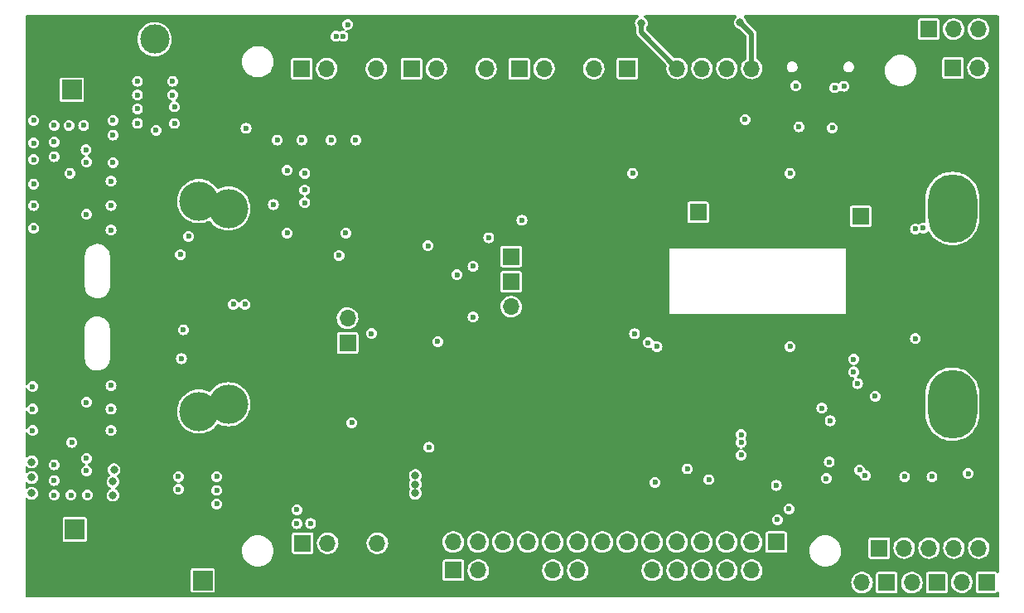
<source format=gbr>
%TF.GenerationSoftware,KiCad,Pcbnew,(6.0.1)*%
%TF.CreationDate,2022-09-27T15:52:50+02:00*%
%TF.ProjectId,WetterStationPCB,57657474-6572-4537-9461-74696f6e5043,rev?*%
%TF.SameCoordinates,Original*%
%TF.FileFunction,Copper,L2,Inr*%
%TF.FilePolarity,Positive*%
%FSLAX46Y46*%
G04 Gerber Fmt 4.6, Leading zero omitted, Abs format (unit mm)*
G04 Created by KiCad (PCBNEW (6.0.1)) date 2022-09-27 15:52:50*
%MOMM*%
%LPD*%
G01*
G04 APERTURE LIST*
%TA.AperFunction,ComponentPad*%
%ADD10R,1.700000X1.700000*%
%TD*%
%TA.AperFunction,ComponentPad*%
%ADD11O,1.700000X1.700000*%
%TD*%
%TA.AperFunction,ComponentPad*%
%ADD12R,2.000000X2.000000*%
%TD*%
%TA.AperFunction,ComponentPad*%
%ADD13C,2.000000*%
%TD*%
%TA.AperFunction,ComponentPad*%
%ADD14O,1.200000X2.000000*%
%TD*%
%TA.AperFunction,ComponentPad*%
%ADD15O,1.200000X2.300000*%
%TD*%
%TA.AperFunction,ComponentPad*%
%ADD16R,3.000000X3.000000*%
%TD*%
%TA.AperFunction,ComponentPad*%
%ADD17C,3.000000*%
%TD*%
%TA.AperFunction,ComponentPad*%
%ADD18C,4.000000*%
%TD*%
%TA.AperFunction,ComponentPad*%
%ADD19O,5.000000X7.000000*%
%TD*%
%TA.AperFunction,ViaPad*%
%ADD20C,0.600000*%
%TD*%
%TA.AperFunction,ViaPad*%
%ADD21C,0.800000*%
%TD*%
%TA.AperFunction,Conductor*%
%ADD22C,0.500000*%
%TD*%
%TA.AperFunction,Conductor*%
%ADD23C,0.200000*%
%TD*%
G04 APERTURE END LIST*
D10*
%TO.N,IO9*%
%TO.C,J1*%
X50175000Y-137750000D03*
D11*
%TO.N,IO8*%
X50175000Y-135210000D03*
%TD*%
D12*
%TO.N,VCC*%
%TO.C,C33*%
X22300000Y-156800000D03*
D13*
%TO.N,GND*%
X22300000Y-161800000D03*
%TD*%
D10*
%TO.N,Net-(D1-Pad2)*%
%TO.C,J16*%
X112064729Y-109628803D03*
D11*
%TO.N,+5V*%
X114604729Y-109628803D03*
%TD*%
D10*
%TO.N,IO6*%
%TO.C,J13*%
X105289398Y-162238140D03*
D11*
%TO.N,+3V3*%
X102749398Y-162238140D03*
%TD*%
D10*
%TO.N,+5V*%
%TO.C,J2*%
X61000000Y-160975000D03*
D11*
X63540000Y-160975000D03*
%TO.N,GND*%
X66080000Y-160975000D03*
X68620000Y-160975000D03*
%TO.N,+3V3*%
X71160000Y-160975000D03*
X73700000Y-160975000D03*
%TO.N,GND*%
X76240000Y-160975000D03*
X78780000Y-160975000D03*
%TO.N,IO15*%
X81320000Y-160975000D03*
%TO.N,IO16*%
X83860000Y-160975000D03*
%TO.N,IO11*%
X86400000Y-160975000D03*
%TO.N,IO46*%
X88940000Y-160975000D03*
%TO.N,IO3*%
X91480000Y-160975000D03*
%TO.N,GND*%
X94020000Y-160975000D03*
%TD*%
D10*
%TO.N,IO17*%
%TO.C,J6*%
X66900000Y-131500000D03*
D11*
%TO.N,IO18*%
X66900000Y-134040000D03*
%TD*%
D10*
%TO.N,+3V3*%
%TO.C,J4*%
X78780000Y-109675000D03*
D11*
%TO.N,GND*%
X81320000Y-109675000D03*
%TO.N,IO0*%
X83860000Y-109675000D03*
%TO.N,RXD0*%
X86400000Y-109675000D03*
%TO.N,TXD0*%
X88940000Y-109675000D03*
%TO.N,EN*%
X91480000Y-109675000D03*
%TD*%
D10*
%TO.N,Net-(U7-Pad1)*%
%TO.C,U7*%
X67705000Y-109700000D03*
D11*
%TO.N,Net-(JP3-Pad2)*%
X70245000Y-109700000D03*
%TO.N,GND*%
X72785000Y-109700000D03*
%TO.N,+3V3*%
X75325000Y-109700000D03*
%TD*%
D10*
%TO.N,Net-(U4-Pad1)*%
%TO.C,U4*%
X45505000Y-109700000D03*
D11*
%TO.N,+VSW*%
X48045000Y-109700000D03*
%TO.N,GND*%
X50585000Y-109700000D03*
%TO.N,Net-(JP2-Pad2)*%
X53125000Y-109700000D03*
%TD*%
D10*
%TO.N,IO4*%
%TO.C,J15*%
X115475000Y-162200000D03*
D11*
%TO.N,+3V3*%
X112935000Y-162200000D03*
%TD*%
D10*
%TO.N,Net-(U5-Pad1)*%
%TO.C,U5*%
X56705000Y-109700000D03*
D11*
%TO.N,VCC*%
X59245000Y-109700000D03*
%TO.N,GND*%
X61785000Y-109700000D03*
%TO.N,+5V*%
X64325000Y-109700000D03*
%TD*%
D12*
%TO.N,/BuckBoost/+Vin*%
%TO.C,C21*%
X22000000Y-111867677D03*
D13*
%TO.N,GND*%
X22000000Y-106867677D03*
%TD*%
D12*
%TO.N,VCC*%
%TO.C,C28*%
X35367677Y-162000000D03*
D13*
%TO.N,GND*%
X30367677Y-162000000D03*
%TD*%
D10*
%TO.N,Net-(U4-Pad1)*%
%TO.C,J8*%
X109575000Y-105675000D03*
D11*
%TO.N,Net-(U5-Pad1)*%
X112115000Y-105675000D03*
%TO.N,Net-(U7-Pad1)*%
X114655000Y-105675000D03*
%TD*%
D10*
%TO.N,IO5*%
%TO.C,J14*%
X110383635Y-162239472D03*
D11*
%TO.N,+3V3*%
X107843635Y-162239472D03*
%TD*%
D10*
%TO.N,IO1*%
%TO.C,J7*%
X66887500Y-128900000D03*
%TD*%
D14*
%TO.N,GND*%
%TO.C,P1*%
X94180000Y-105835000D03*
D15*
X102820000Y-110005000D03*
D14*
X102820000Y-105835000D03*
D15*
X94180000Y-110005000D03*
%TD*%
D16*
%TO.N,GND*%
%TO.C,J17*%
X35540000Y-106700000D03*
D17*
%TO.N,+VSW*%
X30460000Y-106700000D03*
%TD*%
D18*
%TO.N,Net-(BT1-Pad1)*%
%TO.C,BT1*%
X35000000Y-144750000D03*
X38000000Y-144000000D03*
%TO.N,Net-(BT1-Pad2)*%
X35000000Y-123250000D03*
X38000000Y-124000000D03*
D19*
%TO.N,Net-(BT1-Pad3)*%
X112000000Y-124000000D03*
X112000000Y-144000000D03*
%TD*%
D10*
%TO.N,unconnected-(U1-Pad1)*%
%TO.C,U1*%
X45600000Y-158200000D03*
D11*
%TO.N,Net-(JP1-Pad2)*%
X48140000Y-158200000D03*
%TO.N,GND*%
X50680000Y-158200000D03*
%TO.N,+12V*%
X53220000Y-158200000D03*
%TD*%
D10*
%TO.N,+3V3*%
%TO.C,J3*%
X104525000Y-158700000D03*
D11*
%TO.N,IO10*%
X107065000Y-158700000D03*
%TO.N,IO38*%
X109605000Y-158700000D03*
%TO.N,IO2*%
X112145000Y-158700000D03*
%TO.N,IO7*%
X114685000Y-158700000D03*
%TD*%
D10*
%TO.N,IO12*%
%TO.C,J5*%
X94000000Y-158100000D03*
D11*
%TO.N,IO13*%
X91460000Y-158100000D03*
%TO.N,IO14*%
X88920000Y-158100000D03*
%TO.N,IO21*%
X86380000Y-158100000D03*
%TO.N,IO47*%
X83840000Y-158100000D03*
%TO.N,IO48*%
X81300000Y-158100000D03*
%TO.N,IO45*%
X78760000Y-158100000D03*
%TO.N,IO35*%
X76220000Y-158100000D03*
%TO.N,IO36*%
X73680000Y-158100000D03*
%TO.N,IO37*%
X71140000Y-158100000D03*
%TO.N,IO39*%
X68600000Y-158100000D03*
%TO.N,IO40*%
X66060000Y-158100000D03*
%TO.N,IO41*%
X63520000Y-158100000D03*
%TO.N,IO42*%
X60980000Y-158100000D03*
%TD*%
D10*
%TO.N,Net-(IC2-Pad6)*%
%TO.C,J10*%
X86000000Y-124398209D03*
%TD*%
%TO.N,Net-(IC3-Pad6)*%
%TO.C,J11*%
X102600000Y-124800000D03*
%TD*%
D20*
%TO.N,Phase_Buck*%
X21800000Y-120400000D03*
%TO.N,Phase_Boost*%
X22000000Y-147900000D03*
%TO.N,IO16*%
X99500000Y-145700000D03*
%TO.N,IO9*%
X87100000Y-151700000D03*
%TO.N,IO15*%
X98649500Y-144400000D03*
%TO.N,IO8*%
X90400000Y-149200000D03*
%TO.N,IO2*%
X99400000Y-149900000D03*
%TO.N,IO7*%
X104100000Y-143200000D03*
%TO.N,IO38*%
X99100000Y-151600000D03*
%TO.N,IO10*%
X95300000Y-154700000D03*
%TO.N,+3V3*%
X45000000Y-156200000D03*
X46400000Y-156200000D03*
X52622881Y-136777119D03*
X63000000Y-129900000D03*
X68000000Y-125200000D03*
X63000000Y-135100000D03*
X45000000Y-154800000D03*
X61363372Y-130763372D03*
%TO.N,GND*%
X92600000Y-116700000D03*
D21*
X45500000Y-112800000D03*
X87700000Y-142500000D03*
D20*
X38500000Y-148900000D03*
D21*
X46000000Y-136200000D03*
X64200000Y-128900000D03*
D20*
X91600000Y-142600000D03*
D21*
X77900000Y-113300000D03*
D20*
X95700000Y-141200000D03*
X109050500Y-139200000D03*
X51500000Y-120300000D03*
D21*
X89200000Y-104900000D03*
X73200000Y-133000000D03*
D20*
X91600000Y-141200000D03*
D21*
X89200000Y-104900000D03*
X102700000Y-147700000D03*
D20*
X91600000Y-144000000D03*
X104200000Y-133400000D03*
X41600000Y-128400000D03*
X61400000Y-141000000D03*
D21*
X48400000Y-112800000D03*
D20*
X20400000Y-122900000D03*
X91600000Y-145300000D03*
X21800000Y-125400000D03*
X92900000Y-144000000D03*
X28800000Y-159700000D03*
D21*
X44100000Y-129200000D03*
X66800000Y-138000000D03*
D20*
X94300000Y-144000000D03*
X23139167Y-125977452D03*
X21200000Y-142900000D03*
X39100000Y-112700000D03*
X94300000Y-141200000D03*
X20400000Y-145100000D03*
X114589753Y-118316622D03*
D21*
X70800000Y-145900000D03*
X69000000Y-133000000D03*
D20*
X92900000Y-145300000D03*
X20400000Y-141900000D03*
X21900000Y-141900000D03*
X22600000Y-142900000D03*
X50000000Y-120300000D03*
D21*
X103500000Y-115400000D03*
D20*
X42900000Y-154200000D03*
X21600000Y-122400000D03*
X21700000Y-145900000D03*
X22000000Y-126400000D03*
X60400000Y-137500000D03*
X53100000Y-120300000D03*
X50400000Y-132700000D03*
D21*
X110200000Y-117700000D03*
D20*
X48200000Y-123400000D03*
X95700000Y-145300000D03*
X48000000Y-121700000D03*
X24800000Y-159700000D03*
X26800000Y-159700000D03*
X35400000Y-117000000D03*
D21*
X92800000Y-104900000D03*
D20*
X94300000Y-145300000D03*
X99600000Y-135600480D03*
X51800000Y-121800000D03*
X20400000Y-125300000D03*
D21*
X43100000Y-147000000D03*
D20*
X53100000Y-121800000D03*
X98100000Y-124200000D03*
D21*
X71900000Y-115200000D03*
D20*
X20600000Y-126400000D03*
X20400000Y-143600000D03*
X43600000Y-149800000D03*
D21*
X84600000Y-104900000D03*
D20*
X51775500Y-140800000D03*
X94300000Y-142500000D03*
X62400000Y-121900000D03*
X61800000Y-138500000D03*
X38500000Y-117000000D03*
X23300000Y-122600000D03*
D21*
X71000000Y-119500000D03*
D20*
X95700000Y-144000000D03*
D21*
X70000000Y-131200000D03*
X66500000Y-119300000D03*
D20*
X107138175Y-152916063D03*
X95700000Y-142600000D03*
X48400000Y-120300000D03*
X92900000Y-141200000D03*
D21*
X78400000Y-105000000D03*
X62000000Y-113000000D03*
D20*
X63200000Y-141000000D03*
D21*
X116000000Y-135200000D03*
X39400000Y-155000000D03*
D20*
X35300000Y-119000000D03*
X92900000Y-142600000D03*
X36300000Y-140800000D03*
X58399500Y-129800000D03*
X23200000Y-141900000D03*
X66487020Y-123500000D03*
X61300000Y-128500000D03*
X52300000Y-123200000D03*
X109000000Y-135800000D03*
X51800000Y-152100000D03*
X103800000Y-139100000D03*
D21*
X66000000Y-152900000D03*
D20*
X37000000Y-111100000D03*
D21*
X105400000Y-105300000D03*
X76200000Y-106100000D03*
X60000000Y-152400000D03*
D20*
X56149011Y-119300000D03*
X84600000Y-135600000D03*
X20400000Y-124200000D03*
X111000000Y-152800000D03*
D21*
X90600000Y-151500000D03*
X97300000Y-116656250D03*
X115500000Y-149300000D03*
D20*
X114600000Y-152800000D03*
D21*
X33200000Y-133700000D03*
D20*
X23300000Y-145600000D03*
D21*
%TO.N,EN*%
X90300000Y-105000000D03*
D20*
X95400000Y-138100000D03*
X90800000Y-114900000D03*
D21*
%TO.N,IO0*%
X80200000Y-105050500D03*
D20*
X81600000Y-152000000D03*
%TO.N,RXD0*%
X80900000Y-137700000D03*
%TO.N,TXD0*%
X81800000Y-138100000D03*
%TO.N,IO17*%
X90400000Y-147100000D03*
%TO.N,IO18*%
X90400000Y-147900000D03*
%TO.N,IO1*%
X79500000Y-136800000D03*
D21*
%TO.N,+5V*%
X57100000Y-151300000D03*
D20*
X49000000Y-106400000D03*
X100900000Y-111500000D03*
X95993222Y-111473024D03*
D21*
X57100000Y-152200000D03*
X57100000Y-153100000D03*
D20*
X39800000Y-115800000D03*
X49700000Y-106400000D03*
%TO.N,/BuckBoost/+Vin*%
X28700000Y-113800000D03*
X32500000Y-113600000D03*
X18100000Y-119000000D03*
X30600000Y-116000000D03*
X26200000Y-116500000D03*
X18100000Y-115000000D03*
X28700000Y-115300000D03*
X26200000Y-115000000D03*
X32500000Y-115300000D03*
X18100000Y-117300000D03*
X26200000Y-119300000D03*
%TO.N,VCC*%
X32900000Y-151400000D03*
D21*
X17900000Y-153100000D03*
D20*
X36800000Y-152800000D03*
D21*
X17900000Y-151500000D03*
X17900000Y-149900000D03*
D20*
X36800000Y-154200000D03*
D21*
X17900000Y-149900000D03*
X17900000Y-151500000D03*
X26200000Y-151900000D03*
X26200000Y-153300000D03*
D20*
X36800000Y-151400000D03*
D21*
X26300000Y-150700000D03*
D20*
X32900000Y-152700000D03*
%TO.N,+VSW*%
X28700000Y-112400000D03*
X32300000Y-111000000D03*
X32300000Y-112400000D03*
X28700000Y-111000000D03*
%TO.N,IO35*%
X108200000Y-126100000D03*
X84900000Y-150600000D03*
%TO.N,IO12*%
X108200000Y-137300000D03*
%TO.N,IO11*%
X109000000Y-126000000D03*
X94000000Y-152300000D03*
X94100000Y-155800000D03*
%TO.N,IO6*%
X107100000Y-151400000D03*
X102300000Y-141900000D03*
%TO.N,IO5*%
X101900000Y-140700000D03*
X109900000Y-151400000D03*
%TO.N,IO4*%
X101900000Y-139400000D03*
X113600000Y-151100000D03*
%TO.N,+12V*%
X38500000Y-133800000D03*
X50600000Y-145900000D03*
X49300000Y-128800000D03*
X39700000Y-133800000D03*
%TO.N,Net-(C10-Pad2)*%
X58399500Y-127800000D03*
X64600000Y-127000000D03*
%TO.N,Net-(Q9-Pad2)*%
X23450156Y-118000000D03*
X33924499Y-126849502D03*
%TO.N,Net-(Q10-Pad2)*%
X23500000Y-124600000D03*
X33100000Y-128699500D03*
%TO.N,Net-(Q13-Pad2)*%
X33200000Y-139349500D03*
X23500000Y-150800000D03*
%TO.N,Net-(Q14-Pad2)*%
X33400000Y-136400000D03*
X23500000Y-143800000D03*
%TO.N,Net-(BT1-Pad3)*%
X79300000Y-120400000D03*
X95400000Y-120400000D03*
%TO.N,Net-(C7-Pad1)*%
X59400000Y-137600000D03*
X58500000Y-148400000D03*
%TO.N,Net-(BT1-Pad2)*%
X45800000Y-120400000D03*
X42600000Y-123600000D03*
X44000000Y-120100000D03*
X45800000Y-122100000D03*
X45800000Y-123400000D03*
%TO.N,Net-(Q2-Pad1)*%
X45500000Y-117000000D03*
X48500000Y-117000000D03*
X43000000Y-117000000D03*
X51000000Y-117000000D03*
X50000000Y-126500000D03*
X44000000Y-126500000D03*
%TO.N,D-*%
X102517157Y-150717157D03*
%TO.N,D+*%
X103082843Y-151282843D03*
%TO.N,Phase_Buck*%
X18100000Y-121500000D03*
X26000000Y-123700000D03*
X21700000Y-115500000D03*
X23500000Y-119249500D03*
X20200000Y-118700000D03*
X20200000Y-115500000D03*
X26000000Y-126200000D03*
X23200000Y-115500000D03*
X18100000Y-126000000D03*
X20200000Y-117200000D03*
X26000000Y-121200000D03*
X18100000Y-123700000D03*
%TO.N,Phase_Boost*%
X18000000Y-142200000D03*
X20200000Y-151800000D03*
X23600000Y-153300000D03*
X26000000Y-146700000D03*
X20200000Y-153300000D03*
X26000000Y-144500000D03*
X23500000Y-149550500D03*
X18000000Y-144500000D03*
X18000000Y-146700000D03*
X21900000Y-153300000D03*
X26000000Y-142100000D03*
X20200000Y-150200000D03*
%TO.N,Net-(U4-Pad1)*%
X50200000Y-105200000D03*
%TO.N,Net-(P1-PadB5)*%
X96300000Y-115656250D03*
%TO.N,Net-(P1-PadA5)*%
X99724500Y-115756250D03*
X99983118Y-111650500D03*
%TD*%
D22*
%TO.N,EN*%
X90300000Y-105000000D02*
X91480000Y-106180000D01*
X91480000Y-106180000D02*
X91480000Y-109675000D01*
%TO.N,IO0*%
X80200000Y-106015000D02*
X83860000Y-109675000D01*
X80200000Y-105050500D02*
X80200000Y-106015000D01*
D23*
%TO.N,Net-(C7-Pad1)*%
X59200000Y-137600000D02*
X59400000Y-137600000D01*
%TD*%
%TA.AperFunction,Conductor*%
%TO.N,GND*%
G36*
X79881856Y-104270002D02*
G01*
X79928349Y-104323658D01*
X79938453Y-104393932D01*
X79908959Y-104458512D01*
X79871525Y-104487966D01*
X79831679Y-104508532D01*
X79825957Y-104513524D01*
X79825955Y-104513525D01*
X79718759Y-104607038D01*
X79718756Y-104607041D01*
X79713034Y-104612033D01*
X79683037Y-104654714D01*
X79632051Y-104727260D01*
X79622501Y-104740848D01*
X79565309Y-104887539D01*
X79561198Y-104918762D01*
X79550413Y-105000688D01*
X79544758Y-105043638D01*
X79562035Y-105200133D01*
X79616143Y-105347990D01*
X79620380Y-105354296D01*
X79620382Y-105354299D01*
X79678081Y-105440163D01*
X79699500Y-105510439D01*
X79699500Y-105944819D01*
X79698172Y-105956704D01*
X79698682Y-105956745D01*
X79697962Y-105965691D01*
X79695981Y-105974447D01*
X79696537Y-105983407D01*
X79699258Y-106027264D01*
X79699500Y-106035067D01*
X79699500Y-106050940D01*
X79700135Y-106055374D01*
X79700948Y-106061050D01*
X79701978Y-106071106D01*
X79702929Y-106086425D01*
X79704859Y-106117538D01*
X79707907Y-106125982D01*
X79708676Y-106129694D01*
X79712343Y-106144399D01*
X79713404Y-106148027D01*
X79714677Y-106156918D01*
X79733939Y-106199282D01*
X79737746Y-106208637D01*
X79750491Y-106243943D01*
X79750493Y-106243947D01*
X79753540Y-106252387D01*
X79758835Y-106259635D01*
X79760611Y-106262975D01*
X79768274Y-106276089D01*
X79770303Y-106279261D01*
X79774016Y-106287428D01*
X79779871Y-106294223D01*
X79779873Y-106294226D01*
X79804387Y-106322675D01*
X79810675Y-106330595D01*
X79818522Y-106341336D01*
X79829265Y-106352079D01*
X79835623Y-106358925D01*
X79867600Y-106396037D01*
X79875134Y-106400920D01*
X79881896Y-106406819D01*
X79881892Y-106406824D01*
X79892986Y-106415800D01*
X82759129Y-109281943D01*
X82793155Y-109344255D01*
X82790367Y-109408402D01*
X82778937Y-109445213D01*
X82755164Y-109646069D01*
X82768392Y-109847894D01*
X82779666Y-109892284D01*
X82816247Y-110036323D01*
X82818178Y-110043928D01*
X82902856Y-110227607D01*
X82906189Y-110232323D01*
X82983604Y-110341863D01*
X83019588Y-110392780D01*
X83023730Y-110396815D01*
X83037581Y-110410308D01*
X83164466Y-110533913D01*
X83332637Y-110646282D01*
X83337940Y-110648560D01*
X83337943Y-110648562D01*
X83511874Y-110723288D01*
X83518470Y-110726122D01*
X83715740Y-110770760D01*
X83721509Y-110770987D01*
X83721512Y-110770987D01*
X83797683Y-110773979D01*
X83917842Y-110778700D01*
X84004132Y-110766189D01*
X84112286Y-110750508D01*
X84112291Y-110750507D01*
X84118007Y-110749678D01*
X84123479Y-110747820D01*
X84123481Y-110747820D01*
X84304067Y-110686519D01*
X84304069Y-110686518D01*
X84309531Y-110684664D01*
X84447951Y-110607146D01*
X84480964Y-110588658D01*
X84480965Y-110588657D01*
X84486001Y-110585837D01*
X84548433Y-110533913D01*
X84637073Y-110460191D01*
X84641505Y-110456505D01*
X84770837Y-110301001D01*
X84869664Y-110124531D01*
X84883638Y-110083367D01*
X84932820Y-109938481D01*
X84932820Y-109938479D01*
X84934678Y-109933007D01*
X84935507Y-109927291D01*
X84935508Y-109927286D01*
X84957409Y-109776230D01*
X84963700Y-109732842D01*
X84965215Y-109675000D01*
X84962557Y-109646069D01*
X85295164Y-109646069D01*
X85308392Y-109847894D01*
X85319666Y-109892284D01*
X85356247Y-110036323D01*
X85358178Y-110043928D01*
X85442856Y-110227607D01*
X85446189Y-110232323D01*
X85523604Y-110341863D01*
X85559588Y-110392780D01*
X85563730Y-110396815D01*
X85577581Y-110410308D01*
X85704466Y-110533913D01*
X85872637Y-110646282D01*
X85877940Y-110648560D01*
X85877943Y-110648562D01*
X86051874Y-110723288D01*
X86058470Y-110726122D01*
X86255740Y-110770760D01*
X86261509Y-110770987D01*
X86261512Y-110770987D01*
X86337683Y-110773979D01*
X86457842Y-110778700D01*
X86544132Y-110766189D01*
X86652286Y-110750508D01*
X86652291Y-110750507D01*
X86658007Y-110749678D01*
X86663479Y-110747820D01*
X86663481Y-110747820D01*
X86844067Y-110686519D01*
X86844069Y-110686518D01*
X86849531Y-110684664D01*
X86987951Y-110607146D01*
X87020964Y-110588658D01*
X87020965Y-110588657D01*
X87026001Y-110585837D01*
X87088433Y-110533913D01*
X87177073Y-110460191D01*
X87181505Y-110456505D01*
X87310837Y-110301001D01*
X87409664Y-110124531D01*
X87423638Y-110083367D01*
X87472820Y-109938481D01*
X87472820Y-109938479D01*
X87474678Y-109933007D01*
X87475507Y-109927291D01*
X87475508Y-109927286D01*
X87497409Y-109776230D01*
X87503700Y-109732842D01*
X87505215Y-109675000D01*
X87502557Y-109646069D01*
X87835164Y-109646069D01*
X87848392Y-109847894D01*
X87859666Y-109892284D01*
X87896247Y-110036323D01*
X87898178Y-110043928D01*
X87982856Y-110227607D01*
X87986189Y-110232323D01*
X88063604Y-110341863D01*
X88099588Y-110392780D01*
X88103730Y-110396815D01*
X88117581Y-110410308D01*
X88244466Y-110533913D01*
X88412637Y-110646282D01*
X88417940Y-110648560D01*
X88417943Y-110648562D01*
X88591874Y-110723288D01*
X88598470Y-110726122D01*
X88795740Y-110770760D01*
X88801509Y-110770987D01*
X88801512Y-110770987D01*
X88877683Y-110773979D01*
X88997842Y-110778700D01*
X89084132Y-110766189D01*
X89192286Y-110750508D01*
X89192291Y-110750507D01*
X89198007Y-110749678D01*
X89203479Y-110747820D01*
X89203481Y-110747820D01*
X89384067Y-110686519D01*
X89384069Y-110686518D01*
X89389531Y-110684664D01*
X89527951Y-110607146D01*
X89560964Y-110588658D01*
X89560965Y-110588657D01*
X89566001Y-110585837D01*
X89628433Y-110533913D01*
X89717073Y-110460191D01*
X89721505Y-110456505D01*
X89850837Y-110301001D01*
X89949664Y-110124531D01*
X89963638Y-110083367D01*
X90012820Y-109938481D01*
X90012820Y-109938479D01*
X90014678Y-109933007D01*
X90015507Y-109927291D01*
X90015508Y-109927286D01*
X90037409Y-109776230D01*
X90043700Y-109732842D01*
X90045215Y-109675000D01*
X90026708Y-109473591D01*
X90024200Y-109464696D01*
X89973376Y-109284490D01*
X89971807Y-109278926D01*
X89882351Y-109097527D01*
X89876141Y-109089210D01*
X89764788Y-108940091D01*
X89764787Y-108940090D01*
X89761335Y-108935467D01*
X89738350Y-108914220D01*
X89617053Y-108802094D01*
X89617051Y-108802092D01*
X89612812Y-108798174D01*
X89585374Y-108780862D01*
X89446637Y-108693325D01*
X89441757Y-108690246D01*
X89253898Y-108615298D01*
X89055526Y-108575839D01*
X89049752Y-108575763D01*
X89049748Y-108575763D01*
X88947257Y-108574422D01*
X88853286Y-108573192D01*
X88847589Y-108574171D01*
X88847588Y-108574171D01*
X88659646Y-108606465D01*
X88659645Y-108606465D01*
X88653949Y-108607444D01*
X88464193Y-108677449D01*
X88459232Y-108680401D01*
X88459231Y-108680401D01*
X88336936Y-108753159D01*
X88290371Y-108780862D01*
X88138305Y-108914220D01*
X88013089Y-109073057D01*
X87918914Y-109252053D01*
X87858937Y-109445213D01*
X87835164Y-109646069D01*
X87502557Y-109646069D01*
X87486708Y-109473591D01*
X87484200Y-109464696D01*
X87433376Y-109284490D01*
X87431807Y-109278926D01*
X87342351Y-109097527D01*
X87336141Y-109089210D01*
X87224788Y-108940091D01*
X87224787Y-108940090D01*
X87221335Y-108935467D01*
X87198350Y-108914220D01*
X87077053Y-108802094D01*
X87077051Y-108802092D01*
X87072812Y-108798174D01*
X87045374Y-108780862D01*
X86906637Y-108693325D01*
X86901757Y-108690246D01*
X86713898Y-108615298D01*
X86515526Y-108575839D01*
X86509752Y-108575763D01*
X86509748Y-108575763D01*
X86407257Y-108574422D01*
X86313286Y-108573192D01*
X86307589Y-108574171D01*
X86307588Y-108574171D01*
X86119646Y-108606465D01*
X86119645Y-108606465D01*
X86113949Y-108607444D01*
X85924193Y-108677449D01*
X85919232Y-108680401D01*
X85919231Y-108680401D01*
X85796936Y-108753159D01*
X85750371Y-108780862D01*
X85598305Y-108914220D01*
X85473089Y-109073057D01*
X85378914Y-109252053D01*
X85318937Y-109445213D01*
X85295164Y-109646069D01*
X84962557Y-109646069D01*
X84946708Y-109473591D01*
X84944200Y-109464696D01*
X84893376Y-109284490D01*
X84891807Y-109278926D01*
X84802351Y-109097527D01*
X84796141Y-109089210D01*
X84684788Y-108940091D01*
X84684787Y-108940090D01*
X84681335Y-108935467D01*
X84658350Y-108914220D01*
X84537053Y-108802094D01*
X84537051Y-108802092D01*
X84532812Y-108798174D01*
X84505374Y-108780862D01*
X84366637Y-108693325D01*
X84361757Y-108690246D01*
X84173898Y-108615298D01*
X83975526Y-108575839D01*
X83969752Y-108575763D01*
X83969748Y-108575763D01*
X83867257Y-108574422D01*
X83773286Y-108573192D01*
X83767589Y-108574171D01*
X83767588Y-108574171D01*
X83575363Y-108607201D01*
X83504839Y-108599024D01*
X83464930Y-108572116D01*
X80737405Y-105844591D01*
X80703379Y-105782279D01*
X80700500Y-105755496D01*
X80700500Y-105509357D01*
X80724177Y-105435831D01*
X80769793Y-105372349D01*
X80774224Y-105366183D01*
X80786551Y-105335520D01*
X80799302Y-105303799D01*
X80832950Y-105220098D01*
X80841115Y-105162729D01*
X80854553Y-105068307D01*
X80854553Y-105068304D01*
X80855134Y-105064223D01*
X80855278Y-105050500D01*
X80836363Y-104894194D01*
X80806034Y-104813929D01*
X80783394Y-104754014D01*
X80783393Y-104754011D01*
X80780710Y-104746912D01*
X80691531Y-104617157D01*
X80623494Y-104556538D01*
X80579648Y-104517472D01*
X80579645Y-104517470D01*
X80573976Y-104512419D01*
X80526635Y-104487353D01*
X80475793Y-104437801D01*
X80459812Y-104368627D01*
X80483766Y-104301793D01*
X80540051Y-104258520D01*
X80585596Y-104250000D01*
X89834043Y-104250000D01*
X89902164Y-104270002D01*
X89948657Y-104323658D01*
X89958761Y-104393932D01*
X89929267Y-104458512D01*
X89916872Y-104470949D01*
X89818759Y-104556538D01*
X89818756Y-104556541D01*
X89813034Y-104561533D01*
X89780767Y-104607444D01*
X89731567Y-104677449D01*
X89722501Y-104690348D01*
X89665309Y-104837039D01*
X89664318Y-104844568D01*
X89645927Y-104984260D01*
X89644758Y-104993138D01*
X89662035Y-105149633D01*
X89716143Y-105297490D01*
X89720380Y-105303796D01*
X89720382Y-105303799D01*
X89747201Y-105343709D01*
X89803958Y-105428172D01*
X89920410Y-105534135D01*
X89927085Y-105537759D01*
X90052099Y-105605637D01*
X90052101Y-105605638D01*
X90058776Y-105609262D01*
X90066125Y-105611190D01*
X90211069Y-105649215D01*
X90210705Y-105650603D01*
X90267915Y-105676271D01*
X90275133Y-105682947D01*
X90942595Y-106350409D01*
X90976621Y-106412721D01*
X90979500Y-106439504D01*
X90979500Y-108620489D01*
X90959498Y-108688610D01*
X90917923Y-108728774D01*
X90867578Y-108758726D01*
X90830371Y-108780862D01*
X90678305Y-108914220D01*
X90553089Y-109073057D01*
X90458914Y-109252053D01*
X90398937Y-109445213D01*
X90375164Y-109646069D01*
X90388392Y-109847894D01*
X90399666Y-109892284D01*
X90436247Y-110036323D01*
X90438178Y-110043928D01*
X90522856Y-110227607D01*
X90526189Y-110232323D01*
X90603604Y-110341863D01*
X90639588Y-110392780D01*
X90643730Y-110396815D01*
X90657581Y-110410308D01*
X90784466Y-110533913D01*
X90952637Y-110646282D01*
X90957940Y-110648560D01*
X90957943Y-110648562D01*
X91131874Y-110723288D01*
X91138470Y-110726122D01*
X91335740Y-110770760D01*
X91341509Y-110770987D01*
X91341512Y-110770987D01*
X91417683Y-110773979D01*
X91537842Y-110778700D01*
X91624132Y-110766189D01*
X91732286Y-110750508D01*
X91732291Y-110750507D01*
X91738007Y-110749678D01*
X91743479Y-110747820D01*
X91743481Y-110747820D01*
X91924067Y-110686519D01*
X91924069Y-110686518D01*
X91929531Y-110684664D01*
X92067951Y-110607146D01*
X92100964Y-110588658D01*
X92100965Y-110588657D01*
X92106001Y-110585837D01*
X92168433Y-110533913D01*
X92257073Y-110460191D01*
X92261505Y-110456505D01*
X92390837Y-110301001D01*
X92489664Y-110124531D01*
X92503638Y-110083367D01*
X92552820Y-109938481D01*
X92552820Y-109938479D01*
X92554678Y-109933007D01*
X92555507Y-109927291D01*
X92555508Y-109927286D01*
X92577409Y-109776230D01*
X92583700Y-109732842D01*
X92585215Y-109675000D01*
X92574661Y-109560145D01*
X95051391Y-109560145D01*
X95081420Y-109709071D01*
X95085320Y-109716725D01*
X95146492Y-109836783D01*
X95146494Y-109836786D01*
X95150392Y-109844436D01*
X95156205Y-109850757D01*
X95156206Y-109850759D01*
X95247416Y-109949948D01*
X95253226Y-109956266D01*
X95260521Y-109960789D01*
X95260522Y-109960790D01*
X95375044Y-110031797D01*
X95382344Y-110036323D01*
X95528235Y-110078709D01*
X95539007Y-110079500D01*
X95648057Y-110079500D01*
X95652303Y-110078918D01*
X95652309Y-110078918D01*
X95731054Y-110068131D01*
X95760518Y-110064095D01*
X95794996Y-110049175D01*
X95892064Y-110007169D01*
X95892065Y-110007169D01*
X95899946Y-110003758D01*
X95949684Y-109963481D01*
X96011339Y-109913555D01*
X96011341Y-109913553D01*
X96018013Y-109908150D01*
X96029289Y-109892284D01*
X96101044Y-109791315D01*
X96101044Y-109791314D01*
X96106020Y-109784313D01*
X96157482Y-109641371D01*
X96158677Y-109625108D01*
X96163447Y-109560145D01*
X100831391Y-109560145D01*
X100861420Y-109709071D01*
X100865320Y-109716725D01*
X100926492Y-109836783D01*
X100926494Y-109836786D01*
X100930392Y-109844436D01*
X100936205Y-109850757D01*
X100936206Y-109850759D01*
X101027416Y-109949948D01*
X101033226Y-109956266D01*
X101040521Y-109960789D01*
X101040522Y-109960790D01*
X101155044Y-110031797D01*
X101162344Y-110036323D01*
X101308235Y-110078709D01*
X101319007Y-110079500D01*
X101428057Y-110079500D01*
X101432303Y-110078918D01*
X101432309Y-110078918D01*
X101511054Y-110068131D01*
X101540518Y-110064095D01*
X101574996Y-110049175D01*
X101672064Y-110007169D01*
X101672065Y-110007169D01*
X101679946Y-110003758D01*
X101729684Y-109963481D01*
X101791339Y-109913555D01*
X101791341Y-109913553D01*
X101798013Y-109908150D01*
X101803805Y-109900000D01*
X105090539Y-109900000D01*
X105110354Y-110151775D01*
X105111508Y-110156582D01*
X105111509Y-110156588D01*
X105118601Y-110186126D01*
X105169312Y-110397351D01*
X105171205Y-110401922D01*
X105171206Y-110401924D01*
X105260867Y-110618384D01*
X105265960Y-110630680D01*
X105397919Y-110846017D01*
X105561939Y-111038061D01*
X105753983Y-111202081D01*
X105864810Y-111269996D01*
X105961610Y-111329315D01*
X105969320Y-111334040D01*
X105973890Y-111335933D01*
X105973894Y-111335935D01*
X106198076Y-111428794D01*
X106202649Y-111430688D01*
X106288865Y-111451387D01*
X106443412Y-111488491D01*
X106443418Y-111488492D01*
X106448225Y-111489646D01*
X106536253Y-111496574D01*
X106634507Y-111504307D01*
X106634516Y-111504307D01*
X106636964Y-111504500D01*
X106763036Y-111504500D01*
X106765484Y-111504307D01*
X106765493Y-111504307D01*
X106863747Y-111496574D01*
X106951775Y-111489646D01*
X106956582Y-111488492D01*
X106956588Y-111488491D01*
X107111135Y-111451387D01*
X107197351Y-111430688D01*
X107201924Y-111428794D01*
X107426106Y-111335935D01*
X107426110Y-111335933D01*
X107430680Y-111334040D01*
X107438391Y-111329315D01*
X107535190Y-111269996D01*
X107646017Y-111202081D01*
X107838061Y-111038061D01*
X108002081Y-110846017D01*
X108134040Y-110630680D01*
X108139134Y-110618384D01*
X108186730Y-110503477D01*
X110964229Y-110503477D01*
X110978763Y-110576543D01*
X111034128Y-110659404D01*
X111044443Y-110666296D01*
X111105130Y-110706845D01*
X111116989Y-110714769D01*
X111190055Y-110729303D01*
X112939403Y-110729303D01*
X113012469Y-110714769D01*
X113024329Y-110706845D01*
X113085015Y-110666296D01*
X113095330Y-110659404D01*
X113150695Y-110576543D01*
X113165229Y-110503477D01*
X113165229Y-109599872D01*
X113499893Y-109599872D01*
X113513121Y-109801697D01*
X113525581Y-109850759D01*
X113554209Y-109963481D01*
X113562907Y-109997731D01*
X113647585Y-110181410D01*
X113650918Y-110186126D01*
X113752908Y-110330439D01*
X113764317Y-110346583D01*
X113909195Y-110487716D01*
X114077366Y-110600085D01*
X114082669Y-110602363D01*
X114082672Y-110602365D01*
X114235610Y-110668072D01*
X114263199Y-110679925D01*
X114402823Y-110711519D01*
X114450800Y-110722375D01*
X114460469Y-110724563D01*
X114466238Y-110724790D01*
X114466241Y-110724790D01*
X114542412Y-110727782D01*
X114662571Y-110732503D01*
X114748861Y-110719992D01*
X114857015Y-110704311D01*
X114857020Y-110704310D01*
X114862736Y-110703481D01*
X114868208Y-110701623D01*
X114868210Y-110701623D01*
X115048796Y-110640322D01*
X115048798Y-110640321D01*
X115054260Y-110638467D01*
X115230730Y-110539640D01*
X115293162Y-110487716D01*
X115318273Y-110466831D01*
X115386234Y-110410308D01*
X115515566Y-110254804D01*
X115614393Y-110078334D01*
X115626073Y-110043928D01*
X115677549Y-109892284D01*
X115677549Y-109892282D01*
X115679407Y-109886810D01*
X115680236Y-109881094D01*
X115680237Y-109881089D01*
X115702269Y-109729133D01*
X115708429Y-109686645D01*
X115709944Y-109628803D01*
X115691437Y-109427394D01*
X115688560Y-109417191D01*
X115658185Y-109309490D01*
X115636536Y-109232729D01*
X115547080Y-109051330D01*
X115540734Y-109042831D01*
X115429517Y-108893894D01*
X115429516Y-108893893D01*
X115426064Y-108889270D01*
X115403079Y-108868023D01*
X115281782Y-108755897D01*
X115281780Y-108755895D01*
X115277541Y-108751977D01*
X115272658Y-108748896D01*
X115111366Y-108647128D01*
X115106486Y-108644049D01*
X114918627Y-108569101D01*
X114720255Y-108529642D01*
X114714481Y-108529566D01*
X114714477Y-108529566D01*
X114611986Y-108528225D01*
X114518015Y-108526995D01*
X114512318Y-108527974D01*
X114512317Y-108527974D01*
X114324375Y-108560268D01*
X114324374Y-108560268D01*
X114318678Y-108561247D01*
X114128922Y-108631252D01*
X114123961Y-108634204D01*
X114123960Y-108634204D01*
X113967547Y-108727260D01*
X113955100Y-108734665D01*
X113803034Y-108868023D01*
X113677818Y-109026860D01*
X113583643Y-109205856D01*
X113523666Y-109399016D01*
X113499893Y-109599872D01*
X113165229Y-109599872D01*
X113165229Y-108754129D01*
X113150695Y-108681063D01*
X113142902Y-108669399D01*
X113102222Y-108608517D01*
X113095330Y-108598202D01*
X113012469Y-108542837D01*
X112939403Y-108528303D01*
X111190055Y-108528303D01*
X111116989Y-108542837D01*
X111034128Y-108598202D01*
X111027236Y-108608517D01*
X110986557Y-108669399D01*
X110978763Y-108681063D01*
X110964229Y-108754129D01*
X110964229Y-110503477D01*
X108186730Y-110503477D01*
X108228794Y-110401924D01*
X108228795Y-110401922D01*
X108230688Y-110397351D01*
X108281399Y-110186126D01*
X108288491Y-110156588D01*
X108288492Y-110156582D01*
X108289646Y-110151775D01*
X108309461Y-109900000D01*
X108289646Y-109648225D01*
X108288492Y-109643418D01*
X108288491Y-109643412D01*
X108234179Y-109417191D01*
X108230688Y-109402649D01*
X108208611Y-109349351D01*
X108135935Y-109173894D01*
X108135933Y-109173890D01*
X108134040Y-109169320D01*
X108002081Y-108953983D01*
X107838061Y-108761939D01*
X107646017Y-108597919D01*
X107430680Y-108465960D01*
X107426110Y-108464067D01*
X107426106Y-108464065D01*
X107201924Y-108371206D01*
X107201922Y-108371205D01*
X107197351Y-108369312D01*
X107111135Y-108348613D01*
X106956588Y-108311509D01*
X106956582Y-108311508D01*
X106951775Y-108310354D01*
X106863747Y-108303426D01*
X106765493Y-108295693D01*
X106765484Y-108295693D01*
X106763036Y-108295500D01*
X106636964Y-108295500D01*
X106634516Y-108295693D01*
X106634507Y-108295693D01*
X106536253Y-108303426D01*
X106448225Y-108310354D01*
X106443418Y-108311508D01*
X106443412Y-108311509D01*
X106288865Y-108348613D01*
X106202649Y-108369312D01*
X106198078Y-108371205D01*
X106198076Y-108371206D01*
X105973894Y-108464065D01*
X105973890Y-108464067D01*
X105969320Y-108465960D01*
X105753983Y-108597919D01*
X105561939Y-108761939D01*
X105397919Y-108953983D01*
X105265960Y-109169320D01*
X105264067Y-109173890D01*
X105264065Y-109173894D01*
X105191389Y-109349351D01*
X105169312Y-109402649D01*
X105165821Y-109417191D01*
X105111509Y-109643412D01*
X105111508Y-109643418D01*
X105110354Y-109648225D01*
X105090539Y-109900000D01*
X101803805Y-109900000D01*
X101809289Y-109892284D01*
X101881044Y-109791315D01*
X101881044Y-109791314D01*
X101886020Y-109784313D01*
X101937482Y-109641371D01*
X101938677Y-109625108D01*
X101947980Y-109498418D01*
X101948609Y-109489855D01*
X101918580Y-109340929D01*
X101883427Y-109271937D01*
X101853508Y-109213217D01*
X101853506Y-109213214D01*
X101849608Y-109205564D01*
X101797457Y-109148850D01*
X101752584Y-109100052D01*
X101752583Y-109100051D01*
X101746774Y-109093734D01*
X101721668Y-109078167D01*
X101624956Y-109018203D01*
X101624955Y-109018202D01*
X101617656Y-109013677D01*
X101471765Y-108971291D01*
X101460993Y-108970500D01*
X101351943Y-108970500D01*
X101347697Y-108971082D01*
X101347691Y-108971082D01*
X101268946Y-108981869D01*
X101239482Y-108985905D01*
X101231598Y-108989317D01*
X101231597Y-108989317D01*
X101175306Y-109013677D01*
X101100054Y-109046242D01*
X101093381Y-109051646D01*
X100988661Y-109136445D01*
X100988659Y-109136447D01*
X100981987Y-109141850D01*
X100977013Y-109148849D01*
X100977012Y-109148850D01*
X100917402Y-109232729D01*
X100893980Y-109265687D01*
X100842518Y-109408629D01*
X100841889Y-109417189D01*
X100841889Y-109417191D01*
X100838156Y-109468027D01*
X100831391Y-109560145D01*
X96163447Y-109560145D01*
X96167980Y-109498418D01*
X96168609Y-109489855D01*
X96138580Y-109340929D01*
X96103427Y-109271937D01*
X96073508Y-109213217D01*
X96073506Y-109213214D01*
X96069608Y-109205564D01*
X96017457Y-109148850D01*
X95972584Y-109100052D01*
X95972583Y-109100051D01*
X95966774Y-109093734D01*
X95941668Y-109078167D01*
X95844956Y-109018203D01*
X95844955Y-109018202D01*
X95837656Y-109013677D01*
X95691765Y-108971291D01*
X95680993Y-108970500D01*
X95571943Y-108970500D01*
X95567697Y-108971082D01*
X95567691Y-108971082D01*
X95488946Y-108981869D01*
X95459482Y-108985905D01*
X95451598Y-108989317D01*
X95451597Y-108989317D01*
X95395306Y-109013677D01*
X95320054Y-109046242D01*
X95313381Y-109051646D01*
X95208661Y-109136445D01*
X95208659Y-109136447D01*
X95201987Y-109141850D01*
X95197013Y-109148849D01*
X95197012Y-109148850D01*
X95137402Y-109232729D01*
X95113980Y-109265687D01*
X95062518Y-109408629D01*
X95061889Y-109417189D01*
X95061889Y-109417191D01*
X95058156Y-109468027D01*
X95051391Y-109560145D01*
X92574661Y-109560145D01*
X92566708Y-109473591D01*
X92564200Y-109464696D01*
X92513376Y-109284490D01*
X92511807Y-109278926D01*
X92422351Y-109097527D01*
X92416141Y-109089210D01*
X92304788Y-108940091D01*
X92304787Y-108940090D01*
X92301335Y-108935467D01*
X92278350Y-108914220D01*
X92157053Y-108802094D01*
X92157051Y-108802092D01*
X92152812Y-108798174D01*
X92147934Y-108795096D01*
X92147922Y-108795087D01*
X92039264Y-108726529D01*
X91992326Y-108673263D01*
X91980500Y-108619968D01*
X91980500Y-106549674D01*
X108474500Y-106549674D01*
X108489034Y-106622740D01*
X108544399Y-106705601D01*
X108627260Y-106760966D01*
X108700326Y-106775500D01*
X110449674Y-106775500D01*
X110522740Y-106760966D01*
X110605601Y-106705601D01*
X110660966Y-106622740D01*
X110675500Y-106549674D01*
X110675500Y-105646069D01*
X111010164Y-105646069D01*
X111023392Y-105847894D01*
X111043265Y-105926143D01*
X111070928Y-106035067D01*
X111073178Y-106043928D01*
X111157856Y-106227607D01*
X111161189Y-106232323D01*
X111250663Y-106358926D01*
X111274588Y-106392780D01*
X111278730Y-106396815D01*
X111289005Y-106406824D01*
X111419466Y-106533913D01*
X111587637Y-106646282D01*
X111592940Y-106648560D01*
X111592943Y-106648562D01*
X111768163Y-106723842D01*
X111773470Y-106726122D01*
X111970740Y-106770760D01*
X111976509Y-106770987D01*
X111976512Y-106770987D01*
X112052683Y-106773979D01*
X112172842Y-106778700D01*
X112259132Y-106766189D01*
X112367286Y-106750508D01*
X112367291Y-106750507D01*
X112373007Y-106749678D01*
X112378479Y-106747820D01*
X112378481Y-106747820D01*
X112559067Y-106686519D01*
X112559069Y-106686518D01*
X112564531Y-106684664D01*
X112741001Y-106585837D01*
X112803433Y-106533913D01*
X112892073Y-106460191D01*
X112896505Y-106456505D01*
X113025837Y-106301001D01*
X113124664Y-106124531D01*
X113127621Y-106115822D01*
X113187820Y-105938481D01*
X113187820Y-105938479D01*
X113189678Y-105933007D01*
X113190507Y-105927291D01*
X113190508Y-105927286D01*
X113211555Y-105782119D01*
X113218700Y-105732842D01*
X113220215Y-105675000D01*
X113217557Y-105646069D01*
X113550164Y-105646069D01*
X113563392Y-105847894D01*
X113583265Y-105926143D01*
X113610928Y-106035067D01*
X113613178Y-106043928D01*
X113697856Y-106227607D01*
X113701189Y-106232323D01*
X113790663Y-106358926D01*
X113814588Y-106392780D01*
X113818730Y-106396815D01*
X113829005Y-106406824D01*
X113959466Y-106533913D01*
X114127637Y-106646282D01*
X114132940Y-106648560D01*
X114132943Y-106648562D01*
X114308163Y-106723842D01*
X114313470Y-106726122D01*
X114510740Y-106770760D01*
X114516509Y-106770987D01*
X114516512Y-106770987D01*
X114592683Y-106773979D01*
X114712842Y-106778700D01*
X114799132Y-106766189D01*
X114907286Y-106750508D01*
X114907291Y-106750507D01*
X114913007Y-106749678D01*
X114918479Y-106747820D01*
X114918481Y-106747820D01*
X115099067Y-106686519D01*
X115099069Y-106686518D01*
X115104531Y-106684664D01*
X115281001Y-106585837D01*
X115343433Y-106533913D01*
X115432073Y-106460191D01*
X115436505Y-106456505D01*
X115565837Y-106301001D01*
X115664664Y-106124531D01*
X115667621Y-106115822D01*
X115727820Y-105938481D01*
X115727820Y-105938479D01*
X115729678Y-105933007D01*
X115730507Y-105927291D01*
X115730508Y-105927286D01*
X115751555Y-105782119D01*
X115758700Y-105732842D01*
X115760215Y-105675000D01*
X115741708Y-105473591D01*
X115732281Y-105440163D01*
X115693822Y-105303799D01*
X115686807Y-105278926D01*
X115597351Y-105097527D01*
X115579079Y-105073057D01*
X115479788Y-104940091D01*
X115479787Y-104940090D01*
X115476335Y-104935467D01*
X115453350Y-104914220D01*
X115332053Y-104802094D01*
X115332051Y-104802092D01*
X115327812Y-104798174D01*
X115300374Y-104780862D01*
X115161637Y-104693325D01*
X115156757Y-104690246D01*
X114968898Y-104615298D01*
X114770526Y-104575839D01*
X114764752Y-104575763D01*
X114764748Y-104575763D01*
X114662257Y-104574422D01*
X114568286Y-104573192D01*
X114562589Y-104574171D01*
X114562588Y-104574171D01*
X114374646Y-104606465D01*
X114374645Y-104606465D01*
X114368949Y-104607444D01*
X114179193Y-104677449D01*
X114174232Y-104680401D01*
X114174231Y-104680401D01*
X114050499Y-104754014D01*
X114005371Y-104780862D01*
X113853305Y-104914220D01*
X113728089Y-105073057D01*
X113633914Y-105252053D01*
X113573937Y-105445213D01*
X113550164Y-105646069D01*
X113217557Y-105646069D01*
X113201708Y-105473591D01*
X113192281Y-105440163D01*
X113153822Y-105303799D01*
X113146807Y-105278926D01*
X113057351Y-105097527D01*
X113039079Y-105073057D01*
X112939788Y-104940091D01*
X112939787Y-104940090D01*
X112936335Y-104935467D01*
X112913350Y-104914220D01*
X112792053Y-104802094D01*
X112792051Y-104802092D01*
X112787812Y-104798174D01*
X112760374Y-104780862D01*
X112621637Y-104693325D01*
X112616757Y-104690246D01*
X112428898Y-104615298D01*
X112230526Y-104575839D01*
X112224752Y-104575763D01*
X112224748Y-104575763D01*
X112122257Y-104574422D01*
X112028286Y-104573192D01*
X112022589Y-104574171D01*
X112022588Y-104574171D01*
X111834646Y-104606465D01*
X111834645Y-104606465D01*
X111828949Y-104607444D01*
X111639193Y-104677449D01*
X111634232Y-104680401D01*
X111634231Y-104680401D01*
X111510499Y-104754014D01*
X111465371Y-104780862D01*
X111313305Y-104914220D01*
X111188089Y-105073057D01*
X111093914Y-105252053D01*
X111033937Y-105445213D01*
X111010164Y-105646069D01*
X110675500Y-105646069D01*
X110675500Y-104800326D01*
X110660966Y-104727260D01*
X110653429Y-104715979D01*
X110612493Y-104654714D01*
X110605601Y-104644399D01*
X110522740Y-104589034D01*
X110449674Y-104574500D01*
X108700326Y-104574500D01*
X108627260Y-104589034D01*
X108544399Y-104644399D01*
X108537507Y-104654714D01*
X108496572Y-104715979D01*
X108489034Y-104727260D01*
X108474500Y-104800326D01*
X108474500Y-106549674D01*
X91980500Y-106549674D01*
X91980500Y-106250181D01*
X91981828Y-106238296D01*
X91981318Y-106238255D01*
X91982038Y-106229309D01*
X91984019Y-106220553D01*
X91980742Y-106167736D01*
X91980500Y-106159933D01*
X91980500Y-106144060D01*
X91979052Y-106133948D01*
X91978022Y-106123894D01*
X91975697Y-106086425D01*
X91975141Y-106077462D01*
X91972093Y-106069018D01*
X91971324Y-106065306D01*
X91967657Y-106050601D01*
X91966596Y-106046973D01*
X91965323Y-106038082D01*
X91946061Y-105995718D01*
X91942254Y-105986363D01*
X91929509Y-105951057D01*
X91929507Y-105951053D01*
X91926460Y-105942613D01*
X91921165Y-105935365D01*
X91919389Y-105932025D01*
X91911726Y-105918911D01*
X91909697Y-105915739D01*
X91905984Y-105907572D01*
X91900129Y-105900777D01*
X91900127Y-105900774D01*
X91875613Y-105872325D01*
X91869324Y-105864404D01*
X91864352Y-105857598D01*
X91861478Y-105853664D01*
X91850735Y-105842921D01*
X91844377Y-105836074D01*
X91818259Y-105805763D01*
X91812400Y-105798963D01*
X91804866Y-105794080D01*
X91798104Y-105788181D01*
X91798108Y-105788176D01*
X91787014Y-105779200D01*
X90978810Y-104970996D01*
X90944784Y-104908684D01*
X90942821Y-104897059D01*
X90936363Y-104843694D01*
X90919976Y-104800326D01*
X90883394Y-104703514D01*
X90883393Y-104703511D01*
X90880710Y-104696412D01*
X90791531Y-104566657D01*
X90683131Y-104470076D01*
X90645575Y-104409826D01*
X90646555Y-104338836D01*
X90685760Y-104279646D01*
X90750742Y-104251047D01*
X90766950Y-104250000D01*
X116624000Y-104250000D01*
X116692121Y-104270002D01*
X116738614Y-104323658D01*
X116750000Y-104376000D01*
X116750000Y-161119802D01*
X116729998Y-161187923D01*
X116676342Y-161234416D01*
X116606068Y-161244520D01*
X116541488Y-161215026D01*
X116519234Y-161189802D01*
X116512495Y-161179716D01*
X116512493Y-161179714D01*
X116505601Y-161169399D01*
X116460361Y-161139171D01*
X116433058Y-161120928D01*
X116433057Y-161120928D01*
X116422740Y-161114034D01*
X116349674Y-161099500D01*
X114600326Y-161099500D01*
X114527260Y-161114034D01*
X114516943Y-161120928D01*
X114516942Y-161120928D01*
X114489639Y-161139171D01*
X114444399Y-161169399D01*
X114389034Y-161252260D01*
X114374500Y-161325326D01*
X114374500Y-163074674D01*
X114389034Y-163147740D01*
X114444399Y-163230601D01*
X114474915Y-163250991D01*
X114501481Y-163268741D01*
X114527260Y-163285966D01*
X114600326Y-163300500D01*
X116349674Y-163300500D01*
X116422740Y-163285966D01*
X116448520Y-163268741D01*
X116475085Y-163250991D01*
X116505601Y-163230601D01*
X116512493Y-163220286D01*
X116512495Y-163220284D01*
X116519234Y-163210198D01*
X116573710Y-163164669D01*
X116644153Y-163155820D01*
X116708197Y-163186460D01*
X116745510Y-163246861D01*
X116750000Y-163280198D01*
X116750000Y-163624000D01*
X116729998Y-163692121D01*
X116676342Y-163738614D01*
X116624000Y-163750000D01*
X17376000Y-163750000D01*
X17307879Y-163729998D01*
X17261386Y-163676342D01*
X17250000Y-163624000D01*
X17250000Y-163024674D01*
X34117177Y-163024674D01*
X34131711Y-163097740D01*
X34187076Y-163180601D01*
X34269937Y-163235966D01*
X34343003Y-163250500D01*
X36392351Y-163250500D01*
X36465417Y-163235966D01*
X36548278Y-163180601D01*
X36603643Y-163097740D01*
X36618177Y-163024674D01*
X36618177Y-162209209D01*
X101644562Y-162209209D01*
X101657790Y-162411034D01*
X101707576Y-162607068D01*
X101792254Y-162790747D01*
X101908986Y-162955920D01*
X102053864Y-163097053D01*
X102058668Y-163100263D01*
X102068192Y-163106627D01*
X102222035Y-163209422D01*
X102227338Y-163211700D01*
X102227341Y-163211702D01*
X102379246Y-163276965D01*
X102407868Y-163289262D01*
X102605138Y-163333900D01*
X102610907Y-163334127D01*
X102610910Y-163334127D01*
X102687081Y-163337119D01*
X102807240Y-163341840D01*
X102903667Y-163327859D01*
X103001684Y-163313648D01*
X103001689Y-163313647D01*
X103007405Y-163312818D01*
X103012877Y-163310960D01*
X103012879Y-163310960D01*
X103193465Y-163249659D01*
X103193467Y-163249658D01*
X103198929Y-163247804D01*
X103363180Y-163155820D01*
X103370362Y-163151798D01*
X103370363Y-163151797D01*
X103375399Y-163148977D01*
X103418881Y-163112814D01*
X104188898Y-163112814D01*
X104203432Y-163185880D01*
X104258797Y-163268741D01*
X104286097Y-163286982D01*
X104326758Y-163314150D01*
X104341658Y-163324106D01*
X104414724Y-163338640D01*
X106164072Y-163338640D01*
X106237138Y-163324106D01*
X106252039Y-163314150D01*
X106292699Y-163286982D01*
X106319999Y-163268741D01*
X106375364Y-163185880D01*
X106389898Y-163112814D01*
X106389898Y-162210541D01*
X106738799Y-162210541D01*
X106752027Y-162412366D01*
X106801813Y-162608400D01*
X106886491Y-162792079D01*
X106889824Y-162796795D01*
X106940556Y-162868579D01*
X107003223Y-162957252D01*
X107148101Y-163098385D01*
X107152905Y-163101595D01*
X107171689Y-163114146D01*
X107316272Y-163210754D01*
X107321575Y-163213032D01*
X107321578Y-163213034D01*
X107491333Y-163285966D01*
X107502105Y-163290594D01*
X107699375Y-163335232D01*
X107705144Y-163335459D01*
X107705147Y-163335459D01*
X107781318Y-163338451D01*
X107901477Y-163343172D01*
X107987767Y-163330661D01*
X108095921Y-163314980D01*
X108095926Y-163314979D01*
X108101642Y-163314150D01*
X108107114Y-163312292D01*
X108107116Y-163312292D01*
X108287702Y-163250991D01*
X108287704Y-163250990D01*
X108293166Y-163249136D01*
X108455799Y-163158058D01*
X108464599Y-163153130D01*
X108464600Y-163153129D01*
X108469636Y-163150309D01*
X108475676Y-163145286D01*
X108513117Y-163114146D01*
X109283135Y-163114146D01*
X109297669Y-163187212D01*
X109353034Y-163270073D01*
X109376820Y-163285966D01*
X109417008Y-163312818D01*
X109435895Y-163325438D01*
X109508961Y-163339972D01*
X111258309Y-163339972D01*
X111331375Y-163325438D01*
X111350263Y-163312818D01*
X111390450Y-163285966D01*
X111414236Y-163270073D01*
X111469601Y-163187212D01*
X111484135Y-163114146D01*
X111484135Y-162171069D01*
X111830164Y-162171069D01*
X111843392Y-162372894D01*
X111851952Y-162406598D01*
X111876423Y-162502953D01*
X111893178Y-162568928D01*
X111977856Y-162752607D01*
X111981189Y-162757323D01*
X112054062Y-162860436D01*
X112094588Y-162917780D01*
X112239466Y-163058913D01*
X112407637Y-163171282D01*
X112412940Y-163173560D01*
X112412943Y-163173562D01*
X112563828Y-163238387D01*
X112593470Y-163251122D01*
X112790740Y-163295760D01*
X112796509Y-163295987D01*
X112796512Y-163295987D01*
X112872683Y-163298979D01*
X112992842Y-163303700D01*
X113092421Y-163289262D01*
X113187286Y-163275508D01*
X113187291Y-163275507D01*
X113193007Y-163274678D01*
X113198479Y-163272820D01*
X113198481Y-163272820D01*
X113379067Y-163211519D01*
X113379069Y-163211518D01*
X113384531Y-163209664D01*
X113544259Y-163120213D01*
X113555964Y-163113658D01*
X113555965Y-163113657D01*
X113561001Y-163110837D01*
X113582424Y-163093020D01*
X113712073Y-162985191D01*
X113716505Y-162981505D01*
X113845837Y-162826001D01*
X113944664Y-162649531D01*
X113959079Y-162607068D01*
X114007820Y-162463481D01*
X114007820Y-162463479D01*
X114009678Y-162458007D01*
X114010507Y-162452291D01*
X114010508Y-162452286D01*
X114038167Y-162261516D01*
X114038700Y-162257842D01*
X114040215Y-162200000D01*
X114021708Y-161998591D01*
X114018304Y-161986519D01*
X113977939Y-161843398D01*
X113966807Y-161803926D01*
X113877351Y-161622527D01*
X113859079Y-161598057D01*
X113759788Y-161465091D01*
X113759787Y-161465090D01*
X113756335Y-161460467D01*
X113733350Y-161439220D01*
X113612053Y-161327094D01*
X113612051Y-161327092D01*
X113607812Y-161323174D01*
X113577269Y-161303903D01*
X113441637Y-161218325D01*
X113436757Y-161215246D01*
X113248898Y-161140298D01*
X113050526Y-161100839D01*
X113044752Y-161100763D01*
X113044748Y-161100763D01*
X112942257Y-161099422D01*
X112848286Y-161098192D01*
X112842589Y-161099171D01*
X112842588Y-161099171D01*
X112654646Y-161131465D01*
X112654645Y-161131465D01*
X112648949Y-161132444D01*
X112459193Y-161202449D01*
X112454232Y-161205401D01*
X112454231Y-161205401D01*
X112290903Y-161302571D01*
X112285371Y-161305862D01*
X112133305Y-161439220D01*
X112008089Y-161598057D01*
X111913914Y-161777053D01*
X111853937Y-161970213D01*
X111830164Y-162171069D01*
X111484135Y-162171069D01*
X111484135Y-161364798D01*
X111469601Y-161291732D01*
X111414236Y-161208871D01*
X111357463Y-161170937D01*
X111341693Y-161160400D01*
X111341692Y-161160400D01*
X111331375Y-161153506D01*
X111258309Y-161138972D01*
X109508961Y-161138972D01*
X109435895Y-161153506D01*
X109425578Y-161160400D01*
X109425577Y-161160400D01*
X109409807Y-161170937D01*
X109353034Y-161208871D01*
X109297669Y-161291732D01*
X109283135Y-161364798D01*
X109283135Y-163114146D01*
X108513117Y-163114146D01*
X108620708Y-163024663D01*
X108625140Y-163020977D01*
X108707613Y-162921815D01*
X108750781Y-162869911D01*
X108754472Y-162865473D01*
X108853299Y-162689003D01*
X108881113Y-162607068D01*
X108916455Y-162502953D01*
X108916455Y-162502951D01*
X108918313Y-162497479D01*
X108919142Y-162491763D01*
X108919143Y-162491758D01*
X108946802Y-162300988D01*
X108947335Y-162297314D01*
X108948850Y-162239472D01*
X108930343Y-162038063D01*
X108920835Y-162004348D01*
X108894386Y-161910569D01*
X108875442Y-161843398D01*
X108803155Y-161696815D01*
X108788541Y-161667180D01*
X108785986Y-161661999D01*
X108767714Y-161637529D01*
X108668423Y-161504563D01*
X108668422Y-161504562D01*
X108664970Y-161499939D01*
X108640544Y-161477360D01*
X108520688Y-161366566D01*
X108520686Y-161366564D01*
X108516447Y-161362646D01*
X108486781Y-161343928D01*
X108350272Y-161257797D01*
X108345392Y-161254718D01*
X108157533Y-161179770D01*
X107959161Y-161140311D01*
X107953387Y-161140235D01*
X107953383Y-161140235D01*
X107850892Y-161138894D01*
X107756921Y-161137664D01*
X107751224Y-161138643D01*
X107751223Y-161138643D01*
X107563281Y-161170937D01*
X107563280Y-161170937D01*
X107557584Y-161171916D01*
X107367828Y-161241921D01*
X107362867Y-161244873D01*
X107362866Y-161244873D01*
X107231254Y-161323174D01*
X107194006Y-161345334D01*
X107041940Y-161478692D01*
X106916724Y-161637529D01*
X106822549Y-161816525D01*
X106762572Y-162009685D01*
X106738799Y-162210541D01*
X106389898Y-162210541D01*
X106389898Y-161363466D01*
X106375364Y-161290400D01*
X106319999Y-161207539D01*
X106267686Y-161172585D01*
X106247456Y-161159068D01*
X106247455Y-161159068D01*
X106237138Y-161152174D01*
X106164072Y-161137640D01*
X104414724Y-161137640D01*
X104341658Y-161152174D01*
X104331341Y-161159068D01*
X104331340Y-161159068D01*
X104311110Y-161172585D01*
X104258797Y-161207539D01*
X104203432Y-161290400D01*
X104188898Y-161363466D01*
X104188898Y-163112814D01*
X103418881Y-163112814D01*
X103424599Y-163108058D01*
X103524856Y-163024674D01*
X103530903Y-163019645D01*
X103660235Y-162864141D01*
X103759062Y-162687671D01*
X103770301Y-162654564D01*
X103822218Y-162501621D01*
X103822218Y-162501619D01*
X103824076Y-162496147D01*
X103824905Y-162490431D01*
X103824906Y-162490426D01*
X103852565Y-162299656D01*
X103853098Y-162295982D01*
X103854613Y-162238140D01*
X103836106Y-162036731D01*
X103827327Y-162005601D01*
X103785062Y-161855741D01*
X103781205Y-161842066D01*
X103691749Y-161660667D01*
X103673477Y-161636197D01*
X103574186Y-161503231D01*
X103574185Y-161503230D01*
X103570733Y-161498607D01*
X103547748Y-161477360D01*
X103426451Y-161365234D01*
X103426449Y-161365232D01*
X103422210Y-161361314D01*
X103392202Y-161342380D01*
X103256035Y-161256465D01*
X103251155Y-161253386D01*
X103063296Y-161178438D01*
X102888659Y-161143700D01*
X102870590Y-161140106D01*
X102870589Y-161140106D01*
X102864924Y-161138979D01*
X102859150Y-161138903D01*
X102859146Y-161138903D01*
X102756655Y-161137562D01*
X102662684Y-161136332D01*
X102656987Y-161137311D01*
X102656986Y-161137311D01*
X102469044Y-161169605D01*
X102469043Y-161169605D01*
X102463347Y-161170584D01*
X102273591Y-161240589D01*
X102268630Y-161243541D01*
X102268629Y-161243541D01*
X102109310Y-161338326D01*
X102099769Y-161344002D01*
X101947703Y-161477360D01*
X101822487Y-161636197D01*
X101728312Y-161815193D01*
X101668335Y-162008353D01*
X101644562Y-162209209D01*
X36618177Y-162209209D01*
X36618177Y-161849674D01*
X59899500Y-161849674D01*
X59914034Y-161922740D01*
X59969399Y-162005601D01*
X60052260Y-162060966D01*
X60125326Y-162075500D01*
X61874674Y-162075500D01*
X61947740Y-162060966D01*
X62030601Y-162005601D01*
X62085966Y-161922740D01*
X62100500Y-161849674D01*
X62100500Y-160946069D01*
X62435164Y-160946069D01*
X62448392Y-161147894D01*
X62466279Y-161218325D01*
X62493903Y-161327094D01*
X62498178Y-161343928D01*
X62582856Y-161527607D01*
X62699588Y-161692780D01*
X62844466Y-161833913D01*
X63012637Y-161946282D01*
X63017940Y-161948560D01*
X63017943Y-161948562D01*
X63173565Y-162015422D01*
X63198470Y-162026122D01*
X63395740Y-162070760D01*
X63401509Y-162070987D01*
X63401512Y-162070987D01*
X63477683Y-162073979D01*
X63597842Y-162078700D01*
X63684132Y-162066189D01*
X63792286Y-162050508D01*
X63792291Y-162050507D01*
X63798007Y-162049678D01*
X63803479Y-162047820D01*
X63803481Y-162047820D01*
X63984067Y-161986519D01*
X63984069Y-161986518D01*
X63989531Y-161984664D01*
X64166001Y-161885837D01*
X64228433Y-161833913D01*
X64317073Y-161760191D01*
X64321505Y-161756505D01*
X64401213Y-161660667D01*
X64447146Y-161605439D01*
X64450837Y-161601001D01*
X64549664Y-161424531D01*
X64571124Y-161361314D01*
X64612820Y-161238481D01*
X64612820Y-161238479D01*
X64614678Y-161233007D01*
X64615507Y-161227291D01*
X64615508Y-161227286D01*
X64643167Y-161036516D01*
X64643700Y-161032842D01*
X64645215Y-160975000D01*
X64642557Y-160946069D01*
X70055164Y-160946069D01*
X70068392Y-161147894D01*
X70086279Y-161218325D01*
X70113903Y-161327094D01*
X70118178Y-161343928D01*
X70202856Y-161527607D01*
X70319588Y-161692780D01*
X70464466Y-161833913D01*
X70632637Y-161946282D01*
X70637940Y-161948560D01*
X70637943Y-161948562D01*
X70793565Y-162015422D01*
X70818470Y-162026122D01*
X71015740Y-162070760D01*
X71021509Y-162070987D01*
X71021512Y-162070987D01*
X71097683Y-162073979D01*
X71217842Y-162078700D01*
X71304132Y-162066189D01*
X71412286Y-162050508D01*
X71412291Y-162050507D01*
X71418007Y-162049678D01*
X71423479Y-162047820D01*
X71423481Y-162047820D01*
X71604067Y-161986519D01*
X71604069Y-161986518D01*
X71609531Y-161984664D01*
X71786001Y-161885837D01*
X71848433Y-161833913D01*
X71937073Y-161760191D01*
X71941505Y-161756505D01*
X72021213Y-161660667D01*
X72067146Y-161605439D01*
X72070837Y-161601001D01*
X72169664Y-161424531D01*
X72191124Y-161361314D01*
X72232820Y-161238481D01*
X72232820Y-161238479D01*
X72234678Y-161233007D01*
X72235507Y-161227291D01*
X72235508Y-161227286D01*
X72263167Y-161036516D01*
X72263700Y-161032842D01*
X72265215Y-160975000D01*
X72262557Y-160946069D01*
X72595164Y-160946069D01*
X72608392Y-161147894D01*
X72626279Y-161218325D01*
X72653903Y-161327094D01*
X72658178Y-161343928D01*
X72742856Y-161527607D01*
X72859588Y-161692780D01*
X73004466Y-161833913D01*
X73172637Y-161946282D01*
X73177940Y-161948560D01*
X73177943Y-161948562D01*
X73333565Y-162015422D01*
X73358470Y-162026122D01*
X73555740Y-162070760D01*
X73561509Y-162070987D01*
X73561512Y-162070987D01*
X73637683Y-162073979D01*
X73757842Y-162078700D01*
X73844132Y-162066189D01*
X73952286Y-162050508D01*
X73952291Y-162050507D01*
X73958007Y-162049678D01*
X73963479Y-162047820D01*
X73963481Y-162047820D01*
X74144067Y-161986519D01*
X74144069Y-161986518D01*
X74149531Y-161984664D01*
X74326001Y-161885837D01*
X74388433Y-161833913D01*
X74477073Y-161760191D01*
X74481505Y-161756505D01*
X74561213Y-161660667D01*
X74607146Y-161605439D01*
X74610837Y-161601001D01*
X74709664Y-161424531D01*
X74731124Y-161361314D01*
X74772820Y-161238481D01*
X74772820Y-161238479D01*
X74774678Y-161233007D01*
X74775507Y-161227291D01*
X74775508Y-161227286D01*
X74803167Y-161036516D01*
X74803700Y-161032842D01*
X74805215Y-160975000D01*
X74802557Y-160946069D01*
X80215164Y-160946069D01*
X80228392Y-161147894D01*
X80246279Y-161218325D01*
X80273903Y-161327094D01*
X80278178Y-161343928D01*
X80362856Y-161527607D01*
X80479588Y-161692780D01*
X80624466Y-161833913D01*
X80792637Y-161946282D01*
X80797940Y-161948560D01*
X80797943Y-161948562D01*
X80953565Y-162015422D01*
X80978470Y-162026122D01*
X81175740Y-162070760D01*
X81181509Y-162070987D01*
X81181512Y-162070987D01*
X81257683Y-162073979D01*
X81377842Y-162078700D01*
X81464132Y-162066189D01*
X81572286Y-162050508D01*
X81572291Y-162050507D01*
X81578007Y-162049678D01*
X81583479Y-162047820D01*
X81583481Y-162047820D01*
X81764067Y-161986519D01*
X81764069Y-161986518D01*
X81769531Y-161984664D01*
X81946001Y-161885837D01*
X82008433Y-161833913D01*
X82097073Y-161760191D01*
X82101505Y-161756505D01*
X82181213Y-161660667D01*
X82227146Y-161605439D01*
X82230837Y-161601001D01*
X82329664Y-161424531D01*
X82351124Y-161361314D01*
X82392820Y-161238481D01*
X82392820Y-161238479D01*
X82394678Y-161233007D01*
X82395507Y-161227291D01*
X82395508Y-161227286D01*
X82423167Y-161036516D01*
X82423700Y-161032842D01*
X82425215Y-160975000D01*
X82422557Y-160946069D01*
X82755164Y-160946069D01*
X82768392Y-161147894D01*
X82786279Y-161218325D01*
X82813903Y-161327094D01*
X82818178Y-161343928D01*
X82902856Y-161527607D01*
X83019588Y-161692780D01*
X83164466Y-161833913D01*
X83332637Y-161946282D01*
X83337940Y-161948560D01*
X83337943Y-161948562D01*
X83493565Y-162015422D01*
X83518470Y-162026122D01*
X83715740Y-162070760D01*
X83721509Y-162070987D01*
X83721512Y-162070987D01*
X83797683Y-162073979D01*
X83917842Y-162078700D01*
X84004132Y-162066189D01*
X84112286Y-162050508D01*
X84112291Y-162050507D01*
X84118007Y-162049678D01*
X84123479Y-162047820D01*
X84123481Y-162047820D01*
X84304067Y-161986519D01*
X84304069Y-161986518D01*
X84309531Y-161984664D01*
X84486001Y-161885837D01*
X84548433Y-161833913D01*
X84637073Y-161760191D01*
X84641505Y-161756505D01*
X84721213Y-161660667D01*
X84767146Y-161605439D01*
X84770837Y-161601001D01*
X84869664Y-161424531D01*
X84891124Y-161361314D01*
X84932820Y-161238481D01*
X84932820Y-161238479D01*
X84934678Y-161233007D01*
X84935507Y-161227291D01*
X84935508Y-161227286D01*
X84963167Y-161036516D01*
X84963700Y-161032842D01*
X84965215Y-160975000D01*
X84962557Y-160946069D01*
X85295164Y-160946069D01*
X85308392Y-161147894D01*
X85326279Y-161218325D01*
X85353903Y-161327094D01*
X85358178Y-161343928D01*
X85442856Y-161527607D01*
X85559588Y-161692780D01*
X85704466Y-161833913D01*
X85872637Y-161946282D01*
X85877940Y-161948560D01*
X85877943Y-161948562D01*
X86033565Y-162015422D01*
X86058470Y-162026122D01*
X86255740Y-162070760D01*
X86261509Y-162070987D01*
X86261512Y-162070987D01*
X86337683Y-162073979D01*
X86457842Y-162078700D01*
X86544132Y-162066189D01*
X86652286Y-162050508D01*
X86652291Y-162050507D01*
X86658007Y-162049678D01*
X86663479Y-162047820D01*
X86663481Y-162047820D01*
X86844067Y-161986519D01*
X86844069Y-161986518D01*
X86849531Y-161984664D01*
X87026001Y-161885837D01*
X87088433Y-161833913D01*
X87177073Y-161760191D01*
X87181505Y-161756505D01*
X87261213Y-161660667D01*
X87307146Y-161605439D01*
X87310837Y-161601001D01*
X87409664Y-161424531D01*
X87431124Y-161361314D01*
X87472820Y-161238481D01*
X87472820Y-161238479D01*
X87474678Y-161233007D01*
X87475507Y-161227291D01*
X87475508Y-161227286D01*
X87503167Y-161036516D01*
X87503700Y-161032842D01*
X87505215Y-160975000D01*
X87502557Y-160946069D01*
X87835164Y-160946069D01*
X87848392Y-161147894D01*
X87866279Y-161218325D01*
X87893903Y-161327094D01*
X87898178Y-161343928D01*
X87982856Y-161527607D01*
X88099588Y-161692780D01*
X88244466Y-161833913D01*
X88412637Y-161946282D01*
X88417940Y-161948560D01*
X88417943Y-161948562D01*
X88573565Y-162015422D01*
X88598470Y-162026122D01*
X88795740Y-162070760D01*
X88801509Y-162070987D01*
X88801512Y-162070987D01*
X88877683Y-162073979D01*
X88997842Y-162078700D01*
X89084132Y-162066189D01*
X89192286Y-162050508D01*
X89192291Y-162050507D01*
X89198007Y-162049678D01*
X89203479Y-162047820D01*
X89203481Y-162047820D01*
X89384067Y-161986519D01*
X89384069Y-161986518D01*
X89389531Y-161984664D01*
X89566001Y-161885837D01*
X89628433Y-161833913D01*
X89717073Y-161760191D01*
X89721505Y-161756505D01*
X89801213Y-161660667D01*
X89847146Y-161605439D01*
X89850837Y-161601001D01*
X89949664Y-161424531D01*
X89971124Y-161361314D01*
X90012820Y-161238481D01*
X90012820Y-161238479D01*
X90014678Y-161233007D01*
X90015507Y-161227291D01*
X90015508Y-161227286D01*
X90043167Y-161036516D01*
X90043700Y-161032842D01*
X90045215Y-160975000D01*
X90042557Y-160946069D01*
X90375164Y-160946069D01*
X90388392Y-161147894D01*
X90406279Y-161218325D01*
X90433903Y-161327094D01*
X90438178Y-161343928D01*
X90522856Y-161527607D01*
X90639588Y-161692780D01*
X90784466Y-161833913D01*
X90952637Y-161946282D01*
X90957940Y-161948560D01*
X90957943Y-161948562D01*
X91113565Y-162015422D01*
X91138470Y-162026122D01*
X91335740Y-162070760D01*
X91341509Y-162070987D01*
X91341512Y-162070987D01*
X91417683Y-162073979D01*
X91537842Y-162078700D01*
X91624132Y-162066189D01*
X91732286Y-162050508D01*
X91732291Y-162050507D01*
X91738007Y-162049678D01*
X91743479Y-162047820D01*
X91743481Y-162047820D01*
X91924067Y-161986519D01*
X91924069Y-161986518D01*
X91929531Y-161984664D01*
X92106001Y-161885837D01*
X92168433Y-161833913D01*
X92257073Y-161760191D01*
X92261505Y-161756505D01*
X92341213Y-161660667D01*
X92387146Y-161605439D01*
X92390837Y-161601001D01*
X92489664Y-161424531D01*
X92511124Y-161361314D01*
X92552820Y-161238481D01*
X92552820Y-161238479D01*
X92554678Y-161233007D01*
X92555507Y-161227291D01*
X92555508Y-161227286D01*
X92583167Y-161036516D01*
X92583700Y-161032842D01*
X92585215Y-160975000D01*
X92566708Y-160773591D01*
X92511807Y-160578926D01*
X92422351Y-160397527D01*
X92404079Y-160373057D01*
X92304788Y-160240091D01*
X92304787Y-160240090D01*
X92301335Y-160235467D01*
X92278350Y-160214220D01*
X92157053Y-160102094D01*
X92157051Y-160102092D01*
X92152812Y-160098174D01*
X92125374Y-160080862D01*
X91986637Y-159993325D01*
X91981757Y-159990246D01*
X91793898Y-159915298D01*
X91595526Y-159875839D01*
X91589752Y-159875763D01*
X91589748Y-159875763D01*
X91487257Y-159874422D01*
X91393286Y-159873192D01*
X91387589Y-159874171D01*
X91387588Y-159874171D01*
X91199646Y-159906465D01*
X91199645Y-159906465D01*
X91193949Y-159907444D01*
X91004193Y-159977449D01*
X90830371Y-160080862D01*
X90678305Y-160214220D01*
X90553089Y-160373057D01*
X90458914Y-160552053D01*
X90398937Y-160745213D01*
X90375164Y-160946069D01*
X90042557Y-160946069D01*
X90026708Y-160773591D01*
X89971807Y-160578926D01*
X89882351Y-160397527D01*
X89864079Y-160373057D01*
X89764788Y-160240091D01*
X89764787Y-160240090D01*
X89761335Y-160235467D01*
X89738350Y-160214220D01*
X89617053Y-160102094D01*
X89617051Y-160102092D01*
X89612812Y-160098174D01*
X89585374Y-160080862D01*
X89446637Y-159993325D01*
X89441757Y-159990246D01*
X89253898Y-159915298D01*
X89055526Y-159875839D01*
X89049752Y-159875763D01*
X89049748Y-159875763D01*
X88947257Y-159874422D01*
X88853286Y-159873192D01*
X88847589Y-159874171D01*
X88847588Y-159874171D01*
X88659646Y-159906465D01*
X88659645Y-159906465D01*
X88653949Y-159907444D01*
X88464193Y-159977449D01*
X88290371Y-160080862D01*
X88138305Y-160214220D01*
X88013089Y-160373057D01*
X87918914Y-160552053D01*
X87858937Y-160745213D01*
X87835164Y-160946069D01*
X87502557Y-160946069D01*
X87486708Y-160773591D01*
X87431807Y-160578926D01*
X87342351Y-160397527D01*
X87324079Y-160373057D01*
X87224788Y-160240091D01*
X87224787Y-160240090D01*
X87221335Y-160235467D01*
X87198350Y-160214220D01*
X87077053Y-160102094D01*
X87077051Y-160102092D01*
X87072812Y-160098174D01*
X87045374Y-160080862D01*
X86906637Y-159993325D01*
X86901757Y-159990246D01*
X86713898Y-159915298D01*
X86515526Y-159875839D01*
X86509752Y-159875763D01*
X86509748Y-159875763D01*
X86407257Y-159874422D01*
X86313286Y-159873192D01*
X86307589Y-159874171D01*
X86307588Y-159874171D01*
X86119646Y-159906465D01*
X86119645Y-159906465D01*
X86113949Y-159907444D01*
X85924193Y-159977449D01*
X85750371Y-160080862D01*
X85598305Y-160214220D01*
X85473089Y-160373057D01*
X85378914Y-160552053D01*
X85318937Y-160745213D01*
X85295164Y-160946069D01*
X84962557Y-160946069D01*
X84946708Y-160773591D01*
X84891807Y-160578926D01*
X84802351Y-160397527D01*
X84784079Y-160373057D01*
X84684788Y-160240091D01*
X84684787Y-160240090D01*
X84681335Y-160235467D01*
X84658350Y-160214220D01*
X84537053Y-160102094D01*
X84537051Y-160102092D01*
X84532812Y-160098174D01*
X84505374Y-160080862D01*
X84366637Y-159993325D01*
X84361757Y-159990246D01*
X84173898Y-159915298D01*
X83975526Y-159875839D01*
X83969752Y-159875763D01*
X83969748Y-159875763D01*
X83867257Y-159874422D01*
X83773286Y-159873192D01*
X83767589Y-159874171D01*
X83767588Y-159874171D01*
X83579646Y-159906465D01*
X83579645Y-159906465D01*
X83573949Y-159907444D01*
X83384193Y-159977449D01*
X83210371Y-160080862D01*
X83058305Y-160214220D01*
X82933089Y-160373057D01*
X82838914Y-160552053D01*
X82778937Y-160745213D01*
X82755164Y-160946069D01*
X82422557Y-160946069D01*
X82406708Y-160773591D01*
X82351807Y-160578926D01*
X82262351Y-160397527D01*
X82244079Y-160373057D01*
X82144788Y-160240091D01*
X82144787Y-160240090D01*
X82141335Y-160235467D01*
X82118350Y-160214220D01*
X81997053Y-160102094D01*
X81997051Y-160102092D01*
X81992812Y-160098174D01*
X81965374Y-160080862D01*
X81826637Y-159993325D01*
X81821757Y-159990246D01*
X81633898Y-159915298D01*
X81435526Y-159875839D01*
X81429752Y-159875763D01*
X81429748Y-159875763D01*
X81327257Y-159874422D01*
X81233286Y-159873192D01*
X81227589Y-159874171D01*
X81227588Y-159874171D01*
X81039646Y-159906465D01*
X81039645Y-159906465D01*
X81033949Y-159907444D01*
X80844193Y-159977449D01*
X80670371Y-160080862D01*
X80518305Y-160214220D01*
X80393089Y-160373057D01*
X80298914Y-160552053D01*
X80238937Y-160745213D01*
X80215164Y-160946069D01*
X74802557Y-160946069D01*
X74786708Y-160773591D01*
X74731807Y-160578926D01*
X74642351Y-160397527D01*
X74624079Y-160373057D01*
X74524788Y-160240091D01*
X74524787Y-160240090D01*
X74521335Y-160235467D01*
X74498350Y-160214220D01*
X74377053Y-160102094D01*
X74377051Y-160102092D01*
X74372812Y-160098174D01*
X74345374Y-160080862D01*
X74206637Y-159993325D01*
X74201757Y-159990246D01*
X74013898Y-159915298D01*
X73815526Y-159875839D01*
X73809752Y-159875763D01*
X73809748Y-159875763D01*
X73707257Y-159874422D01*
X73613286Y-159873192D01*
X73607589Y-159874171D01*
X73607588Y-159874171D01*
X73419646Y-159906465D01*
X73419645Y-159906465D01*
X73413949Y-159907444D01*
X73224193Y-159977449D01*
X73050371Y-160080862D01*
X72898305Y-160214220D01*
X72773089Y-160373057D01*
X72678914Y-160552053D01*
X72618937Y-160745213D01*
X72595164Y-160946069D01*
X72262557Y-160946069D01*
X72246708Y-160773591D01*
X72191807Y-160578926D01*
X72102351Y-160397527D01*
X72084079Y-160373057D01*
X71984788Y-160240091D01*
X71984787Y-160240090D01*
X71981335Y-160235467D01*
X71958350Y-160214220D01*
X71837053Y-160102094D01*
X71837051Y-160102092D01*
X71832812Y-160098174D01*
X71805374Y-160080862D01*
X71666637Y-159993325D01*
X71661757Y-159990246D01*
X71473898Y-159915298D01*
X71275526Y-159875839D01*
X71269752Y-159875763D01*
X71269748Y-159875763D01*
X71167257Y-159874422D01*
X71073286Y-159873192D01*
X71067589Y-159874171D01*
X71067588Y-159874171D01*
X70879646Y-159906465D01*
X70879645Y-159906465D01*
X70873949Y-159907444D01*
X70684193Y-159977449D01*
X70510371Y-160080862D01*
X70358305Y-160214220D01*
X70233089Y-160373057D01*
X70138914Y-160552053D01*
X70078937Y-160745213D01*
X70055164Y-160946069D01*
X64642557Y-160946069D01*
X64626708Y-160773591D01*
X64571807Y-160578926D01*
X64482351Y-160397527D01*
X64464079Y-160373057D01*
X64364788Y-160240091D01*
X64364787Y-160240090D01*
X64361335Y-160235467D01*
X64338350Y-160214220D01*
X64217053Y-160102094D01*
X64217051Y-160102092D01*
X64212812Y-160098174D01*
X64185374Y-160080862D01*
X64046637Y-159993325D01*
X64041757Y-159990246D01*
X63853898Y-159915298D01*
X63655526Y-159875839D01*
X63649752Y-159875763D01*
X63649748Y-159875763D01*
X63547257Y-159874422D01*
X63453286Y-159873192D01*
X63447589Y-159874171D01*
X63447588Y-159874171D01*
X63259646Y-159906465D01*
X63259645Y-159906465D01*
X63253949Y-159907444D01*
X63064193Y-159977449D01*
X62890371Y-160080862D01*
X62738305Y-160214220D01*
X62613089Y-160373057D01*
X62518914Y-160552053D01*
X62458937Y-160745213D01*
X62435164Y-160946069D01*
X62100500Y-160946069D01*
X62100500Y-160100326D01*
X62085966Y-160027260D01*
X62030601Y-159944399D01*
X61947740Y-159889034D01*
X61874674Y-159874500D01*
X60125326Y-159874500D01*
X60052260Y-159889034D01*
X59969399Y-159944399D01*
X59914034Y-160027260D01*
X59899500Y-160100326D01*
X59899500Y-161849674D01*
X36618177Y-161849674D01*
X36618177Y-160975326D01*
X36603643Y-160902260D01*
X36548278Y-160819399D01*
X36507327Y-160792037D01*
X36475735Y-160770928D01*
X36475734Y-160770928D01*
X36465417Y-160764034D01*
X36392351Y-160749500D01*
X34343003Y-160749500D01*
X34269937Y-160764034D01*
X34259620Y-160770928D01*
X34259619Y-160770928D01*
X34228027Y-160792037D01*
X34187076Y-160819399D01*
X34131711Y-160902260D01*
X34117177Y-160975326D01*
X34117177Y-163024674D01*
X17250000Y-163024674D01*
X17250000Y-159000000D01*
X39390539Y-159000000D01*
X39410354Y-159251775D01*
X39411508Y-159256582D01*
X39411509Y-159256588D01*
X39448613Y-159411135D01*
X39469312Y-159497351D01*
X39471205Y-159501922D01*
X39471206Y-159501924D01*
X39561655Y-159720286D01*
X39565960Y-159730680D01*
X39697919Y-159946017D01*
X39861939Y-160138061D01*
X40053983Y-160302081D01*
X40269320Y-160434040D01*
X40273890Y-160435933D01*
X40273894Y-160435935D01*
X40498076Y-160528794D01*
X40502649Y-160530688D01*
X40588865Y-160551387D01*
X40743412Y-160588491D01*
X40743418Y-160588492D01*
X40748225Y-160589646D01*
X40836253Y-160596574D01*
X40934507Y-160604307D01*
X40934516Y-160604307D01*
X40936964Y-160604500D01*
X41063036Y-160604500D01*
X41065484Y-160604307D01*
X41065493Y-160604307D01*
X41163747Y-160596574D01*
X41251775Y-160589646D01*
X41256582Y-160588492D01*
X41256588Y-160588491D01*
X41411135Y-160551387D01*
X41497351Y-160530688D01*
X41501924Y-160528794D01*
X41726106Y-160435935D01*
X41726110Y-160435933D01*
X41730680Y-160434040D01*
X41946017Y-160302081D01*
X42138061Y-160138061D01*
X42302081Y-159946017D01*
X42434040Y-159730680D01*
X42438346Y-159720286D01*
X42528794Y-159501924D01*
X42528795Y-159501922D01*
X42530688Y-159497351D01*
X42551387Y-159411135D01*
X42588491Y-159256588D01*
X42588492Y-159256582D01*
X42589646Y-159251775D01*
X42603584Y-159074674D01*
X44499500Y-159074674D01*
X44514034Y-159147740D01*
X44569399Y-159230601D01*
X44652260Y-159285966D01*
X44725326Y-159300500D01*
X46474674Y-159300500D01*
X46547740Y-159285966D01*
X46630601Y-159230601D01*
X46685966Y-159147740D01*
X46700500Y-159074674D01*
X46700500Y-158171069D01*
X47035164Y-158171069D01*
X47048392Y-158372894D01*
X47098178Y-158568928D01*
X47182856Y-158752607D01*
X47186189Y-158757323D01*
X47276557Y-158885191D01*
X47299588Y-158917780D01*
X47303730Y-158921815D01*
X47357992Y-158974674D01*
X47444466Y-159058913D01*
X47612637Y-159171282D01*
X47617940Y-159173560D01*
X47617943Y-159173562D01*
X47788506Y-159246841D01*
X47798470Y-159251122D01*
X47995740Y-159295760D01*
X48001509Y-159295987D01*
X48001512Y-159295987D01*
X48077683Y-159298979D01*
X48197842Y-159303700D01*
X48284132Y-159291189D01*
X48392286Y-159275508D01*
X48392291Y-159275507D01*
X48398007Y-159274678D01*
X48403479Y-159272820D01*
X48403481Y-159272820D01*
X48584067Y-159211519D01*
X48584069Y-159211518D01*
X48589531Y-159209664D01*
X48721838Y-159135569D01*
X48760964Y-159113658D01*
X48760965Y-159113657D01*
X48766001Y-159110837D01*
X48828433Y-159058913D01*
X48917073Y-158985191D01*
X48921505Y-158981505D01*
X49050837Y-158826001D01*
X49149664Y-158649531D01*
X49185465Y-158544067D01*
X49212820Y-158463481D01*
X49212820Y-158463479D01*
X49214678Y-158458007D01*
X49215507Y-158452291D01*
X49215508Y-158452286D01*
X49232809Y-158332956D01*
X49243700Y-158257842D01*
X49245215Y-158200000D01*
X49242557Y-158171069D01*
X52115164Y-158171069D01*
X52128392Y-158372894D01*
X52178178Y-158568928D01*
X52262856Y-158752607D01*
X52266189Y-158757323D01*
X52356557Y-158885191D01*
X52379588Y-158917780D01*
X52383730Y-158921815D01*
X52437992Y-158974674D01*
X52524466Y-159058913D01*
X52692637Y-159171282D01*
X52697940Y-159173560D01*
X52697943Y-159173562D01*
X52868506Y-159246841D01*
X52878470Y-159251122D01*
X53075740Y-159295760D01*
X53081509Y-159295987D01*
X53081512Y-159295987D01*
X53157683Y-159298979D01*
X53277842Y-159303700D01*
X53364132Y-159291189D01*
X53472286Y-159275508D01*
X53472291Y-159275507D01*
X53478007Y-159274678D01*
X53483479Y-159272820D01*
X53483481Y-159272820D01*
X53664067Y-159211519D01*
X53664069Y-159211518D01*
X53669531Y-159209664D01*
X53801838Y-159135569D01*
X53840964Y-159113658D01*
X53840965Y-159113657D01*
X53846001Y-159110837D01*
X53908433Y-159058913D01*
X53997073Y-158985191D01*
X54001505Y-158981505D01*
X54130837Y-158826001D01*
X54229664Y-158649531D01*
X54265465Y-158544067D01*
X54292820Y-158463481D01*
X54292820Y-158463479D01*
X54294678Y-158458007D01*
X54295507Y-158452291D01*
X54295508Y-158452286D01*
X54312809Y-158332956D01*
X54323700Y-158257842D01*
X54325215Y-158200000D01*
X54313368Y-158071069D01*
X59875164Y-158071069D01*
X59888392Y-158272894D01*
X59938178Y-158468928D01*
X60022856Y-158652607D01*
X60035904Y-158671069D01*
X60093529Y-158752607D01*
X60139588Y-158817780D01*
X60284466Y-158958913D01*
X60452637Y-159071282D01*
X60457940Y-159073560D01*
X60457943Y-159073562D01*
X60622049Y-159144067D01*
X60638470Y-159151122D01*
X60835740Y-159195760D01*
X60841509Y-159195987D01*
X60841512Y-159195987D01*
X60917683Y-159198979D01*
X61037842Y-159203700D01*
X61124132Y-159191189D01*
X61232286Y-159175508D01*
X61232291Y-159175507D01*
X61238007Y-159174678D01*
X61243479Y-159172820D01*
X61243481Y-159172820D01*
X61424067Y-159111519D01*
X61424069Y-159111518D01*
X61429531Y-159109664D01*
X61606001Y-159010837D01*
X61668433Y-158958913D01*
X61757073Y-158885191D01*
X61761505Y-158881505D01*
X61872353Y-158748225D01*
X61887146Y-158730439D01*
X61890837Y-158726001D01*
X61989664Y-158549531D01*
X62005579Y-158502649D01*
X62052820Y-158363481D01*
X62052820Y-158363479D01*
X62054678Y-158358007D01*
X62055507Y-158352291D01*
X62055508Y-158352286D01*
X62081782Y-158171069D01*
X62083700Y-158157842D01*
X62085215Y-158100000D01*
X62082557Y-158071069D01*
X62415164Y-158071069D01*
X62428392Y-158272894D01*
X62478178Y-158468928D01*
X62562856Y-158652607D01*
X62575904Y-158671069D01*
X62633529Y-158752607D01*
X62679588Y-158817780D01*
X62824466Y-158958913D01*
X62992637Y-159071282D01*
X62997940Y-159073560D01*
X62997943Y-159073562D01*
X63162049Y-159144067D01*
X63178470Y-159151122D01*
X63375740Y-159195760D01*
X63381509Y-159195987D01*
X63381512Y-159195987D01*
X63457683Y-159198979D01*
X63577842Y-159203700D01*
X63664132Y-159191189D01*
X63772286Y-159175508D01*
X63772291Y-159175507D01*
X63778007Y-159174678D01*
X63783479Y-159172820D01*
X63783481Y-159172820D01*
X63964067Y-159111519D01*
X63964069Y-159111518D01*
X63969531Y-159109664D01*
X64146001Y-159010837D01*
X64208433Y-158958913D01*
X64297073Y-158885191D01*
X64301505Y-158881505D01*
X64412353Y-158748225D01*
X64427146Y-158730439D01*
X64430837Y-158726001D01*
X64529664Y-158549531D01*
X64545579Y-158502649D01*
X64592820Y-158363481D01*
X64592820Y-158363479D01*
X64594678Y-158358007D01*
X64595507Y-158352291D01*
X64595508Y-158352286D01*
X64621782Y-158171069D01*
X64623700Y-158157842D01*
X64625215Y-158100000D01*
X64622557Y-158071069D01*
X64955164Y-158071069D01*
X64968392Y-158272894D01*
X65018178Y-158468928D01*
X65102856Y-158652607D01*
X65115904Y-158671069D01*
X65173529Y-158752607D01*
X65219588Y-158817780D01*
X65364466Y-158958913D01*
X65532637Y-159071282D01*
X65537940Y-159073560D01*
X65537943Y-159073562D01*
X65702049Y-159144067D01*
X65718470Y-159151122D01*
X65915740Y-159195760D01*
X65921509Y-159195987D01*
X65921512Y-159195987D01*
X65997683Y-159198979D01*
X66117842Y-159203700D01*
X66204132Y-159191189D01*
X66312286Y-159175508D01*
X66312291Y-159175507D01*
X66318007Y-159174678D01*
X66323479Y-159172820D01*
X66323481Y-159172820D01*
X66504067Y-159111519D01*
X66504069Y-159111518D01*
X66509531Y-159109664D01*
X66686001Y-159010837D01*
X66748433Y-158958913D01*
X66837073Y-158885191D01*
X66841505Y-158881505D01*
X66952353Y-158748225D01*
X66967146Y-158730439D01*
X66970837Y-158726001D01*
X67069664Y-158549531D01*
X67085579Y-158502649D01*
X67132820Y-158363481D01*
X67132820Y-158363479D01*
X67134678Y-158358007D01*
X67135507Y-158352291D01*
X67135508Y-158352286D01*
X67161782Y-158171069D01*
X67163700Y-158157842D01*
X67165215Y-158100000D01*
X67162557Y-158071069D01*
X67495164Y-158071069D01*
X67508392Y-158272894D01*
X67558178Y-158468928D01*
X67642856Y-158652607D01*
X67655904Y-158671069D01*
X67713529Y-158752607D01*
X67759588Y-158817780D01*
X67904466Y-158958913D01*
X68072637Y-159071282D01*
X68077940Y-159073560D01*
X68077943Y-159073562D01*
X68242049Y-159144067D01*
X68258470Y-159151122D01*
X68455740Y-159195760D01*
X68461509Y-159195987D01*
X68461512Y-159195987D01*
X68537683Y-159198979D01*
X68657842Y-159203700D01*
X68744132Y-159191189D01*
X68852286Y-159175508D01*
X68852291Y-159175507D01*
X68858007Y-159174678D01*
X68863479Y-159172820D01*
X68863481Y-159172820D01*
X69044067Y-159111519D01*
X69044069Y-159111518D01*
X69049531Y-159109664D01*
X69226001Y-159010837D01*
X69288433Y-158958913D01*
X69377073Y-158885191D01*
X69381505Y-158881505D01*
X69492353Y-158748225D01*
X69507146Y-158730439D01*
X69510837Y-158726001D01*
X69609664Y-158549531D01*
X69625579Y-158502649D01*
X69672820Y-158363481D01*
X69672820Y-158363479D01*
X69674678Y-158358007D01*
X69675507Y-158352291D01*
X69675508Y-158352286D01*
X69701782Y-158171069D01*
X69703700Y-158157842D01*
X69705215Y-158100000D01*
X69702557Y-158071069D01*
X70035164Y-158071069D01*
X70048392Y-158272894D01*
X70098178Y-158468928D01*
X70182856Y-158652607D01*
X70195904Y-158671069D01*
X70253529Y-158752607D01*
X70299588Y-158817780D01*
X70444466Y-158958913D01*
X70612637Y-159071282D01*
X70617940Y-159073560D01*
X70617943Y-159073562D01*
X70782049Y-159144067D01*
X70798470Y-159151122D01*
X70995740Y-159195760D01*
X71001509Y-159195987D01*
X71001512Y-159195987D01*
X71077683Y-159198979D01*
X71197842Y-159203700D01*
X71284132Y-159191189D01*
X71392286Y-159175508D01*
X71392291Y-159175507D01*
X71398007Y-159174678D01*
X71403479Y-159172820D01*
X71403481Y-159172820D01*
X71584067Y-159111519D01*
X71584069Y-159111518D01*
X71589531Y-159109664D01*
X71766001Y-159010837D01*
X71828433Y-158958913D01*
X71917073Y-158885191D01*
X71921505Y-158881505D01*
X72032353Y-158748225D01*
X72047146Y-158730439D01*
X72050837Y-158726001D01*
X72149664Y-158549531D01*
X72165579Y-158502649D01*
X72212820Y-158363481D01*
X72212820Y-158363479D01*
X72214678Y-158358007D01*
X72215507Y-158352291D01*
X72215508Y-158352286D01*
X72241782Y-158171069D01*
X72243700Y-158157842D01*
X72245215Y-158100000D01*
X72242557Y-158071069D01*
X72575164Y-158071069D01*
X72588392Y-158272894D01*
X72638178Y-158468928D01*
X72722856Y-158652607D01*
X72735904Y-158671069D01*
X72793529Y-158752607D01*
X72839588Y-158817780D01*
X72984466Y-158958913D01*
X73152637Y-159071282D01*
X73157940Y-159073560D01*
X73157943Y-159073562D01*
X73322049Y-159144067D01*
X73338470Y-159151122D01*
X73535740Y-159195760D01*
X73541509Y-159195987D01*
X73541512Y-159195987D01*
X73617683Y-159198979D01*
X73737842Y-159203700D01*
X73824132Y-159191189D01*
X73932286Y-159175508D01*
X73932291Y-159175507D01*
X73938007Y-159174678D01*
X73943479Y-159172820D01*
X73943481Y-159172820D01*
X74124067Y-159111519D01*
X74124069Y-159111518D01*
X74129531Y-159109664D01*
X74306001Y-159010837D01*
X74368433Y-158958913D01*
X74457073Y-158885191D01*
X74461505Y-158881505D01*
X74572353Y-158748225D01*
X74587146Y-158730439D01*
X74590837Y-158726001D01*
X74689664Y-158549531D01*
X74705579Y-158502649D01*
X74752820Y-158363481D01*
X74752820Y-158363479D01*
X74754678Y-158358007D01*
X74755507Y-158352291D01*
X74755508Y-158352286D01*
X74781782Y-158171069D01*
X74783700Y-158157842D01*
X74785215Y-158100000D01*
X74782557Y-158071069D01*
X75115164Y-158071069D01*
X75128392Y-158272894D01*
X75178178Y-158468928D01*
X75262856Y-158652607D01*
X75275904Y-158671069D01*
X75333529Y-158752607D01*
X75379588Y-158817780D01*
X75524466Y-158958913D01*
X75692637Y-159071282D01*
X75697940Y-159073560D01*
X75697943Y-159073562D01*
X75862049Y-159144067D01*
X75878470Y-159151122D01*
X76075740Y-159195760D01*
X76081509Y-159195987D01*
X76081512Y-159195987D01*
X76157683Y-159198979D01*
X76277842Y-159203700D01*
X76364132Y-159191189D01*
X76472286Y-159175508D01*
X76472291Y-159175507D01*
X76478007Y-159174678D01*
X76483479Y-159172820D01*
X76483481Y-159172820D01*
X76664067Y-159111519D01*
X76664069Y-159111518D01*
X76669531Y-159109664D01*
X76846001Y-159010837D01*
X76908433Y-158958913D01*
X76997073Y-158885191D01*
X77001505Y-158881505D01*
X77112353Y-158748225D01*
X77127146Y-158730439D01*
X77130837Y-158726001D01*
X77229664Y-158549531D01*
X77245579Y-158502649D01*
X77292820Y-158363481D01*
X77292820Y-158363479D01*
X77294678Y-158358007D01*
X77295507Y-158352291D01*
X77295508Y-158352286D01*
X77321782Y-158171069D01*
X77323700Y-158157842D01*
X77325215Y-158100000D01*
X77322557Y-158071069D01*
X77655164Y-158071069D01*
X77668392Y-158272894D01*
X77718178Y-158468928D01*
X77802856Y-158652607D01*
X77815904Y-158671069D01*
X77873529Y-158752607D01*
X77919588Y-158817780D01*
X78064466Y-158958913D01*
X78232637Y-159071282D01*
X78237940Y-159073560D01*
X78237943Y-159073562D01*
X78402049Y-159144067D01*
X78418470Y-159151122D01*
X78615740Y-159195760D01*
X78621509Y-159195987D01*
X78621512Y-159195987D01*
X78697683Y-159198979D01*
X78817842Y-159203700D01*
X78904132Y-159191189D01*
X79012286Y-159175508D01*
X79012291Y-159175507D01*
X79018007Y-159174678D01*
X79023479Y-159172820D01*
X79023481Y-159172820D01*
X79204067Y-159111519D01*
X79204069Y-159111518D01*
X79209531Y-159109664D01*
X79386001Y-159010837D01*
X79448433Y-158958913D01*
X79537073Y-158885191D01*
X79541505Y-158881505D01*
X79652353Y-158748225D01*
X79667146Y-158730439D01*
X79670837Y-158726001D01*
X79769664Y-158549531D01*
X79785579Y-158502649D01*
X79832820Y-158363481D01*
X79832820Y-158363479D01*
X79834678Y-158358007D01*
X79835507Y-158352291D01*
X79835508Y-158352286D01*
X79861782Y-158171069D01*
X79863700Y-158157842D01*
X79865215Y-158100000D01*
X79862557Y-158071069D01*
X80195164Y-158071069D01*
X80208392Y-158272894D01*
X80258178Y-158468928D01*
X80342856Y-158652607D01*
X80355904Y-158671069D01*
X80413529Y-158752607D01*
X80459588Y-158817780D01*
X80604466Y-158958913D01*
X80772637Y-159071282D01*
X80777940Y-159073560D01*
X80777943Y-159073562D01*
X80942049Y-159144067D01*
X80958470Y-159151122D01*
X81155740Y-159195760D01*
X81161509Y-159195987D01*
X81161512Y-159195987D01*
X81237683Y-159198979D01*
X81357842Y-159203700D01*
X81444132Y-159191189D01*
X81552286Y-159175508D01*
X81552291Y-159175507D01*
X81558007Y-159174678D01*
X81563479Y-159172820D01*
X81563481Y-159172820D01*
X81744067Y-159111519D01*
X81744069Y-159111518D01*
X81749531Y-159109664D01*
X81926001Y-159010837D01*
X81988433Y-158958913D01*
X82077073Y-158885191D01*
X82081505Y-158881505D01*
X82192353Y-158748225D01*
X82207146Y-158730439D01*
X82210837Y-158726001D01*
X82309664Y-158549531D01*
X82325579Y-158502649D01*
X82372820Y-158363481D01*
X82372820Y-158363479D01*
X82374678Y-158358007D01*
X82375507Y-158352291D01*
X82375508Y-158352286D01*
X82401782Y-158171069D01*
X82403700Y-158157842D01*
X82405215Y-158100000D01*
X82402557Y-158071069D01*
X82735164Y-158071069D01*
X82748392Y-158272894D01*
X82798178Y-158468928D01*
X82882856Y-158652607D01*
X82895904Y-158671069D01*
X82953529Y-158752607D01*
X82999588Y-158817780D01*
X83144466Y-158958913D01*
X83312637Y-159071282D01*
X83317940Y-159073560D01*
X83317943Y-159073562D01*
X83482049Y-159144067D01*
X83498470Y-159151122D01*
X83695740Y-159195760D01*
X83701509Y-159195987D01*
X83701512Y-159195987D01*
X83777683Y-159198979D01*
X83897842Y-159203700D01*
X83984132Y-159191189D01*
X84092286Y-159175508D01*
X84092291Y-159175507D01*
X84098007Y-159174678D01*
X84103479Y-159172820D01*
X84103481Y-159172820D01*
X84284067Y-159111519D01*
X84284069Y-159111518D01*
X84289531Y-159109664D01*
X84466001Y-159010837D01*
X84528433Y-158958913D01*
X84617073Y-158885191D01*
X84621505Y-158881505D01*
X84732353Y-158748225D01*
X84747146Y-158730439D01*
X84750837Y-158726001D01*
X84849664Y-158549531D01*
X84865579Y-158502649D01*
X84912820Y-158363481D01*
X84912820Y-158363479D01*
X84914678Y-158358007D01*
X84915507Y-158352291D01*
X84915508Y-158352286D01*
X84941782Y-158171069D01*
X84943700Y-158157842D01*
X84945215Y-158100000D01*
X84942557Y-158071069D01*
X85275164Y-158071069D01*
X85288392Y-158272894D01*
X85338178Y-158468928D01*
X85422856Y-158652607D01*
X85435904Y-158671069D01*
X85493529Y-158752607D01*
X85539588Y-158817780D01*
X85684466Y-158958913D01*
X85852637Y-159071282D01*
X85857940Y-159073560D01*
X85857943Y-159073562D01*
X86022049Y-159144067D01*
X86038470Y-159151122D01*
X86235740Y-159195760D01*
X86241509Y-159195987D01*
X86241512Y-159195987D01*
X86317683Y-159198979D01*
X86437842Y-159203700D01*
X86524132Y-159191189D01*
X86632286Y-159175508D01*
X86632291Y-159175507D01*
X86638007Y-159174678D01*
X86643479Y-159172820D01*
X86643481Y-159172820D01*
X86824067Y-159111519D01*
X86824069Y-159111518D01*
X86829531Y-159109664D01*
X87006001Y-159010837D01*
X87068433Y-158958913D01*
X87157073Y-158885191D01*
X87161505Y-158881505D01*
X87272353Y-158748225D01*
X87287146Y-158730439D01*
X87290837Y-158726001D01*
X87389664Y-158549531D01*
X87405579Y-158502649D01*
X87452820Y-158363481D01*
X87452820Y-158363479D01*
X87454678Y-158358007D01*
X87455507Y-158352291D01*
X87455508Y-158352286D01*
X87481782Y-158171069D01*
X87483700Y-158157842D01*
X87485215Y-158100000D01*
X87482557Y-158071069D01*
X87815164Y-158071069D01*
X87828392Y-158272894D01*
X87878178Y-158468928D01*
X87962856Y-158652607D01*
X87975904Y-158671069D01*
X88033529Y-158752607D01*
X88079588Y-158817780D01*
X88224466Y-158958913D01*
X88392637Y-159071282D01*
X88397940Y-159073560D01*
X88397943Y-159073562D01*
X88562049Y-159144067D01*
X88578470Y-159151122D01*
X88775740Y-159195760D01*
X88781509Y-159195987D01*
X88781512Y-159195987D01*
X88857683Y-159198979D01*
X88977842Y-159203700D01*
X89064132Y-159191189D01*
X89172286Y-159175508D01*
X89172291Y-159175507D01*
X89178007Y-159174678D01*
X89183479Y-159172820D01*
X89183481Y-159172820D01*
X89364067Y-159111519D01*
X89364069Y-159111518D01*
X89369531Y-159109664D01*
X89546001Y-159010837D01*
X89608433Y-158958913D01*
X89697073Y-158885191D01*
X89701505Y-158881505D01*
X89812353Y-158748225D01*
X89827146Y-158730439D01*
X89830837Y-158726001D01*
X89929664Y-158549531D01*
X89945579Y-158502649D01*
X89992820Y-158363481D01*
X89992820Y-158363479D01*
X89994678Y-158358007D01*
X89995507Y-158352291D01*
X89995508Y-158352286D01*
X90021782Y-158171069D01*
X90023700Y-158157842D01*
X90025215Y-158100000D01*
X90022557Y-158071069D01*
X90355164Y-158071069D01*
X90368392Y-158272894D01*
X90418178Y-158468928D01*
X90502856Y-158652607D01*
X90515904Y-158671069D01*
X90573529Y-158752607D01*
X90619588Y-158817780D01*
X90764466Y-158958913D01*
X90932637Y-159071282D01*
X90937940Y-159073560D01*
X90937943Y-159073562D01*
X91102049Y-159144067D01*
X91118470Y-159151122D01*
X91315740Y-159195760D01*
X91321509Y-159195987D01*
X91321512Y-159195987D01*
X91397683Y-159198979D01*
X91517842Y-159203700D01*
X91604132Y-159191189D01*
X91712286Y-159175508D01*
X91712291Y-159175507D01*
X91718007Y-159174678D01*
X91723479Y-159172820D01*
X91723481Y-159172820D01*
X91904067Y-159111519D01*
X91904069Y-159111518D01*
X91909531Y-159109664D01*
X92086001Y-159010837D01*
X92129482Y-158974674D01*
X92899500Y-158974674D01*
X92914034Y-159047740D01*
X92969399Y-159130601D01*
X93052260Y-159185966D01*
X93125326Y-159200500D01*
X94874674Y-159200500D01*
X94947740Y-159185966D01*
X95030601Y-159130601D01*
X95085966Y-159047740D01*
X95095462Y-159000000D01*
X97390539Y-159000000D01*
X97410354Y-159251775D01*
X97411508Y-159256582D01*
X97411509Y-159256588D01*
X97448613Y-159411135D01*
X97469312Y-159497351D01*
X97471205Y-159501922D01*
X97471206Y-159501924D01*
X97561655Y-159720286D01*
X97565960Y-159730680D01*
X97697919Y-159946017D01*
X97861939Y-160138061D01*
X98053983Y-160302081D01*
X98269320Y-160434040D01*
X98273890Y-160435933D01*
X98273894Y-160435935D01*
X98498076Y-160528794D01*
X98502649Y-160530688D01*
X98588865Y-160551387D01*
X98743412Y-160588491D01*
X98743418Y-160588492D01*
X98748225Y-160589646D01*
X98836253Y-160596574D01*
X98934507Y-160604307D01*
X98934516Y-160604307D01*
X98936964Y-160604500D01*
X99063036Y-160604500D01*
X99065484Y-160604307D01*
X99065493Y-160604307D01*
X99163747Y-160596574D01*
X99251775Y-160589646D01*
X99256582Y-160588492D01*
X99256588Y-160588491D01*
X99411135Y-160551387D01*
X99497351Y-160530688D01*
X99501924Y-160528794D01*
X99726106Y-160435935D01*
X99726110Y-160435933D01*
X99730680Y-160434040D01*
X99946017Y-160302081D01*
X100138061Y-160138061D01*
X100302081Y-159946017D01*
X100434040Y-159730680D01*
X100438346Y-159720286D01*
X100498660Y-159574674D01*
X103424500Y-159574674D01*
X103439034Y-159647740D01*
X103494399Y-159730601D01*
X103577260Y-159785966D01*
X103650326Y-159800500D01*
X105399674Y-159800500D01*
X105472740Y-159785966D01*
X105555601Y-159730601D01*
X105610966Y-159647740D01*
X105625500Y-159574674D01*
X105625500Y-158671069D01*
X105960164Y-158671069D01*
X105973392Y-158872894D01*
X105974815Y-158878496D01*
X106021450Y-159062123D01*
X106023178Y-159068928D01*
X106107856Y-159252607D01*
X106224588Y-159417780D01*
X106369466Y-159558913D01*
X106537637Y-159671282D01*
X106542940Y-159673560D01*
X106542943Y-159673562D01*
X106718163Y-159748842D01*
X106723470Y-159751122D01*
X106920740Y-159795760D01*
X106926509Y-159795987D01*
X106926512Y-159795987D01*
X107002683Y-159798979D01*
X107122842Y-159803700D01*
X107209132Y-159791189D01*
X107317286Y-159775508D01*
X107317291Y-159775507D01*
X107323007Y-159774678D01*
X107328479Y-159772820D01*
X107328481Y-159772820D01*
X107509067Y-159711519D01*
X107509069Y-159711518D01*
X107514531Y-159709664D01*
X107691001Y-159610837D01*
X107753433Y-159558913D01*
X107842073Y-159485191D01*
X107846505Y-159481505D01*
X107975837Y-159326001D01*
X107992646Y-159295987D01*
X108029263Y-159230601D01*
X108074664Y-159149531D01*
X108078751Y-159137493D01*
X108137820Y-158963481D01*
X108137820Y-158963479D01*
X108139678Y-158958007D01*
X108140507Y-158952291D01*
X108140508Y-158952286D01*
X108158818Y-158826001D01*
X108168700Y-158757842D01*
X108170215Y-158700000D01*
X108167557Y-158671069D01*
X108500164Y-158671069D01*
X108513392Y-158872894D01*
X108514815Y-158878496D01*
X108561450Y-159062123D01*
X108563178Y-159068928D01*
X108647856Y-159252607D01*
X108764588Y-159417780D01*
X108909466Y-159558913D01*
X109077637Y-159671282D01*
X109082940Y-159673560D01*
X109082943Y-159673562D01*
X109258163Y-159748842D01*
X109263470Y-159751122D01*
X109460740Y-159795760D01*
X109466509Y-159795987D01*
X109466512Y-159795987D01*
X109542683Y-159798979D01*
X109662842Y-159803700D01*
X109749132Y-159791189D01*
X109857286Y-159775508D01*
X109857291Y-159775507D01*
X109863007Y-159774678D01*
X109868479Y-159772820D01*
X109868481Y-159772820D01*
X110049067Y-159711519D01*
X110049069Y-159711518D01*
X110054531Y-159709664D01*
X110231001Y-159610837D01*
X110293433Y-159558913D01*
X110382073Y-159485191D01*
X110386505Y-159481505D01*
X110515837Y-159326001D01*
X110532646Y-159295987D01*
X110569263Y-159230601D01*
X110614664Y-159149531D01*
X110618751Y-159137493D01*
X110677820Y-158963481D01*
X110677820Y-158963479D01*
X110679678Y-158958007D01*
X110680507Y-158952291D01*
X110680508Y-158952286D01*
X110698818Y-158826001D01*
X110708700Y-158757842D01*
X110710215Y-158700000D01*
X110707557Y-158671069D01*
X111040164Y-158671069D01*
X111053392Y-158872894D01*
X111054815Y-158878496D01*
X111101450Y-159062123D01*
X111103178Y-159068928D01*
X111187856Y-159252607D01*
X111304588Y-159417780D01*
X111449466Y-159558913D01*
X111617637Y-159671282D01*
X111622940Y-159673560D01*
X111622943Y-159673562D01*
X111798163Y-159748842D01*
X111803470Y-159751122D01*
X112000740Y-159795760D01*
X112006509Y-159795987D01*
X112006512Y-159795987D01*
X112082683Y-159798979D01*
X112202842Y-159803700D01*
X112289132Y-159791189D01*
X112397286Y-159775508D01*
X112397291Y-159775507D01*
X112403007Y-159774678D01*
X112408479Y-159772820D01*
X112408481Y-159772820D01*
X112589067Y-159711519D01*
X112589069Y-159711518D01*
X112594531Y-159709664D01*
X112771001Y-159610837D01*
X112833433Y-159558913D01*
X112922073Y-159485191D01*
X112926505Y-159481505D01*
X113055837Y-159326001D01*
X113072646Y-159295987D01*
X113109263Y-159230601D01*
X113154664Y-159149531D01*
X113158751Y-159137493D01*
X113217820Y-158963481D01*
X113217820Y-158963479D01*
X113219678Y-158958007D01*
X113220507Y-158952291D01*
X113220508Y-158952286D01*
X113238818Y-158826001D01*
X113248700Y-158757842D01*
X113250215Y-158700000D01*
X113247557Y-158671069D01*
X113580164Y-158671069D01*
X113593392Y-158872894D01*
X113594815Y-158878496D01*
X113641450Y-159062123D01*
X113643178Y-159068928D01*
X113727856Y-159252607D01*
X113844588Y-159417780D01*
X113989466Y-159558913D01*
X114157637Y-159671282D01*
X114162940Y-159673560D01*
X114162943Y-159673562D01*
X114338163Y-159748842D01*
X114343470Y-159751122D01*
X114540740Y-159795760D01*
X114546509Y-159795987D01*
X114546512Y-159795987D01*
X114622683Y-159798979D01*
X114742842Y-159803700D01*
X114829132Y-159791189D01*
X114937286Y-159775508D01*
X114937291Y-159775507D01*
X114943007Y-159774678D01*
X114948479Y-159772820D01*
X114948481Y-159772820D01*
X115129067Y-159711519D01*
X115129069Y-159711518D01*
X115134531Y-159709664D01*
X115311001Y-159610837D01*
X115373433Y-159558913D01*
X115462073Y-159485191D01*
X115466505Y-159481505D01*
X115595837Y-159326001D01*
X115612646Y-159295987D01*
X115649263Y-159230601D01*
X115694664Y-159149531D01*
X115698751Y-159137493D01*
X115757820Y-158963481D01*
X115757820Y-158963479D01*
X115759678Y-158958007D01*
X115760507Y-158952291D01*
X115760508Y-158952286D01*
X115778818Y-158826001D01*
X115788700Y-158757842D01*
X115790215Y-158700000D01*
X115771708Y-158498591D01*
X115716807Y-158303926D01*
X115627351Y-158122527D01*
X115609079Y-158098057D01*
X115509788Y-157965091D01*
X115509787Y-157965090D01*
X115506335Y-157960467D01*
X115483350Y-157939220D01*
X115362053Y-157827094D01*
X115362051Y-157827092D01*
X115357812Y-157823174D01*
X115327306Y-157803926D01*
X115191637Y-157718325D01*
X115186757Y-157715246D01*
X114998898Y-157640298D01*
X114800526Y-157600839D01*
X114794752Y-157600763D01*
X114794748Y-157600763D01*
X114692257Y-157599422D01*
X114598286Y-157598192D01*
X114592589Y-157599171D01*
X114592588Y-157599171D01*
X114404646Y-157631465D01*
X114404645Y-157631465D01*
X114398949Y-157632444D01*
X114209193Y-157702449D01*
X114204232Y-157705401D01*
X114204231Y-157705401D01*
X114083795Y-157777053D01*
X114035371Y-157805862D01*
X113883305Y-157939220D01*
X113758089Y-158098057D01*
X113663914Y-158277053D01*
X113603937Y-158470213D01*
X113580164Y-158671069D01*
X113247557Y-158671069D01*
X113231708Y-158498591D01*
X113176807Y-158303926D01*
X113087351Y-158122527D01*
X113069079Y-158098057D01*
X112969788Y-157965091D01*
X112969787Y-157965090D01*
X112966335Y-157960467D01*
X112943350Y-157939220D01*
X112822053Y-157827094D01*
X112822051Y-157827092D01*
X112817812Y-157823174D01*
X112787306Y-157803926D01*
X112651637Y-157718325D01*
X112646757Y-157715246D01*
X112458898Y-157640298D01*
X112260526Y-157600839D01*
X112254752Y-157600763D01*
X112254748Y-157600763D01*
X112152257Y-157599422D01*
X112058286Y-157598192D01*
X112052589Y-157599171D01*
X112052588Y-157599171D01*
X111864646Y-157631465D01*
X111864645Y-157631465D01*
X111858949Y-157632444D01*
X111669193Y-157702449D01*
X111664232Y-157705401D01*
X111664231Y-157705401D01*
X111543795Y-157777053D01*
X111495371Y-157805862D01*
X111343305Y-157939220D01*
X111218089Y-158098057D01*
X111123914Y-158277053D01*
X111063937Y-158470213D01*
X111040164Y-158671069D01*
X110707557Y-158671069D01*
X110691708Y-158498591D01*
X110636807Y-158303926D01*
X110547351Y-158122527D01*
X110529079Y-158098057D01*
X110429788Y-157965091D01*
X110429787Y-157965090D01*
X110426335Y-157960467D01*
X110403350Y-157939220D01*
X110282053Y-157827094D01*
X110282051Y-157827092D01*
X110277812Y-157823174D01*
X110247306Y-157803926D01*
X110111637Y-157718325D01*
X110106757Y-157715246D01*
X109918898Y-157640298D01*
X109720526Y-157600839D01*
X109714752Y-157600763D01*
X109714748Y-157600763D01*
X109612257Y-157599422D01*
X109518286Y-157598192D01*
X109512589Y-157599171D01*
X109512588Y-157599171D01*
X109324646Y-157631465D01*
X109324645Y-157631465D01*
X109318949Y-157632444D01*
X109129193Y-157702449D01*
X109124232Y-157705401D01*
X109124231Y-157705401D01*
X109003795Y-157777053D01*
X108955371Y-157805862D01*
X108803305Y-157939220D01*
X108678089Y-158098057D01*
X108583914Y-158277053D01*
X108523937Y-158470213D01*
X108500164Y-158671069D01*
X108167557Y-158671069D01*
X108151708Y-158498591D01*
X108096807Y-158303926D01*
X108007351Y-158122527D01*
X107989079Y-158098057D01*
X107889788Y-157965091D01*
X107889787Y-157965090D01*
X107886335Y-157960467D01*
X107863350Y-157939220D01*
X107742053Y-157827094D01*
X107742051Y-157827092D01*
X107737812Y-157823174D01*
X107707306Y-157803926D01*
X107571637Y-157718325D01*
X107566757Y-157715246D01*
X107378898Y-157640298D01*
X107180526Y-157600839D01*
X107174752Y-157600763D01*
X107174748Y-157600763D01*
X107072257Y-157599422D01*
X106978286Y-157598192D01*
X106972589Y-157599171D01*
X106972588Y-157599171D01*
X106784646Y-157631465D01*
X106784645Y-157631465D01*
X106778949Y-157632444D01*
X106589193Y-157702449D01*
X106584232Y-157705401D01*
X106584231Y-157705401D01*
X106463795Y-157777053D01*
X106415371Y-157805862D01*
X106263305Y-157939220D01*
X106138089Y-158098057D01*
X106043914Y-158277053D01*
X105983937Y-158470213D01*
X105960164Y-158671069D01*
X105625500Y-158671069D01*
X105625500Y-157825326D01*
X105610966Y-157752260D01*
X105555601Y-157669399D01*
X105472740Y-157614034D01*
X105399674Y-157599500D01*
X103650326Y-157599500D01*
X103577260Y-157614034D01*
X103494399Y-157669399D01*
X103439034Y-157752260D01*
X103424500Y-157825326D01*
X103424500Y-159574674D01*
X100498660Y-159574674D01*
X100528794Y-159501924D01*
X100528795Y-159501922D01*
X100530688Y-159497351D01*
X100551387Y-159411135D01*
X100588491Y-159256588D01*
X100588492Y-159256582D01*
X100589646Y-159251775D01*
X100609461Y-159000000D01*
X100589646Y-158748225D01*
X100588492Y-158743418D01*
X100588491Y-158743412D01*
X100531843Y-158507461D01*
X100530688Y-158502649D01*
X100528794Y-158498076D01*
X100435935Y-158273894D01*
X100435933Y-158273890D01*
X100434040Y-158269320D01*
X100302081Y-158053983D01*
X100138061Y-157861939D01*
X99946017Y-157697919D01*
X99730680Y-157565960D01*
X99726110Y-157564067D01*
X99726106Y-157564065D01*
X99501924Y-157471206D01*
X99501922Y-157471205D01*
X99497351Y-157469312D01*
X99411135Y-157448613D01*
X99256588Y-157411509D01*
X99256582Y-157411508D01*
X99251775Y-157410354D01*
X99163747Y-157403426D01*
X99065493Y-157395693D01*
X99065484Y-157395693D01*
X99063036Y-157395500D01*
X98936964Y-157395500D01*
X98934516Y-157395693D01*
X98934507Y-157395693D01*
X98836253Y-157403426D01*
X98748225Y-157410354D01*
X98743418Y-157411508D01*
X98743412Y-157411509D01*
X98588865Y-157448613D01*
X98502649Y-157469312D01*
X98498078Y-157471205D01*
X98498076Y-157471206D01*
X98273894Y-157564065D01*
X98273890Y-157564067D01*
X98269320Y-157565960D01*
X98053983Y-157697919D01*
X97861939Y-157861939D01*
X97697919Y-158053983D01*
X97565960Y-158269320D01*
X97564067Y-158273890D01*
X97564065Y-158273894D01*
X97471206Y-158498076D01*
X97469312Y-158502649D01*
X97468157Y-158507461D01*
X97411509Y-158743412D01*
X97411508Y-158743418D01*
X97410354Y-158748225D01*
X97390539Y-159000000D01*
X95095462Y-159000000D01*
X95100500Y-158974674D01*
X95100500Y-157225326D01*
X95085966Y-157152260D01*
X95077974Y-157140298D01*
X95051349Y-157100451D01*
X95030601Y-157069399D01*
X94947740Y-157014034D01*
X94874674Y-156999500D01*
X93125326Y-156999500D01*
X93052260Y-157014034D01*
X92969399Y-157069399D01*
X92948651Y-157100451D01*
X92922027Y-157140298D01*
X92914034Y-157152260D01*
X92899500Y-157225326D01*
X92899500Y-158974674D01*
X92129482Y-158974674D01*
X92148433Y-158958913D01*
X92237073Y-158885191D01*
X92241505Y-158881505D01*
X92352353Y-158748225D01*
X92367146Y-158730439D01*
X92370837Y-158726001D01*
X92469664Y-158549531D01*
X92485579Y-158502649D01*
X92532820Y-158363481D01*
X92532820Y-158363479D01*
X92534678Y-158358007D01*
X92535507Y-158352291D01*
X92535508Y-158352286D01*
X92561782Y-158171069D01*
X92563700Y-158157842D01*
X92565215Y-158100000D01*
X92546708Y-157898591D01*
X92543036Y-157885569D01*
X92508871Y-157764431D01*
X92491807Y-157703926D01*
X92402351Y-157522527D01*
X92384079Y-157498057D01*
X92284788Y-157365091D01*
X92284787Y-157365090D01*
X92281335Y-157360467D01*
X92258350Y-157339220D01*
X92137053Y-157227094D01*
X92137051Y-157227092D01*
X92132812Y-157223174D01*
X92104644Y-157205401D01*
X91966637Y-157118325D01*
X91961757Y-157115246D01*
X91773898Y-157040298D01*
X91575526Y-157000839D01*
X91569752Y-157000763D01*
X91569748Y-157000763D01*
X91467257Y-156999422D01*
X91373286Y-156998192D01*
X91367589Y-156999171D01*
X91367588Y-156999171D01*
X91179646Y-157031465D01*
X91179645Y-157031465D01*
X91173949Y-157032444D01*
X90984193Y-157102449D01*
X90979232Y-157105401D01*
X90979231Y-157105401D01*
X90953133Y-157120928D01*
X90810371Y-157205862D01*
X90658305Y-157339220D01*
X90533089Y-157498057D01*
X90438914Y-157677053D01*
X90378937Y-157870213D01*
X90355164Y-158071069D01*
X90022557Y-158071069D01*
X90006708Y-157898591D01*
X90003036Y-157885569D01*
X89968871Y-157764431D01*
X89951807Y-157703926D01*
X89862351Y-157522527D01*
X89844079Y-157498057D01*
X89744788Y-157365091D01*
X89744787Y-157365090D01*
X89741335Y-157360467D01*
X89718350Y-157339220D01*
X89597053Y-157227094D01*
X89597051Y-157227092D01*
X89592812Y-157223174D01*
X89564644Y-157205401D01*
X89426637Y-157118325D01*
X89421757Y-157115246D01*
X89233898Y-157040298D01*
X89035526Y-157000839D01*
X89029752Y-157000763D01*
X89029748Y-157000763D01*
X88927257Y-156999422D01*
X88833286Y-156998192D01*
X88827589Y-156999171D01*
X88827588Y-156999171D01*
X88639646Y-157031465D01*
X88639645Y-157031465D01*
X88633949Y-157032444D01*
X88444193Y-157102449D01*
X88439232Y-157105401D01*
X88439231Y-157105401D01*
X88413133Y-157120928D01*
X88270371Y-157205862D01*
X88118305Y-157339220D01*
X87993089Y-157498057D01*
X87898914Y-157677053D01*
X87838937Y-157870213D01*
X87815164Y-158071069D01*
X87482557Y-158071069D01*
X87466708Y-157898591D01*
X87463036Y-157885569D01*
X87428871Y-157764431D01*
X87411807Y-157703926D01*
X87322351Y-157522527D01*
X87304079Y-157498057D01*
X87204788Y-157365091D01*
X87204787Y-157365090D01*
X87201335Y-157360467D01*
X87178350Y-157339220D01*
X87057053Y-157227094D01*
X87057051Y-157227092D01*
X87052812Y-157223174D01*
X87024644Y-157205401D01*
X86886637Y-157118325D01*
X86881757Y-157115246D01*
X86693898Y-157040298D01*
X86495526Y-157000839D01*
X86489752Y-157000763D01*
X86489748Y-157000763D01*
X86387257Y-156999422D01*
X86293286Y-156998192D01*
X86287589Y-156999171D01*
X86287588Y-156999171D01*
X86099646Y-157031465D01*
X86099645Y-157031465D01*
X86093949Y-157032444D01*
X85904193Y-157102449D01*
X85899232Y-157105401D01*
X85899231Y-157105401D01*
X85873133Y-157120928D01*
X85730371Y-157205862D01*
X85578305Y-157339220D01*
X85453089Y-157498057D01*
X85358914Y-157677053D01*
X85298937Y-157870213D01*
X85275164Y-158071069D01*
X84942557Y-158071069D01*
X84926708Y-157898591D01*
X84923036Y-157885569D01*
X84888871Y-157764431D01*
X84871807Y-157703926D01*
X84782351Y-157522527D01*
X84764079Y-157498057D01*
X84664788Y-157365091D01*
X84664787Y-157365090D01*
X84661335Y-157360467D01*
X84638350Y-157339220D01*
X84517053Y-157227094D01*
X84517051Y-157227092D01*
X84512812Y-157223174D01*
X84484644Y-157205401D01*
X84346637Y-157118325D01*
X84341757Y-157115246D01*
X84153898Y-157040298D01*
X83955526Y-157000839D01*
X83949752Y-157000763D01*
X83949748Y-157000763D01*
X83847257Y-156999422D01*
X83753286Y-156998192D01*
X83747589Y-156999171D01*
X83747588Y-156999171D01*
X83559646Y-157031465D01*
X83559645Y-157031465D01*
X83553949Y-157032444D01*
X83364193Y-157102449D01*
X83359232Y-157105401D01*
X83359231Y-157105401D01*
X83333133Y-157120928D01*
X83190371Y-157205862D01*
X83038305Y-157339220D01*
X82913089Y-157498057D01*
X82818914Y-157677053D01*
X82758937Y-157870213D01*
X82735164Y-158071069D01*
X82402557Y-158071069D01*
X82386708Y-157898591D01*
X82383036Y-157885569D01*
X82348871Y-157764431D01*
X82331807Y-157703926D01*
X82242351Y-157522527D01*
X82224079Y-157498057D01*
X82124788Y-157365091D01*
X82124787Y-157365090D01*
X82121335Y-157360467D01*
X82098350Y-157339220D01*
X81977053Y-157227094D01*
X81977051Y-157227092D01*
X81972812Y-157223174D01*
X81944644Y-157205401D01*
X81806637Y-157118325D01*
X81801757Y-157115246D01*
X81613898Y-157040298D01*
X81415526Y-157000839D01*
X81409752Y-157000763D01*
X81409748Y-157000763D01*
X81307257Y-156999422D01*
X81213286Y-156998192D01*
X81207589Y-156999171D01*
X81207588Y-156999171D01*
X81019646Y-157031465D01*
X81019645Y-157031465D01*
X81013949Y-157032444D01*
X80824193Y-157102449D01*
X80819232Y-157105401D01*
X80819231Y-157105401D01*
X80793133Y-157120928D01*
X80650371Y-157205862D01*
X80498305Y-157339220D01*
X80373089Y-157498057D01*
X80278914Y-157677053D01*
X80218937Y-157870213D01*
X80195164Y-158071069D01*
X79862557Y-158071069D01*
X79846708Y-157898591D01*
X79843036Y-157885569D01*
X79808871Y-157764431D01*
X79791807Y-157703926D01*
X79702351Y-157522527D01*
X79684079Y-157498057D01*
X79584788Y-157365091D01*
X79584787Y-157365090D01*
X79581335Y-157360467D01*
X79558350Y-157339220D01*
X79437053Y-157227094D01*
X79437051Y-157227092D01*
X79432812Y-157223174D01*
X79404644Y-157205401D01*
X79266637Y-157118325D01*
X79261757Y-157115246D01*
X79073898Y-157040298D01*
X78875526Y-157000839D01*
X78869752Y-157000763D01*
X78869748Y-157000763D01*
X78767257Y-156999422D01*
X78673286Y-156998192D01*
X78667589Y-156999171D01*
X78667588Y-156999171D01*
X78479646Y-157031465D01*
X78479645Y-157031465D01*
X78473949Y-157032444D01*
X78284193Y-157102449D01*
X78279232Y-157105401D01*
X78279231Y-157105401D01*
X78253133Y-157120928D01*
X78110371Y-157205862D01*
X77958305Y-157339220D01*
X77833089Y-157498057D01*
X77738914Y-157677053D01*
X77678937Y-157870213D01*
X77655164Y-158071069D01*
X77322557Y-158071069D01*
X77306708Y-157898591D01*
X77303036Y-157885569D01*
X77268871Y-157764431D01*
X77251807Y-157703926D01*
X77162351Y-157522527D01*
X77144079Y-157498057D01*
X77044788Y-157365091D01*
X77044787Y-157365090D01*
X77041335Y-157360467D01*
X77018350Y-157339220D01*
X76897053Y-157227094D01*
X76897051Y-157227092D01*
X76892812Y-157223174D01*
X76864644Y-157205401D01*
X76726637Y-157118325D01*
X76721757Y-157115246D01*
X76533898Y-157040298D01*
X76335526Y-157000839D01*
X76329752Y-157000763D01*
X76329748Y-157000763D01*
X76227257Y-156999422D01*
X76133286Y-156998192D01*
X76127589Y-156999171D01*
X76127588Y-156999171D01*
X75939646Y-157031465D01*
X75939645Y-157031465D01*
X75933949Y-157032444D01*
X75744193Y-157102449D01*
X75739232Y-157105401D01*
X75739231Y-157105401D01*
X75713133Y-157120928D01*
X75570371Y-157205862D01*
X75418305Y-157339220D01*
X75293089Y-157498057D01*
X75198914Y-157677053D01*
X75138937Y-157870213D01*
X75115164Y-158071069D01*
X74782557Y-158071069D01*
X74766708Y-157898591D01*
X74763036Y-157885569D01*
X74728871Y-157764431D01*
X74711807Y-157703926D01*
X74622351Y-157522527D01*
X74604079Y-157498057D01*
X74504788Y-157365091D01*
X74504787Y-157365090D01*
X74501335Y-157360467D01*
X74478350Y-157339220D01*
X74357053Y-157227094D01*
X74357051Y-157227092D01*
X74352812Y-157223174D01*
X74324644Y-157205401D01*
X74186637Y-157118325D01*
X74181757Y-157115246D01*
X73993898Y-157040298D01*
X73795526Y-157000839D01*
X73789752Y-157000763D01*
X73789748Y-157000763D01*
X73687257Y-156999422D01*
X73593286Y-156998192D01*
X73587589Y-156999171D01*
X73587588Y-156999171D01*
X73399646Y-157031465D01*
X73399645Y-157031465D01*
X73393949Y-157032444D01*
X73204193Y-157102449D01*
X73199232Y-157105401D01*
X73199231Y-157105401D01*
X73173133Y-157120928D01*
X73030371Y-157205862D01*
X72878305Y-157339220D01*
X72753089Y-157498057D01*
X72658914Y-157677053D01*
X72598937Y-157870213D01*
X72575164Y-158071069D01*
X72242557Y-158071069D01*
X72226708Y-157898591D01*
X72223036Y-157885569D01*
X72188871Y-157764431D01*
X72171807Y-157703926D01*
X72082351Y-157522527D01*
X72064079Y-157498057D01*
X71964788Y-157365091D01*
X71964787Y-157365090D01*
X71961335Y-157360467D01*
X71938350Y-157339220D01*
X71817053Y-157227094D01*
X71817051Y-157227092D01*
X71812812Y-157223174D01*
X71784644Y-157205401D01*
X71646637Y-157118325D01*
X71641757Y-157115246D01*
X71453898Y-157040298D01*
X71255526Y-157000839D01*
X71249752Y-157000763D01*
X71249748Y-157000763D01*
X71147257Y-156999422D01*
X71053286Y-156998192D01*
X71047589Y-156999171D01*
X71047588Y-156999171D01*
X70859646Y-157031465D01*
X70859645Y-157031465D01*
X70853949Y-157032444D01*
X70664193Y-157102449D01*
X70659232Y-157105401D01*
X70659231Y-157105401D01*
X70633133Y-157120928D01*
X70490371Y-157205862D01*
X70338305Y-157339220D01*
X70213089Y-157498057D01*
X70118914Y-157677053D01*
X70058937Y-157870213D01*
X70035164Y-158071069D01*
X69702557Y-158071069D01*
X69686708Y-157898591D01*
X69683036Y-157885569D01*
X69648871Y-157764431D01*
X69631807Y-157703926D01*
X69542351Y-157522527D01*
X69524079Y-157498057D01*
X69424788Y-157365091D01*
X69424787Y-157365090D01*
X69421335Y-157360467D01*
X69398350Y-157339220D01*
X69277053Y-157227094D01*
X69277051Y-157227092D01*
X69272812Y-157223174D01*
X69244644Y-157205401D01*
X69106637Y-157118325D01*
X69101757Y-157115246D01*
X68913898Y-157040298D01*
X68715526Y-157000839D01*
X68709752Y-157000763D01*
X68709748Y-157000763D01*
X68607257Y-156999422D01*
X68513286Y-156998192D01*
X68507589Y-156999171D01*
X68507588Y-156999171D01*
X68319646Y-157031465D01*
X68319645Y-157031465D01*
X68313949Y-157032444D01*
X68124193Y-157102449D01*
X68119232Y-157105401D01*
X68119231Y-157105401D01*
X68093133Y-157120928D01*
X67950371Y-157205862D01*
X67798305Y-157339220D01*
X67673089Y-157498057D01*
X67578914Y-157677053D01*
X67518937Y-157870213D01*
X67495164Y-158071069D01*
X67162557Y-158071069D01*
X67146708Y-157898591D01*
X67143036Y-157885569D01*
X67108871Y-157764431D01*
X67091807Y-157703926D01*
X67002351Y-157522527D01*
X66984079Y-157498057D01*
X66884788Y-157365091D01*
X66884787Y-157365090D01*
X66881335Y-157360467D01*
X66858350Y-157339220D01*
X66737053Y-157227094D01*
X66737051Y-157227092D01*
X66732812Y-157223174D01*
X66704644Y-157205401D01*
X66566637Y-157118325D01*
X66561757Y-157115246D01*
X66373898Y-157040298D01*
X66175526Y-157000839D01*
X66169752Y-157000763D01*
X66169748Y-157000763D01*
X66067257Y-156999422D01*
X65973286Y-156998192D01*
X65967589Y-156999171D01*
X65967588Y-156999171D01*
X65779646Y-157031465D01*
X65779645Y-157031465D01*
X65773949Y-157032444D01*
X65584193Y-157102449D01*
X65579232Y-157105401D01*
X65579231Y-157105401D01*
X65553133Y-157120928D01*
X65410371Y-157205862D01*
X65258305Y-157339220D01*
X65133089Y-157498057D01*
X65038914Y-157677053D01*
X64978937Y-157870213D01*
X64955164Y-158071069D01*
X64622557Y-158071069D01*
X64606708Y-157898591D01*
X64603036Y-157885569D01*
X64568871Y-157764431D01*
X64551807Y-157703926D01*
X64462351Y-157522527D01*
X64444079Y-157498057D01*
X64344788Y-157365091D01*
X64344787Y-157365090D01*
X64341335Y-157360467D01*
X64318350Y-157339220D01*
X64197053Y-157227094D01*
X64197051Y-157227092D01*
X64192812Y-157223174D01*
X64164644Y-157205401D01*
X64026637Y-157118325D01*
X64021757Y-157115246D01*
X63833898Y-157040298D01*
X63635526Y-157000839D01*
X63629752Y-157000763D01*
X63629748Y-157000763D01*
X63527257Y-156999422D01*
X63433286Y-156998192D01*
X63427589Y-156999171D01*
X63427588Y-156999171D01*
X63239646Y-157031465D01*
X63239645Y-157031465D01*
X63233949Y-157032444D01*
X63044193Y-157102449D01*
X63039232Y-157105401D01*
X63039231Y-157105401D01*
X63013133Y-157120928D01*
X62870371Y-157205862D01*
X62718305Y-157339220D01*
X62593089Y-157498057D01*
X62498914Y-157677053D01*
X62438937Y-157870213D01*
X62415164Y-158071069D01*
X62082557Y-158071069D01*
X62066708Y-157898591D01*
X62063036Y-157885569D01*
X62028871Y-157764431D01*
X62011807Y-157703926D01*
X61922351Y-157522527D01*
X61904079Y-157498057D01*
X61804788Y-157365091D01*
X61804787Y-157365090D01*
X61801335Y-157360467D01*
X61778350Y-157339220D01*
X61657053Y-157227094D01*
X61657051Y-157227092D01*
X61652812Y-157223174D01*
X61624644Y-157205401D01*
X61486637Y-157118325D01*
X61481757Y-157115246D01*
X61293898Y-157040298D01*
X61095526Y-157000839D01*
X61089752Y-157000763D01*
X61089748Y-157000763D01*
X60987257Y-156999422D01*
X60893286Y-156998192D01*
X60887589Y-156999171D01*
X60887588Y-156999171D01*
X60699646Y-157031465D01*
X60699645Y-157031465D01*
X60693949Y-157032444D01*
X60504193Y-157102449D01*
X60499232Y-157105401D01*
X60499231Y-157105401D01*
X60473133Y-157120928D01*
X60330371Y-157205862D01*
X60178305Y-157339220D01*
X60053089Y-157498057D01*
X59958914Y-157677053D01*
X59898937Y-157870213D01*
X59875164Y-158071069D01*
X54313368Y-158071069D01*
X54306708Y-157998591D01*
X54251807Y-157803926D01*
X54162351Y-157622527D01*
X54146998Y-157601966D01*
X54044788Y-157465091D01*
X54044787Y-157465090D01*
X54041335Y-157460467D01*
X54018350Y-157439220D01*
X53897053Y-157327094D01*
X53897051Y-157327092D01*
X53892812Y-157323174D01*
X53865374Y-157305862D01*
X53726637Y-157218325D01*
X53721757Y-157215246D01*
X53533898Y-157140298D01*
X53335526Y-157100839D01*
X53329752Y-157100763D01*
X53329748Y-157100763D01*
X53227257Y-157099422D01*
X53133286Y-157098192D01*
X53127589Y-157099171D01*
X53127588Y-157099171D01*
X52939646Y-157131465D01*
X52939645Y-157131465D01*
X52933949Y-157132444D01*
X52744193Y-157202449D01*
X52570371Y-157305862D01*
X52418305Y-157439220D01*
X52293089Y-157598057D01*
X52198914Y-157777053D01*
X52138937Y-157970213D01*
X52115164Y-158171069D01*
X49242557Y-158171069D01*
X49226708Y-157998591D01*
X49171807Y-157803926D01*
X49082351Y-157622527D01*
X49066998Y-157601966D01*
X48964788Y-157465091D01*
X48964787Y-157465090D01*
X48961335Y-157460467D01*
X48938350Y-157439220D01*
X48817053Y-157327094D01*
X48817051Y-157327092D01*
X48812812Y-157323174D01*
X48785374Y-157305862D01*
X48646637Y-157218325D01*
X48641757Y-157215246D01*
X48453898Y-157140298D01*
X48255526Y-157100839D01*
X48249752Y-157100763D01*
X48249748Y-157100763D01*
X48147257Y-157099422D01*
X48053286Y-157098192D01*
X48047589Y-157099171D01*
X48047588Y-157099171D01*
X47859646Y-157131465D01*
X47859645Y-157131465D01*
X47853949Y-157132444D01*
X47664193Y-157202449D01*
X47490371Y-157305862D01*
X47338305Y-157439220D01*
X47213089Y-157598057D01*
X47118914Y-157777053D01*
X47058937Y-157970213D01*
X47035164Y-158171069D01*
X46700500Y-158171069D01*
X46700500Y-157325326D01*
X46685966Y-157252260D01*
X46630601Y-157169399D01*
X46547740Y-157114034D01*
X46474674Y-157099500D01*
X44725326Y-157099500D01*
X44652260Y-157114034D01*
X44569399Y-157169399D01*
X44514034Y-157252260D01*
X44499500Y-157325326D01*
X44499500Y-159074674D01*
X42603584Y-159074674D01*
X42609461Y-159000000D01*
X42589646Y-158748225D01*
X42588492Y-158743418D01*
X42588491Y-158743412D01*
X42531843Y-158507461D01*
X42530688Y-158502649D01*
X42528794Y-158498076D01*
X42435935Y-158273894D01*
X42435933Y-158273890D01*
X42434040Y-158269320D01*
X42302081Y-158053983D01*
X42138061Y-157861939D01*
X41946017Y-157697919D01*
X41730680Y-157565960D01*
X41726110Y-157564067D01*
X41726106Y-157564065D01*
X41501924Y-157471206D01*
X41501922Y-157471205D01*
X41497351Y-157469312D01*
X41411135Y-157448613D01*
X41256588Y-157411509D01*
X41256582Y-157411508D01*
X41251775Y-157410354D01*
X41163747Y-157403426D01*
X41065493Y-157395693D01*
X41065484Y-157395693D01*
X41063036Y-157395500D01*
X40936964Y-157395500D01*
X40934516Y-157395693D01*
X40934507Y-157395693D01*
X40836253Y-157403426D01*
X40748225Y-157410354D01*
X40743418Y-157411508D01*
X40743412Y-157411509D01*
X40588865Y-157448613D01*
X40502649Y-157469312D01*
X40498078Y-157471205D01*
X40498076Y-157471206D01*
X40273894Y-157564065D01*
X40273890Y-157564067D01*
X40269320Y-157565960D01*
X40053983Y-157697919D01*
X39861939Y-157861939D01*
X39697919Y-158053983D01*
X39565960Y-158269320D01*
X39564067Y-158273890D01*
X39564065Y-158273894D01*
X39471206Y-158498076D01*
X39469312Y-158502649D01*
X39468157Y-158507461D01*
X39411509Y-158743412D01*
X39411508Y-158743418D01*
X39410354Y-158748225D01*
X39390539Y-159000000D01*
X17250000Y-159000000D01*
X17250000Y-157824674D01*
X21049500Y-157824674D01*
X21064034Y-157897740D01*
X21119399Y-157980601D01*
X21202260Y-158035966D01*
X21275326Y-158050500D01*
X23324674Y-158050500D01*
X23397740Y-158035966D01*
X23480601Y-157980601D01*
X23535966Y-157897740D01*
X23550500Y-157824674D01*
X23550500Y-156200000D01*
X44444750Y-156200000D01*
X44463670Y-156343709D01*
X44519139Y-156477625D01*
X44607379Y-156592621D01*
X44722375Y-156680861D01*
X44856291Y-156736330D01*
X45000000Y-156755250D01*
X45143709Y-156736330D01*
X45277625Y-156680861D01*
X45392621Y-156592621D01*
X45480861Y-156477625D01*
X45536330Y-156343709D01*
X45555250Y-156200000D01*
X45844750Y-156200000D01*
X45863670Y-156343709D01*
X45919139Y-156477625D01*
X46007379Y-156592621D01*
X46122375Y-156680861D01*
X46256291Y-156736330D01*
X46400000Y-156755250D01*
X46543709Y-156736330D01*
X46677625Y-156680861D01*
X46792621Y-156592621D01*
X46880861Y-156477625D01*
X46936330Y-156343709D01*
X46955250Y-156200000D01*
X46936330Y-156056291D01*
X46880861Y-155922375D01*
X46792621Y-155807379D01*
X46783005Y-155800000D01*
X93544750Y-155800000D01*
X93563670Y-155943709D01*
X93619139Y-156077625D01*
X93707379Y-156192621D01*
X93822375Y-156280861D01*
X93956291Y-156336330D01*
X94100000Y-156355250D01*
X94243709Y-156336330D01*
X94377625Y-156280861D01*
X94492621Y-156192621D01*
X94580861Y-156077625D01*
X94636330Y-155943709D01*
X94655250Y-155800000D01*
X94636330Y-155656291D01*
X94580861Y-155522375D01*
X94492621Y-155407379D01*
X94377625Y-155319139D01*
X94243709Y-155263670D01*
X94100000Y-155244750D01*
X93956291Y-155263670D01*
X93822375Y-155319139D01*
X93707379Y-155407379D01*
X93619139Y-155522375D01*
X93563670Y-155656291D01*
X93544750Y-155800000D01*
X46783005Y-155800000D01*
X46677625Y-155719139D01*
X46543709Y-155663670D01*
X46400000Y-155644750D01*
X46256291Y-155663670D01*
X46122375Y-155719139D01*
X46007379Y-155807379D01*
X45919139Y-155922375D01*
X45863670Y-156056291D01*
X45844750Y-156200000D01*
X45555250Y-156200000D01*
X45536330Y-156056291D01*
X45480861Y-155922375D01*
X45392621Y-155807379D01*
X45277625Y-155719139D01*
X45143709Y-155663670D01*
X45000000Y-155644750D01*
X44856291Y-155663670D01*
X44722375Y-155719139D01*
X44607379Y-155807379D01*
X44519139Y-155922375D01*
X44463670Y-156056291D01*
X44444750Y-156200000D01*
X23550500Y-156200000D01*
X23550500Y-155775326D01*
X23535966Y-155702260D01*
X23480601Y-155619399D01*
X23397740Y-155564034D01*
X23324674Y-155549500D01*
X21275326Y-155549500D01*
X21202260Y-155564034D01*
X21119399Y-155619399D01*
X21064034Y-155702260D01*
X21049500Y-155775326D01*
X21049500Y-157824674D01*
X17250000Y-157824674D01*
X17250000Y-154800000D01*
X44444750Y-154800000D01*
X44463670Y-154943709D01*
X44519139Y-155077625D01*
X44607379Y-155192621D01*
X44722375Y-155280861D01*
X44856291Y-155336330D01*
X45000000Y-155355250D01*
X45143709Y-155336330D01*
X45277625Y-155280861D01*
X45392621Y-155192621D01*
X45480861Y-155077625D01*
X45536330Y-154943709D01*
X45555250Y-154800000D01*
X45542085Y-154700000D01*
X94744750Y-154700000D01*
X94763670Y-154843709D01*
X94819139Y-154977625D01*
X94907379Y-155092621D01*
X95022375Y-155180861D01*
X95156291Y-155236330D01*
X95300000Y-155255250D01*
X95443709Y-155236330D01*
X95577625Y-155180861D01*
X95692621Y-155092621D01*
X95780861Y-154977625D01*
X95836330Y-154843709D01*
X95855250Y-154700000D01*
X95836330Y-154556291D01*
X95780861Y-154422375D01*
X95692621Y-154307379D01*
X95577625Y-154219139D01*
X95443709Y-154163670D01*
X95300000Y-154144750D01*
X95156291Y-154163670D01*
X95022375Y-154219139D01*
X94907379Y-154307379D01*
X94819139Y-154422375D01*
X94763670Y-154556291D01*
X94744750Y-154700000D01*
X45542085Y-154700000D01*
X45536330Y-154656291D01*
X45480861Y-154522375D01*
X45392621Y-154407379D01*
X45277625Y-154319139D01*
X45143709Y-154263670D01*
X45000000Y-154244750D01*
X44856291Y-154263670D01*
X44722375Y-154319139D01*
X44607379Y-154407379D01*
X44519139Y-154522375D01*
X44463670Y-154656291D01*
X44444750Y-154800000D01*
X17250000Y-154800000D01*
X17250000Y-154200000D01*
X36244750Y-154200000D01*
X36263670Y-154343709D01*
X36319139Y-154477625D01*
X36407379Y-154592621D01*
X36522375Y-154680861D01*
X36656291Y-154736330D01*
X36800000Y-154755250D01*
X36943709Y-154736330D01*
X37077625Y-154680861D01*
X37192621Y-154592621D01*
X37280861Y-154477625D01*
X37336330Y-154343709D01*
X37355250Y-154200000D01*
X37336330Y-154056291D01*
X37280861Y-153922375D01*
X37192621Y-153807379D01*
X37077625Y-153719139D01*
X36943709Y-153663670D01*
X36800000Y-153644750D01*
X36656291Y-153663670D01*
X36522375Y-153719139D01*
X36407379Y-153807379D01*
X36319139Y-153922375D01*
X36263670Y-154056291D01*
X36244750Y-154200000D01*
X17250000Y-154200000D01*
X17250000Y-153673088D01*
X17270002Y-153604967D01*
X17323658Y-153558474D01*
X17393932Y-153548370D01*
X17460800Y-153579895D01*
X17514789Y-153629021D01*
X17514793Y-153629024D01*
X17520410Y-153634135D01*
X17541885Y-153645795D01*
X17652099Y-153705637D01*
X17652101Y-153705638D01*
X17658776Y-153709262D01*
X17666125Y-153711190D01*
X17803719Y-153747287D01*
X17803721Y-153747287D01*
X17811069Y-153749215D01*
X17894380Y-153750524D01*
X17960898Y-153751569D01*
X17960901Y-153751569D01*
X17968495Y-153751688D01*
X18121968Y-153716538D01*
X18262625Y-153645795D01*
X18306133Y-153608636D01*
X18376574Y-153548474D01*
X18376576Y-153548471D01*
X18382348Y-153543542D01*
X18474224Y-153415683D01*
X18520728Y-153300000D01*
X19644750Y-153300000D01*
X19663670Y-153443709D01*
X19719139Y-153577625D01*
X19807379Y-153692621D01*
X19922375Y-153780861D01*
X20056291Y-153836330D01*
X20200000Y-153855250D01*
X20343709Y-153836330D01*
X20477625Y-153780861D01*
X20592621Y-153692621D01*
X20680861Y-153577625D01*
X20736330Y-153443709D01*
X20755250Y-153300000D01*
X21344750Y-153300000D01*
X21363670Y-153443709D01*
X21419139Y-153577625D01*
X21507379Y-153692621D01*
X21622375Y-153780861D01*
X21756291Y-153836330D01*
X21900000Y-153855250D01*
X22043709Y-153836330D01*
X22177625Y-153780861D01*
X22292621Y-153692621D01*
X22380861Y-153577625D01*
X22436330Y-153443709D01*
X22455250Y-153300000D01*
X23044750Y-153300000D01*
X23063670Y-153443709D01*
X23119139Y-153577625D01*
X23207379Y-153692621D01*
X23322375Y-153780861D01*
X23456291Y-153836330D01*
X23600000Y-153855250D01*
X23743709Y-153836330D01*
X23877625Y-153780861D01*
X23992621Y-153692621D01*
X24080861Y-153577625D01*
X24136330Y-153443709D01*
X24155250Y-153300000D01*
X24154347Y-153293138D01*
X25544758Y-153293138D01*
X25562035Y-153449633D01*
X25616143Y-153597490D01*
X25620380Y-153603796D01*
X25620382Y-153603799D01*
X25648603Y-153645795D01*
X25703958Y-153728172D01*
X25820410Y-153834135D01*
X25859299Y-153855250D01*
X25952099Y-153905637D01*
X25952101Y-153905638D01*
X25958776Y-153909262D01*
X25966125Y-153911190D01*
X26103719Y-153947287D01*
X26103721Y-153947287D01*
X26111069Y-153949215D01*
X26194380Y-153950524D01*
X26260898Y-153951569D01*
X26260901Y-153951569D01*
X26268495Y-153951688D01*
X26421968Y-153916538D01*
X26562625Y-153845795D01*
X26599935Y-153813929D01*
X26676574Y-153748474D01*
X26676576Y-153748471D01*
X26682348Y-153743542D01*
X26774224Y-153615683D01*
X26832950Y-153469598D01*
X26851917Y-153336330D01*
X26854553Y-153317807D01*
X26854553Y-153317804D01*
X26855134Y-153313723D01*
X26855278Y-153300000D01*
X26836363Y-153143694D01*
X26821415Y-153104134D01*
X26783394Y-153003514D01*
X26783393Y-153003511D01*
X26780710Y-152996412D01*
X26691531Y-152866657D01*
X26638198Y-152819139D01*
X26579648Y-152766972D01*
X26579645Y-152766970D01*
X26573976Y-152761919D01*
X26477994Y-152711099D01*
X26466606Y-152700000D01*
X32344750Y-152700000D01*
X32363670Y-152843709D01*
X32419139Y-152977625D01*
X32507379Y-153092621D01*
X32622375Y-153180861D01*
X32756291Y-153236330D01*
X32900000Y-153255250D01*
X33043709Y-153236330D01*
X33177625Y-153180861D01*
X33292621Y-153092621D01*
X33380861Y-152977625D01*
X33436330Y-152843709D01*
X33442085Y-152800000D01*
X36244750Y-152800000D01*
X36263670Y-152943709D01*
X36319139Y-153077625D01*
X36407379Y-153192621D01*
X36522375Y-153280861D01*
X36656291Y-153336330D01*
X36800000Y-153355250D01*
X36943709Y-153336330D01*
X37077625Y-153280861D01*
X37192621Y-153192621D01*
X37268957Y-153093138D01*
X56444758Y-153093138D01*
X56462035Y-153249633D01*
X56516143Y-153397490D01*
X56520380Y-153403796D01*
X56520382Y-153403799D01*
X56541698Y-153435520D01*
X56603958Y-153528172D01*
X56720410Y-153634135D01*
X56741885Y-153645795D01*
X56852099Y-153705637D01*
X56852101Y-153705638D01*
X56858776Y-153709262D01*
X56866125Y-153711190D01*
X57003719Y-153747287D01*
X57003721Y-153747287D01*
X57011069Y-153749215D01*
X57094380Y-153750524D01*
X57160898Y-153751569D01*
X57160901Y-153751569D01*
X57168495Y-153751688D01*
X57321968Y-153716538D01*
X57462625Y-153645795D01*
X57506133Y-153608636D01*
X57576574Y-153548474D01*
X57576576Y-153548471D01*
X57582348Y-153543542D01*
X57674224Y-153415683D01*
X57732950Y-153269598D01*
X57743905Y-153192621D01*
X57754553Y-153117807D01*
X57754553Y-153117804D01*
X57755134Y-153113723D01*
X57755278Y-153100000D01*
X57736363Y-152943694D01*
X57702536Y-152854172D01*
X57683394Y-152803514D01*
X57683393Y-152803511D01*
X57680710Y-152796412D01*
X57676411Y-152790157D01*
X57676408Y-152790151D01*
X57629081Y-152721291D01*
X57606980Y-152653822D01*
X57624865Y-152585115D01*
X57630597Y-152576397D01*
X57669793Y-152521849D01*
X57674224Y-152515683D01*
X57732950Y-152369598D01*
X57742855Y-152300000D01*
X57754553Y-152217807D01*
X57754553Y-152217804D01*
X57755134Y-152213723D01*
X57755278Y-152200000D01*
X57736363Y-152043694D01*
X57725831Y-152015822D01*
X57719852Y-152000000D01*
X81044750Y-152000000D01*
X81063670Y-152143709D01*
X81119139Y-152277625D01*
X81207379Y-152392621D01*
X81322375Y-152480861D01*
X81456291Y-152536330D01*
X81600000Y-152555250D01*
X81743709Y-152536330D01*
X81877625Y-152480861D01*
X81992621Y-152392621D01*
X82063692Y-152300000D01*
X93444750Y-152300000D01*
X93463670Y-152443709D01*
X93519139Y-152577625D01*
X93607379Y-152692621D01*
X93722375Y-152780861D01*
X93730004Y-152784021D01*
X93737093Y-152786957D01*
X93856291Y-152836330D01*
X94000000Y-152855250D01*
X94143709Y-152836330D01*
X94262907Y-152786957D01*
X94269996Y-152784021D01*
X94277625Y-152780861D01*
X94392621Y-152692621D01*
X94480861Y-152577625D01*
X94536330Y-152443709D01*
X94555250Y-152300000D01*
X94536330Y-152156291D01*
X94480861Y-152022375D01*
X94392621Y-151907379D01*
X94277625Y-151819139D01*
X94143709Y-151763670D01*
X94000000Y-151744750D01*
X93856291Y-151763670D01*
X93722375Y-151819139D01*
X93607379Y-151907379D01*
X93519139Y-152022375D01*
X93463670Y-152156291D01*
X93444750Y-152300000D01*
X82063692Y-152300000D01*
X82080861Y-152277625D01*
X82136330Y-152143709D01*
X82155250Y-152000000D01*
X82136330Y-151856291D01*
X82080861Y-151722375D01*
X82063692Y-151700000D01*
X86544750Y-151700000D01*
X86563670Y-151843709D01*
X86619139Y-151977625D01*
X86707379Y-152092621D01*
X86822375Y-152180861D01*
X86956291Y-152236330D01*
X87100000Y-152255250D01*
X87243709Y-152236330D01*
X87377625Y-152180861D01*
X87492621Y-152092621D01*
X87580861Y-151977625D01*
X87636330Y-151843709D01*
X87655250Y-151700000D01*
X87642085Y-151600000D01*
X98544750Y-151600000D01*
X98563670Y-151743709D01*
X98619139Y-151877625D01*
X98707379Y-151992621D01*
X98822375Y-152080861D01*
X98956291Y-152136330D01*
X99100000Y-152155250D01*
X99243709Y-152136330D01*
X99377625Y-152080861D01*
X99492621Y-151992621D01*
X99580861Y-151877625D01*
X99636330Y-151743709D01*
X99655250Y-151600000D01*
X99636330Y-151456291D01*
X99580861Y-151322375D01*
X99492621Y-151207379D01*
X99377625Y-151119139D01*
X99243709Y-151063670D01*
X99100000Y-151044750D01*
X98956291Y-151063670D01*
X98822375Y-151119139D01*
X98707379Y-151207379D01*
X98619139Y-151322375D01*
X98563670Y-151456291D01*
X98544750Y-151600000D01*
X87642085Y-151600000D01*
X87636330Y-151556291D01*
X87580861Y-151422375D01*
X87492621Y-151307379D01*
X87377625Y-151219139D01*
X87243709Y-151163670D01*
X87100000Y-151144750D01*
X86956291Y-151163670D01*
X86822375Y-151219139D01*
X86707379Y-151307379D01*
X86619139Y-151422375D01*
X86563670Y-151556291D01*
X86544750Y-151700000D01*
X82063692Y-151700000D01*
X81992621Y-151607379D01*
X81877625Y-151519139D01*
X81743709Y-151463670D01*
X81600000Y-151444750D01*
X81456291Y-151463670D01*
X81322375Y-151519139D01*
X81207379Y-151607379D01*
X81119139Y-151722375D01*
X81063670Y-151856291D01*
X81044750Y-152000000D01*
X57719852Y-152000000D01*
X57683394Y-151903514D01*
X57683393Y-151903511D01*
X57680710Y-151896412D01*
X57676412Y-151890158D01*
X57676408Y-151890151D01*
X57629081Y-151821291D01*
X57606980Y-151753822D01*
X57624865Y-151685115D01*
X57630597Y-151676397D01*
X57669793Y-151621849D01*
X57674224Y-151615683D01*
X57732950Y-151469598D01*
X57742855Y-151400000D01*
X57754553Y-151317807D01*
X57754553Y-151317804D01*
X57755134Y-151313723D01*
X57755278Y-151300000D01*
X57754700Y-151295219D01*
X57749649Y-151253487D01*
X57736363Y-151143694D01*
X57728115Y-151121866D01*
X57683394Y-151003514D01*
X57683393Y-151003511D01*
X57680710Y-150996412D01*
X57591531Y-150866657D01*
X57507527Y-150791812D01*
X57479648Y-150766972D01*
X57479645Y-150766970D01*
X57473976Y-150761919D01*
X57334831Y-150688245D01*
X57318122Y-150684048D01*
X57189498Y-150651740D01*
X57189496Y-150651740D01*
X57182128Y-150649889D01*
X57174530Y-150649849D01*
X57174528Y-150649849D01*
X57107319Y-150649497D01*
X57024684Y-150649065D01*
X57017305Y-150650837D01*
X57017301Y-150650837D01*
X56878967Y-150684048D01*
X56878963Y-150684049D01*
X56871588Y-150685820D01*
X56810873Y-150717157D01*
X56739158Y-150754172D01*
X56731679Y-150758032D01*
X56725957Y-150763024D01*
X56725955Y-150763025D01*
X56618759Y-150856538D01*
X56618756Y-150856541D01*
X56613034Y-150861533D01*
X56593518Y-150889301D01*
X56555280Y-150943709D01*
X56522501Y-150990348D01*
X56465309Y-151137039D01*
X56461945Y-151162592D01*
X56447696Y-151270825D01*
X56444758Y-151293138D01*
X56462035Y-151449633D01*
X56464645Y-151456765D01*
X56513460Y-151590157D01*
X56516143Y-151597490D01*
X56520380Y-151603796D01*
X56520382Y-151603799D01*
X56540118Y-151633169D01*
X56559541Y-151662072D01*
X56571555Y-151679951D01*
X56592948Y-151747648D01*
X56574344Y-151816164D01*
X56570060Y-151822678D01*
X56526873Y-151884126D01*
X56526870Y-151884131D01*
X56522501Y-151890348D01*
X56465309Y-152037039D01*
X56460970Y-152069996D01*
X56448638Y-152163670D01*
X56444758Y-152193138D01*
X56462035Y-152349633D01*
X56516143Y-152497490D01*
X56520380Y-152503796D01*
X56520382Y-152503799D01*
X56571555Y-152579951D01*
X56592948Y-152647648D01*
X56574344Y-152716164D01*
X56570060Y-152722678D01*
X56526873Y-152784126D01*
X56526870Y-152784131D01*
X56522501Y-152790348D01*
X56465309Y-152937039D01*
X56464318Y-152944568D01*
X56445938Y-153084178D01*
X56444758Y-153093138D01*
X37268957Y-153093138D01*
X37280861Y-153077625D01*
X37336330Y-152943709D01*
X37355250Y-152800000D01*
X37336330Y-152656291D01*
X37280861Y-152522375D01*
X37192621Y-152407379D01*
X37077625Y-152319139D01*
X36943709Y-152263670D01*
X36800000Y-152244750D01*
X36656291Y-152263670D01*
X36522375Y-152319139D01*
X36407379Y-152407379D01*
X36319139Y-152522375D01*
X36263670Y-152656291D01*
X36244750Y-152800000D01*
X33442085Y-152800000D01*
X33455250Y-152700000D01*
X33436330Y-152556291D01*
X33380861Y-152422375D01*
X33292621Y-152307379D01*
X33177625Y-152219139D01*
X33050322Y-152166409D01*
X32995041Y-152121861D01*
X32972620Y-152054498D01*
X32990178Y-151985706D01*
X33042140Y-151937328D01*
X33050322Y-151933591D01*
X33088428Y-151917807D01*
X33177625Y-151880861D01*
X33292621Y-151792621D01*
X33380861Y-151677625D01*
X33436330Y-151543709D01*
X33455250Y-151400000D01*
X36244750Y-151400000D01*
X36263670Y-151543709D01*
X36319139Y-151677625D01*
X36407379Y-151792621D01*
X36522375Y-151880861D01*
X36530004Y-151884021D01*
X36530383Y-151884178D01*
X36656291Y-151936330D01*
X36800000Y-151955250D01*
X36943709Y-151936330D01*
X37069617Y-151884178D01*
X37069996Y-151884021D01*
X37077625Y-151880861D01*
X37192621Y-151792621D01*
X37280861Y-151677625D01*
X37336330Y-151543709D01*
X37355250Y-151400000D01*
X37336330Y-151256291D01*
X37280861Y-151122375D01*
X37192621Y-151007379D01*
X37077625Y-150919139D01*
X36943709Y-150863670D01*
X36800000Y-150844750D01*
X36656291Y-150863670D01*
X36522375Y-150919139D01*
X36407379Y-151007379D01*
X36319139Y-151122375D01*
X36263670Y-151256291D01*
X36244750Y-151400000D01*
X33455250Y-151400000D01*
X33436330Y-151256291D01*
X33380861Y-151122375D01*
X33292621Y-151007379D01*
X33177625Y-150919139D01*
X33043709Y-150863670D01*
X32900000Y-150844750D01*
X32756291Y-150863670D01*
X32622375Y-150919139D01*
X32507379Y-151007379D01*
X32419139Y-151122375D01*
X32363670Y-151256291D01*
X32344750Y-151400000D01*
X32363670Y-151543709D01*
X32419139Y-151677625D01*
X32507379Y-151792621D01*
X32622375Y-151880861D01*
X32711572Y-151917807D01*
X32749678Y-151933591D01*
X32804959Y-151978139D01*
X32827380Y-152045502D01*
X32809822Y-152114294D01*
X32757860Y-152162672D01*
X32749678Y-152166409D01*
X32622375Y-152219139D01*
X32507379Y-152307379D01*
X32419139Y-152422375D01*
X32363670Y-152556291D01*
X32344750Y-152700000D01*
X26466606Y-152700000D01*
X26427151Y-152661546D01*
X26411170Y-152592371D01*
X26435124Y-152525538D01*
X26480340Y-152487180D01*
X26502903Y-152475832D01*
X26562625Y-152445795D01*
X26599935Y-152413929D01*
X26676574Y-152348474D01*
X26676576Y-152348471D01*
X26682348Y-152343542D01*
X26774224Y-152215683D01*
X26781475Y-152197647D01*
X26795534Y-152162672D01*
X26832950Y-152069598D01*
X26843905Y-151992621D01*
X26854553Y-151917807D01*
X26854553Y-151917804D01*
X26855134Y-151913723D01*
X26855278Y-151900000D01*
X26836363Y-151743694D01*
X26825831Y-151715822D01*
X26783394Y-151603514D01*
X26783393Y-151603511D01*
X26780710Y-151596412D01*
X26691531Y-151466657D01*
X26658419Y-151437155D01*
X26620863Y-151376905D01*
X26621844Y-151305915D01*
X26661048Y-151246724D01*
X26661599Y-151246311D01*
X26662625Y-151245795D01*
X26665044Y-151243729D01*
X26665048Y-151243726D01*
X26776574Y-151148474D01*
X26776576Y-151148471D01*
X26782348Y-151143542D01*
X26874224Y-151015683D01*
X26881475Y-150997647D01*
X26897400Y-150958032D01*
X26932950Y-150869598D01*
X26943023Y-150798822D01*
X26954553Y-150717807D01*
X26954553Y-150717804D01*
X26955134Y-150713723D01*
X26955278Y-150700000D01*
X26953856Y-150688245D01*
X26945110Y-150615979D01*
X26943176Y-150600000D01*
X84344750Y-150600000D01*
X84363670Y-150743709D01*
X84419139Y-150877625D01*
X84507379Y-150992621D01*
X84622375Y-151080861D01*
X84756291Y-151136330D01*
X84900000Y-151155250D01*
X85043709Y-151136330D01*
X85177625Y-151080861D01*
X85292621Y-150992621D01*
X85380861Y-150877625D01*
X85436330Y-150743709D01*
X85439826Y-150717157D01*
X101961907Y-150717157D01*
X101980827Y-150860866D01*
X102036296Y-150994782D01*
X102124536Y-151109778D01*
X102239532Y-151198018D01*
X102373448Y-151253487D01*
X102430524Y-151261001D01*
X102495450Y-151289723D01*
X102534542Y-151348988D01*
X102538998Y-151369475D01*
X102546513Y-151426552D01*
X102601982Y-151560468D01*
X102690222Y-151675464D01*
X102805218Y-151763704D01*
X102939134Y-151819173D01*
X103082843Y-151838093D01*
X103226552Y-151819173D01*
X103360468Y-151763704D01*
X103475464Y-151675464D01*
X103563704Y-151560468D01*
X103619173Y-151426552D01*
X103622669Y-151400000D01*
X106544750Y-151400000D01*
X106563670Y-151543709D01*
X106619139Y-151677625D01*
X106707379Y-151792621D01*
X106822375Y-151880861D01*
X106830004Y-151884021D01*
X106830383Y-151884178D01*
X106956291Y-151936330D01*
X107100000Y-151955250D01*
X107243709Y-151936330D01*
X107369617Y-151884178D01*
X107369996Y-151884021D01*
X107377625Y-151880861D01*
X107492621Y-151792621D01*
X107580861Y-151677625D01*
X107636330Y-151543709D01*
X107655250Y-151400000D01*
X109344750Y-151400000D01*
X109363670Y-151543709D01*
X109419139Y-151677625D01*
X109507379Y-151792621D01*
X109622375Y-151880861D01*
X109630004Y-151884021D01*
X109630383Y-151884178D01*
X109756291Y-151936330D01*
X109900000Y-151955250D01*
X110043709Y-151936330D01*
X110169617Y-151884178D01*
X110169996Y-151884021D01*
X110177625Y-151880861D01*
X110292621Y-151792621D01*
X110380861Y-151677625D01*
X110436330Y-151543709D01*
X110455250Y-151400000D01*
X110436330Y-151256291D01*
X110380861Y-151122375D01*
X110363692Y-151100000D01*
X113044750Y-151100000D01*
X113063670Y-151243709D01*
X113119139Y-151377625D01*
X113207379Y-151492621D01*
X113322375Y-151580861D01*
X113456291Y-151636330D01*
X113600000Y-151655250D01*
X113743709Y-151636330D01*
X113877625Y-151580861D01*
X113992621Y-151492621D01*
X114080861Y-151377625D01*
X114136330Y-151243709D01*
X114155250Y-151100000D01*
X114136330Y-150956291D01*
X114080861Y-150822375D01*
X113992621Y-150707379D01*
X113877625Y-150619139D01*
X113743709Y-150563670D01*
X113600000Y-150544750D01*
X113456291Y-150563670D01*
X113322375Y-150619139D01*
X113207379Y-150707379D01*
X113119139Y-150822375D01*
X113063670Y-150956291D01*
X113044750Y-151100000D01*
X110363692Y-151100000D01*
X110292621Y-151007379D01*
X110177625Y-150919139D01*
X110043709Y-150863670D01*
X109900000Y-150844750D01*
X109756291Y-150863670D01*
X109622375Y-150919139D01*
X109507379Y-151007379D01*
X109419139Y-151122375D01*
X109363670Y-151256291D01*
X109344750Y-151400000D01*
X107655250Y-151400000D01*
X107636330Y-151256291D01*
X107580861Y-151122375D01*
X107492621Y-151007379D01*
X107377625Y-150919139D01*
X107243709Y-150863670D01*
X107100000Y-150844750D01*
X106956291Y-150863670D01*
X106822375Y-150919139D01*
X106707379Y-151007379D01*
X106619139Y-151122375D01*
X106563670Y-151256291D01*
X106544750Y-151400000D01*
X103622669Y-151400000D01*
X103638093Y-151282843D01*
X103619173Y-151139134D01*
X103563704Y-151005218D01*
X103475464Y-150890222D01*
X103360468Y-150801982D01*
X103226552Y-150746513D01*
X103169476Y-150738999D01*
X103104550Y-150710277D01*
X103065458Y-150651012D01*
X103061001Y-150630523D01*
X103053487Y-150573448D01*
X102998018Y-150439532D01*
X102909778Y-150324536D01*
X102794782Y-150236296D01*
X102660866Y-150180827D01*
X102517157Y-150161907D01*
X102373448Y-150180827D01*
X102239532Y-150236296D01*
X102124536Y-150324536D01*
X102036296Y-150439532D01*
X101980827Y-150573448D01*
X101961907Y-150717157D01*
X85439826Y-150717157D01*
X85455250Y-150600000D01*
X85436330Y-150456291D01*
X85380861Y-150322375D01*
X85292621Y-150207379D01*
X85177625Y-150119139D01*
X85043709Y-150063670D01*
X84900000Y-150044750D01*
X84756291Y-150063670D01*
X84622375Y-150119139D01*
X84507379Y-150207379D01*
X84419139Y-150322375D01*
X84363670Y-150456291D01*
X84344750Y-150600000D01*
X26943176Y-150600000D01*
X26936363Y-150543694D01*
X26911398Y-150477625D01*
X26883394Y-150403514D01*
X26883393Y-150403511D01*
X26880710Y-150396412D01*
X26791531Y-150266657D01*
X26693987Y-150179748D01*
X26679648Y-150166972D01*
X26679645Y-150166970D01*
X26673976Y-150161919D01*
X26534831Y-150088245D01*
X26440218Y-150064480D01*
X26389498Y-150051740D01*
X26389496Y-150051740D01*
X26382128Y-150049889D01*
X26374530Y-150049849D01*
X26374528Y-150049849D01*
X26307319Y-150049497D01*
X26224684Y-150049065D01*
X26217305Y-150050837D01*
X26217301Y-150050837D01*
X26078967Y-150084048D01*
X26078963Y-150084049D01*
X26071588Y-150085820D01*
X25931679Y-150158032D01*
X25925957Y-150163024D01*
X25925955Y-150163025D01*
X25818759Y-150256538D01*
X25818756Y-150256541D01*
X25813034Y-150261533D01*
X25791861Y-150291659D01*
X25726948Y-150384021D01*
X25722501Y-150390348D01*
X25665309Y-150537039D01*
X25661945Y-150562592D01*
X25645955Y-150684048D01*
X25644758Y-150693138D01*
X25662035Y-150849633D01*
X25664645Y-150856765D01*
X25713460Y-150990157D01*
X25716143Y-150997490D01*
X25720380Y-151003796D01*
X25720382Y-151003799D01*
X25748625Y-151045828D01*
X25803958Y-151128172D01*
X25809573Y-151133281D01*
X25809577Y-151133286D01*
X25842897Y-151163604D01*
X25879820Y-151224244D01*
X25878097Y-151295219D01*
X25838276Y-151353997D01*
X25835578Y-151356020D01*
X25831679Y-151358032D01*
X25825954Y-151363027D01*
X25825953Y-151363027D01*
X25718759Y-151456538D01*
X25718756Y-151456541D01*
X25713034Y-151461533D01*
X25691185Y-151492621D01*
X25626948Y-151584021D01*
X25622501Y-151590348D01*
X25565309Y-151737039D01*
X25558854Y-151786071D01*
X25545938Y-151884178D01*
X25544758Y-151893138D01*
X25562035Y-152049633D01*
X25616143Y-152197490D01*
X25620380Y-152203796D01*
X25620382Y-152203799D01*
X25648625Y-152245828D01*
X25703958Y-152328172D01*
X25820410Y-152434135D01*
X25922593Y-152489616D01*
X25972913Y-152539697D01*
X25988170Y-152609035D01*
X25963518Y-152675614D01*
X25920260Y-152712312D01*
X25855324Y-152745828D01*
X25831679Y-152758032D01*
X25825957Y-152763024D01*
X25825955Y-152763025D01*
X25718759Y-152856538D01*
X25718756Y-152856541D01*
X25713034Y-152861533D01*
X25708667Y-152867747D01*
X25636805Y-152969996D01*
X25622501Y-152990348D01*
X25565309Y-153137039D01*
X25561696Y-153164480D01*
X25549547Y-153256765D01*
X25544758Y-153293138D01*
X24154347Y-153293138D01*
X24136330Y-153156291D01*
X24080861Y-153022375D01*
X23992621Y-152907379D01*
X23877625Y-152819139D01*
X23743709Y-152763670D01*
X23600000Y-152744750D01*
X23456291Y-152763670D01*
X23322375Y-152819139D01*
X23207379Y-152907379D01*
X23119139Y-153022375D01*
X23063670Y-153156291D01*
X23044750Y-153300000D01*
X22455250Y-153300000D01*
X22436330Y-153156291D01*
X22380861Y-153022375D01*
X22292621Y-152907379D01*
X22177625Y-152819139D01*
X22043709Y-152763670D01*
X21900000Y-152744750D01*
X21756291Y-152763670D01*
X21622375Y-152819139D01*
X21507379Y-152907379D01*
X21419139Y-153022375D01*
X21363670Y-153156291D01*
X21344750Y-153300000D01*
X20755250Y-153300000D01*
X20736330Y-153156291D01*
X20680861Y-153022375D01*
X20592621Y-152907379D01*
X20477625Y-152819139D01*
X20343709Y-152763670D01*
X20200000Y-152744750D01*
X20056291Y-152763670D01*
X19922375Y-152819139D01*
X19807379Y-152907379D01*
X19719139Y-153022375D01*
X19663670Y-153156291D01*
X19644750Y-153300000D01*
X18520728Y-153300000D01*
X18532950Y-153269598D01*
X18543905Y-153192621D01*
X18554553Y-153117807D01*
X18554553Y-153117804D01*
X18555134Y-153113723D01*
X18555278Y-153100000D01*
X18536363Y-152943694D01*
X18502536Y-152854172D01*
X18483394Y-152803514D01*
X18483393Y-152803511D01*
X18480710Y-152796412D01*
X18391531Y-152666657D01*
X18326858Y-152609035D01*
X18279648Y-152566972D01*
X18279645Y-152566970D01*
X18273976Y-152561919D01*
X18249983Y-152549215D01*
X18188267Y-152516538D01*
X18134831Y-152488245D01*
X18118122Y-152484048D01*
X17989498Y-152451740D01*
X17989496Y-152451740D01*
X17982128Y-152449889D01*
X17974530Y-152449849D01*
X17974528Y-152449849D01*
X17907319Y-152449497D01*
X17824684Y-152449065D01*
X17817305Y-152450837D01*
X17817301Y-152450837D01*
X17678967Y-152484048D01*
X17678963Y-152484049D01*
X17671588Y-152485820D01*
X17660004Y-152491799D01*
X17539158Y-152554172D01*
X17531679Y-152558032D01*
X17525957Y-152563024D01*
X17525955Y-152563025D01*
X17458829Y-152621583D01*
X17394347Y-152651291D01*
X17324040Y-152641421D01*
X17270230Y-152595107D01*
X17250000Y-152526634D01*
X17250000Y-152073088D01*
X17270002Y-152004967D01*
X17323658Y-151958474D01*
X17393932Y-151948370D01*
X17460800Y-151979895D01*
X17514789Y-152029021D01*
X17514793Y-152029024D01*
X17520410Y-152034135D01*
X17557914Y-152054498D01*
X17652099Y-152105637D01*
X17652101Y-152105638D01*
X17658776Y-152109262D01*
X17666125Y-152111190D01*
X17803719Y-152147287D01*
X17803721Y-152147287D01*
X17811069Y-152149215D01*
X17894380Y-152150524D01*
X17960898Y-152151569D01*
X17960901Y-152151569D01*
X17968495Y-152151688D01*
X18121968Y-152116538D01*
X18262625Y-152045795D01*
X18306657Y-152008188D01*
X18376574Y-151948474D01*
X18376576Y-151948471D01*
X18382348Y-151943542D01*
X18474224Y-151815683D01*
X18480529Y-151800000D01*
X19644750Y-151800000D01*
X19663670Y-151943709D01*
X19719139Y-152077625D01*
X19807379Y-152192621D01*
X19922375Y-152280861D01*
X20056291Y-152336330D01*
X20200000Y-152355250D01*
X20343709Y-152336330D01*
X20477625Y-152280861D01*
X20592621Y-152192621D01*
X20680861Y-152077625D01*
X20736330Y-151943709D01*
X20755250Y-151800000D01*
X20736330Y-151656291D01*
X20680861Y-151522375D01*
X20592621Y-151407379D01*
X20477625Y-151319139D01*
X20343709Y-151263670D01*
X20200000Y-151244750D01*
X20056291Y-151263670D01*
X19922375Y-151319139D01*
X19807379Y-151407379D01*
X19719139Y-151522375D01*
X19663670Y-151656291D01*
X19644750Y-151800000D01*
X18480529Y-151800000D01*
X18481475Y-151797647D01*
X18495133Y-151763670D01*
X18532950Y-151669598D01*
X18543366Y-151596412D01*
X18554553Y-151517807D01*
X18554553Y-151517804D01*
X18555134Y-151513723D01*
X18555278Y-151500000D01*
X18536363Y-151343694D01*
X18528138Y-151321926D01*
X18483394Y-151203514D01*
X18483393Y-151203511D01*
X18480710Y-151196412D01*
X18391531Y-151066657D01*
X18319358Y-151002353D01*
X18279648Y-150966972D01*
X18279645Y-150966970D01*
X18273976Y-150961919D01*
X18134831Y-150888245D01*
X18125177Y-150885820D01*
X17989498Y-150851740D01*
X17989496Y-150851740D01*
X17982128Y-150849889D01*
X17974530Y-150849849D01*
X17974528Y-150849849D01*
X17907319Y-150849497D01*
X17824684Y-150849065D01*
X17817305Y-150850837D01*
X17817301Y-150850837D01*
X17678967Y-150884048D01*
X17678963Y-150884049D01*
X17671588Y-150885820D01*
X17660004Y-150891799D01*
X17544645Y-150951340D01*
X17531679Y-150958032D01*
X17525957Y-150963024D01*
X17525955Y-150963025D01*
X17458829Y-151021583D01*
X17394347Y-151051291D01*
X17324040Y-151041421D01*
X17270230Y-150995107D01*
X17250000Y-150926634D01*
X17250000Y-150800000D01*
X22944750Y-150800000D01*
X22963670Y-150943709D01*
X23019139Y-151077625D01*
X23107379Y-151192621D01*
X23222375Y-151280861D01*
X23356291Y-151336330D01*
X23500000Y-151355250D01*
X23643709Y-151336330D01*
X23777625Y-151280861D01*
X23892621Y-151192621D01*
X23980861Y-151077625D01*
X24036330Y-150943709D01*
X24055250Y-150800000D01*
X24036330Y-150656291D01*
X23980861Y-150522375D01*
X23892621Y-150407379D01*
X23777625Y-150319139D01*
X23769998Y-150315980D01*
X23769993Y-150315977D01*
X23711282Y-150291659D01*
X23656001Y-150247111D01*
X23633579Y-150179748D01*
X23651137Y-150110957D01*
X23703098Y-150062578D01*
X23711282Y-150058841D01*
X23769993Y-150034523D01*
X23769998Y-150034520D01*
X23777625Y-150031361D01*
X23892621Y-149943121D01*
X23925709Y-149900000D01*
X98844750Y-149900000D01*
X98863670Y-150043709D01*
X98919139Y-150177625D01*
X99007379Y-150292621D01*
X99122375Y-150380861D01*
X99256291Y-150436330D01*
X99400000Y-150455250D01*
X99543709Y-150436330D01*
X99677625Y-150380861D01*
X99792621Y-150292621D01*
X99880861Y-150177625D01*
X99936330Y-150043709D01*
X99955250Y-149900000D01*
X99936330Y-149756291D01*
X99880861Y-149622375D01*
X99792621Y-149507379D01*
X99677625Y-149419139D01*
X99543709Y-149363670D01*
X99400000Y-149344750D01*
X99256291Y-149363670D01*
X99122375Y-149419139D01*
X99007379Y-149507379D01*
X98919139Y-149622375D01*
X98863670Y-149756291D01*
X98844750Y-149900000D01*
X23925709Y-149900000D01*
X23980861Y-149828125D01*
X24036330Y-149694209D01*
X24055250Y-149550500D01*
X24036330Y-149406791D01*
X23980861Y-149272875D01*
X23924942Y-149200000D01*
X89844750Y-149200000D01*
X89863670Y-149343709D01*
X89919139Y-149477625D01*
X90007379Y-149592621D01*
X90122375Y-149680861D01*
X90256291Y-149736330D01*
X90400000Y-149755250D01*
X90543709Y-149736330D01*
X90677625Y-149680861D01*
X90792621Y-149592621D01*
X90880861Y-149477625D01*
X90936330Y-149343709D01*
X90955250Y-149200000D01*
X90936330Y-149056291D01*
X90880861Y-148922375D01*
X90792621Y-148807379D01*
X90677625Y-148719139D01*
X90550322Y-148666409D01*
X90495041Y-148621861D01*
X90472620Y-148554498D01*
X90490178Y-148485706D01*
X90542140Y-148437328D01*
X90550322Y-148433591D01*
X90583377Y-148419899D01*
X90677625Y-148380861D01*
X90792621Y-148292621D01*
X90880861Y-148177625D01*
X90936330Y-148043709D01*
X90955250Y-147900000D01*
X90936330Y-147756291D01*
X90880861Y-147622375D01*
X90845815Y-147576702D01*
X90820215Y-147510484D01*
X90834479Y-147440935D01*
X90845811Y-147423303D01*
X90880861Y-147377625D01*
X90936330Y-147243709D01*
X90955250Y-147100000D01*
X90936330Y-146956291D01*
X90880861Y-146822375D01*
X90792621Y-146707379D01*
X90677625Y-146619139D01*
X90543709Y-146563670D01*
X90400000Y-146544750D01*
X90256291Y-146563670D01*
X90122375Y-146619139D01*
X90007379Y-146707379D01*
X89919139Y-146822375D01*
X89863670Y-146956291D01*
X89844750Y-147100000D01*
X89863670Y-147243709D01*
X89919139Y-147377625D01*
X89954185Y-147423298D01*
X89979785Y-147489516D01*
X89965521Y-147559065D01*
X89954189Y-147576697D01*
X89919139Y-147622375D01*
X89863670Y-147756291D01*
X89844750Y-147900000D01*
X89863670Y-148043709D01*
X89919139Y-148177625D01*
X90007379Y-148292621D01*
X90122375Y-148380861D01*
X90216623Y-148419899D01*
X90249678Y-148433591D01*
X90304959Y-148478139D01*
X90327380Y-148545502D01*
X90309822Y-148614294D01*
X90257860Y-148662672D01*
X90249678Y-148666409D01*
X90122375Y-148719139D01*
X90007379Y-148807379D01*
X89919139Y-148922375D01*
X89863670Y-149056291D01*
X89844750Y-149200000D01*
X23924942Y-149200000D01*
X23892621Y-149157879D01*
X23777625Y-149069639D01*
X23643709Y-149014170D01*
X23500000Y-148995250D01*
X23356291Y-149014170D01*
X23222375Y-149069639D01*
X23107379Y-149157879D01*
X23019139Y-149272875D01*
X22963670Y-149406791D01*
X22944750Y-149550500D01*
X22963670Y-149694209D01*
X23019139Y-149828125D01*
X23107379Y-149943121D01*
X23222375Y-150031361D01*
X23230002Y-150034520D01*
X23230007Y-150034523D01*
X23288718Y-150058841D01*
X23343999Y-150103389D01*
X23366421Y-150170752D01*
X23348863Y-150239543D01*
X23296902Y-150287922D01*
X23288718Y-150291659D01*
X23230007Y-150315977D01*
X23230002Y-150315980D01*
X23222375Y-150319139D01*
X23107379Y-150407379D01*
X23019139Y-150522375D01*
X22963670Y-150656291D01*
X22944750Y-150800000D01*
X17250000Y-150800000D01*
X17250000Y-150473088D01*
X17270002Y-150404967D01*
X17323658Y-150358474D01*
X17393932Y-150348370D01*
X17460800Y-150379895D01*
X17514789Y-150429021D01*
X17514793Y-150429024D01*
X17520410Y-150434135D01*
X17559299Y-150455250D01*
X17652099Y-150505637D01*
X17652101Y-150505638D01*
X17658776Y-150509262D01*
X17666125Y-150511190D01*
X17803719Y-150547287D01*
X17803721Y-150547287D01*
X17811069Y-150549215D01*
X17894380Y-150550524D01*
X17960898Y-150551569D01*
X17960901Y-150551569D01*
X17968495Y-150551688D01*
X18121968Y-150516538D01*
X18262625Y-150445795D01*
X18299935Y-150413929D01*
X18376574Y-150348474D01*
X18376576Y-150348471D01*
X18382348Y-150343542D01*
X18474224Y-150215683D01*
X18480529Y-150200000D01*
X19644750Y-150200000D01*
X19663670Y-150343709D01*
X19719139Y-150477625D01*
X19807379Y-150592621D01*
X19922375Y-150680861D01*
X20056291Y-150736330D01*
X20200000Y-150755250D01*
X20343709Y-150736330D01*
X20477625Y-150680861D01*
X20592621Y-150592621D01*
X20680861Y-150477625D01*
X20736330Y-150343709D01*
X20755250Y-150200000D01*
X20736330Y-150056291D01*
X20680861Y-149922375D01*
X20592621Y-149807379D01*
X20477625Y-149719139D01*
X20343709Y-149663670D01*
X20200000Y-149644750D01*
X20056291Y-149663670D01*
X19922375Y-149719139D01*
X19807379Y-149807379D01*
X19719139Y-149922375D01*
X19663670Y-150056291D01*
X19644750Y-150200000D01*
X18480529Y-150200000D01*
X18532950Y-150069598D01*
X18555134Y-149913723D01*
X18555278Y-149900000D01*
X18536363Y-149743694D01*
X18528985Y-149724168D01*
X18483394Y-149603514D01*
X18483393Y-149603511D01*
X18480710Y-149596412D01*
X18391531Y-149466657D01*
X18338198Y-149419139D01*
X18279648Y-149366972D01*
X18279645Y-149366970D01*
X18273976Y-149361919D01*
X18134831Y-149288245D01*
X18073640Y-149272875D01*
X17989498Y-149251740D01*
X17989496Y-149251740D01*
X17982128Y-149249889D01*
X17974530Y-149249849D01*
X17974528Y-149249849D01*
X17907319Y-149249497D01*
X17824684Y-149249065D01*
X17817305Y-149250837D01*
X17817301Y-149250837D01*
X17678967Y-149284048D01*
X17678963Y-149284049D01*
X17671588Y-149285820D01*
X17664843Y-149289301D01*
X17664844Y-149289301D01*
X17544645Y-149351340D01*
X17531679Y-149358032D01*
X17525957Y-149363024D01*
X17525955Y-149363025D01*
X17458829Y-149421583D01*
X17394347Y-149451291D01*
X17324040Y-149441421D01*
X17270230Y-149395107D01*
X17250000Y-149326634D01*
X17250000Y-147900000D01*
X21444750Y-147900000D01*
X21463670Y-148043709D01*
X21519139Y-148177625D01*
X21607379Y-148292621D01*
X21722375Y-148380861D01*
X21856291Y-148436330D01*
X22000000Y-148455250D01*
X22143709Y-148436330D01*
X22231419Y-148400000D01*
X57944750Y-148400000D01*
X57963670Y-148543709D01*
X58019139Y-148677625D01*
X58107379Y-148792621D01*
X58222375Y-148880861D01*
X58356291Y-148936330D01*
X58500000Y-148955250D01*
X58643709Y-148936330D01*
X58777625Y-148880861D01*
X58892621Y-148792621D01*
X58980861Y-148677625D01*
X59036330Y-148543709D01*
X59055250Y-148400000D01*
X59036330Y-148256291D01*
X58980861Y-148122375D01*
X58892621Y-148007379D01*
X58777625Y-147919139D01*
X58643709Y-147863670D01*
X58500000Y-147844750D01*
X58356291Y-147863670D01*
X58222375Y-147919139D01*
X58107379Y-148007379D01*
X58019139Y-148122375D01*
X57963670Y-148256291D01*
X57944750Y-148400000D01*
X22231419Y-148400000D01*
X22277625Y-148380861D01*
X22392621Y-148292621D01*
X22480861Y-148177625D01*
X22536330Y-148043709D01*
X22555250Y-147900000D01*
X22536330Y-147756291D01*
X22480861Y-147622375D01*
X22392621Y-147507379D01*
X22277625Y-147419139D01*
X22143709Y-147363670D01*
X22000000Y-147344750D01*
X21856291Y-147363670D01*
X21722375Y-147419139D01*
X21607379Y-147507379D01*
X21519139Y-147622375D01*
X21463670Y-147756291D01*
X21444750Y-147900000D01*
X17250000Y-147900000D01*
X17250000Y-146961310D01*
X17270002Y-146893189D01*
X17323658Y-146846696D01*
X17393932Y-146836592D01*
X17458512Y-146866086D01*
X17492409Y-146913093D01*
X17515977Y-146969993D01*
X17515979Y-146969996D01*
X17519139Y-146977625D01*
X17607379Y-147092621D01*
X17722375Y-147180861D01*
X17856291Y-147236330D01*
X18000000Y-147255250D01*
X18143709Y-147236330D01*
X18277625Y-147180861D01*
X18392621Y-147092621D01*
X18480861Y-146977625D01*
X18536330Y-146843709D01*
X18555250Y-146700000D01*
X25444750Y-146700000D01*
X25463670Y-146843709D01*
X25519139Y-146977625D01*
X25607379Y-147092621D01*
X25722375Y-147180861D01*
X25856291Y-147236330D01*
X26000000Y-147255250D01*
X26143709Y-147236330D01*
X26277625Y-147180861D01*
X26392621Y-147092621D01*
X26480861Y-146977625D01*
X26536330Y-146843709D01*
X26555250Y-146700000D01*
X26536330Y-146556291D01*
X26480861Y-146422375D01*
X26392621Y-146307379D01*
X26277625Y-146219139D01*
X26143709Y-146163670D01*
X26000000Y-146144750D01*
X25856291Y-146163670D01*
X25722375Y-146219139D01*
X25607379Y-146307379D01*
X25519139Y-146422375D01*
X25463670Y-146556291D01*
X25444750Y-146700000D01*
X18555250Y-146700000D01*
X18536330Y-146556291D01*
X18480861Y-146422375D01*
X18392621Y-146307379D01*
X18277625Y-146219139D01*
X18143709Y-146163670D01*
X18000000Y-146144750D01*
X17856291Y-146163670D01*
X17722375Y-146219139D01*
X17607379Y-146307379D01*
X17519139Y-146422375D01*
X17515980Y-146430002D01*
X17515977Y-146430007D01*
X17492409Y-146486907D01*
X17447861Y-146542189D01*
X17380498Y-146564610D01*
X17311707Y-146547052D01*
X17263328Y-146495090D01*
X17250000Y-146438690D01*
X17250000Y-144761310D01*
X17270002Y-144693189D01*
X17323658Y-144646696D01*
X17393932Y-144636592D01*
X17458512Y-144666086D01*
X17492409Y-144713093D01*
X17515977Y-144769993D01*
X17515979Y-144769996D01*
X17519139Y-144777625D01*
X17607379Y-144892621D01*
X17722375Y-144980861D01*
X17856291Y-145036330D01*
X18000000Y-145055250D01*
X18143709Y-145036330D01*
X18277625Y-144980861D01*
X18392621Y-144892621D01*
X18480861Y-144777625D01*
X18536330Y-144643709D01*
X18555250Y-144500000D01*
X25444750Y-144500000D01*
X25463670Y-144643709D01*
X25519139Y-144777625D01*
X25607379Y-144892621D01*
X25722375Y-144980861D01*
X25856291Y-145036330D01*
X26000000Y-145055250D01*
X26143709Y-145036330D01*
X26277625Y-144980861D01*
X26392621Y-144892621D01*
X26480861Y-144777625D01*
X26492303Y-144750000D01*
X32744671Y-144750000D01*
X32744941Y-144754119D01*
X32759803Y-144980861D01*
X32763966Y-145044380D01*
X32764770Y-145048420D01*
X32764770Y-145048423D01*
X32799728Y-145224168D01*
X32821519Y-145333722D01*
X32822845Y-145337628D01*
X32822846Y-145337632D01*
X32899851Y-145564480D01*
X32916348Y-145613077D01*
X32918169Y-145616770D01*
X32918170Y-145616772D01*
X32991012Y-145764480D01*
X33046828Y-145877664D01*
X33210727Y-146122957D01*
X33213441Y-146126051D01*
X33213445Y-146126057D01*
X33402533Y-146341669D01*
X33405242Y-146344758D01*
X33408331Y-146347467D01*
X33623943Y-146536555D01*
X33623949Y-146536559D01*
X33627043Y-146539273D01*
X33630469Y-146541562D01*
X33630474Y-146541566D01*
X33746571Y-146619139D01*
X33872335Y-146703172D01*
X33876034Y-146704996D01*
X33876039Y-146704999D01*
X34133228Y-146831830D01*
X34136923Y-146833652D01*
X34140821Y-146834975D01*
X34140823Y-146834976D01*
X34412368Y-146927154D01*
X34412372Y-146927155D01*
X34416278Y-146928481D01*
X34420322Y-146929285D01*
X34420328Y-146929287D01*
X34701577Y-146985230D01*
X34701580Y-146985230D01*
X34705620Y-146986034D01*
X34709731Y-146986303D01*
X34709735Y-146986304D01*
X34995881Y-147005059D01*
X35000000Y-147005329D01*
X35004119Y-147005059D01*
X35290265Y-146986304D01*
X35290269Y-146986303D01*
X35294380Y-146986034D01*
X35298420Y-146985230D01*
X35298423Y-146985230D01*
X35579672Y-146929287D01*
X35579678Y-146929285D01*
X35583722Y-146928481D01*
X35587628Y-146927155D01*
X35587632Y-146927154D01*
X35859177Y-146834976D01*
X35859179Y-146834975D01*
X35863077Y-146833652D01*
X35866772Y-146831830D01*
X36123961Y-146704999D01*
X36123966Y-146704996D01*
X36127665Y-146703172D01*
X36253429Y-146619139D01*
X36369526Y-146541566D01*
X36369531Y-146541562D01*
X36372957Y-146539273D01*
X36376051Y-146536559D01*
X36376057Y-146536555D01*
X36591669Y-146347467D01*
X36594758Y-146344758D01*
X36597467Y-146341669D01*
X36786555Y-146126057D01*
X36786559Y-146126051D01*
X36789273Y-146122957D01*
X36833800Y-146056317D01*
X36888275Y-146010791D01*
X36958718Y-146001942D01*
X36994291Y-146013314D01*
X37136923Y-146083652D01*
X37140821Y-146084975D01*
X37140823Y-146084976D01*
X37412368Y-146177154D01*
X37412372Y-146177155D01*
X37416278Y-146178481D01*
X37420322Y-146179285D01*
X37420328Y-146179287D01*
X37701577Y-146235230D01*
X37701580Y-146235230D01*
X37705620Y-146236034D01*
X37709731Y-146236303D01*
X37709735Y-146236304D01*
X37995881Y-146255059D01*
X38000000Y-146255329D01*
X38004119Y-146255059D01*
X38290265Y-146236304D01*
X38290269Y-146236303D01*
X38294380Y-146236034D01*
X38298420Y-146235230D01*
X38298423Y-146235230D01*
X38579672Y-146179287D01*
X38579678Y-146179285D01*
X38583722Y-146178481D01*
X38587628Y-146177155D01*
X38587632Y-146177154D01*
X38859177Y-146084976D01*
X38859179Y-146084975D01*
X38863077Y-146083652D01*
X38918503Y-146056319D01*
X39123961Y-145954999D01*
X39123966Y-145954996D01*
X39127665Y-145953172D01*
X39194988Y-145908188D01*
X39207242Y-145900000D01*
X50044750Y-145900000D01*
X50063670Y-146043709D01*
X50119139Y-146177625D01*
X50207379Y-146292621D01*
X50322375Y-146380861D01*
X50456291Y-146436330D01*
X50600000Y-146455250D01*
X50743709Y-146436330D01*
X50877625Y-146380861D01*
X50992621Y-146292621D01*
X51080861Y-146177625D01*
X51136330Y-146043709D01*
X51155250Y-145900000D01*
X51136330Y-145756291D01*
X51113014Y-145700000D01*
X98944750Y-145700000D01*
X98963670Y-145843709D01*
X99019139Y-145977625D01*
X99107379Y-146092621D01*
X99222375Y-146180861D01*
X99356291Y-146236330D01*
X99500000Y-146255250D01*
X99643709Y-146236330D01*
X99777625Y-146180861D01*
X99892621Y-146092621D01*
X99980861Y-145977625D01*
X100036330Y-145843709D01*
X100055250Y-145700000D01*
X100036330Y-145556291D01*
X99980861Y-145422375D01*
X99892621Y-145307379D01*
X99777625Y-145219139D01*
X99643709Y-145163670D01*
X99500000Y-145144750D01*
X99356291Y-145163670D01*
X99222375Y-145219139D01*
X99107379Y-145307379D01*
X99019139Y-145422375D01*
X98963670Y-145556291D01*
X98944750Y-145700000D01*
X51113014Y-145700000D01*
X51080861Y-145622375D01*
X50992621Y-145507379D01*
X50877625Y-145419139D01*
X50743709Y-145363670D01*
X50600000Y-145344750D01*
X50456291Y-145363670D01*
X50322375Y-145419139D01*
X50207379Y-145507379D01*
X50119139Y-145622375D01*
X50063670Y-145756291D01*
X50044750Y-145900000D01*
X39207242Y-145900000D01*
X39369526Y-145791566D01*
X39369531Y-145791562D01*
X39372957Y-145789273D01*
X39376051Y-145786559D01*
X39376057Y-145786555D01*
X39591669Y-145597467D01*
X39594758Y-145594758D01*
X39635185Y-145548660D01*
X39786555Y-145376057D01*
X39786559Y-145376051D01*
X39789273Y-145372957D01*
X39953172Y-145127664D01*
X39967939Y-145097721D01*
X39975008Y-145083386D01*
X109249500Y-145083386D01*
X109249612Y-145085252D01*
X109249613Y-145085269D01*
X109263398Y-145313929D01*
X109264430Y-145331040D01*
X109324013Y-145657285D01*
X109422359Y-145974009D01*
X109558042Y-146276625D01*
X109729098Y-146560748D01*
X109731425Y-146563732D01*
X109731430Y-146563739D01*
X109848561Y-146713929D01*
X109933049Y-146822263D01*
X110166940Y-147057382D01*
X110169910Y-147059724D01*
X110169913Y-147059726D01*
X110403294Y-147243709D01*
X110427383Y-147262699D01*
X110710607Y-147435240D01*
X110735742Y-147446668D01*
X111009055Y-147570937D01*
X111009063Y-147570940D01*
X111012507Y-147572506D01*
X111328712Y-147672509D01*
X111473198Y-147699679D01*
X111650917Y-147733099D01*
X111650922Y-147733100D01*
X111654641Y-147733799D01*
X111985572Y-147755489D01*
X111989352Y-147755281D01*
X111989353Y-147755281D01*
X112087112Y-147749901D01*
X112316712Y-147737265D01*
X112320439Y-147736604D01*
X112320443Y-147736604D01*
X112639535Y-147680053D01*
X112639534Y-147680053D01*
X112643265Y-147679392D01*
X112646890Y-147678287D01*
X112646895Y-147678286D01*
X112956861Y-147583815D01*
X112956860Y-147583815D01*
X112960500Y-147582706D01*
X113263821Y-147448609D01*
X113408403Y-147362592D01*
X113545576Y-147280983D01*
X113545582Y-147280979D01*
X113548836Y-147279043D01*
X113602803Y-147237408D01*
X113808413Y-147078780D01*
X113811415Y-147076464D01*
X113941243Y-146948660D01*
X114045051Y-146846470D01*
X114045052Y-146846469D01*
X114047756Y-146843807D01*
X114254434Y-146584442D01*
X114428455Y-146302126D01*
X114458291Y-146237408D01*
X114565713Y-146004393D01*
X114565717Y-146004383D01*
X114567300Y-146000949D01*
X114574860Y-145977475D01*
X114667795Y-145688881D01*
X114667796Y-145688878D01*
X114668957Y-145685272D01*
X114669676Y-145681556D01*
X114669678Y-145681548D01*
X114731234Y-145363387D01*
X114731235Y-145363378D01*
X114731953Y-145359668D01*
X114733010Y-145344750D01*
X114742127Y-145215979D01*
X114750500Y-145097721D01*
X114750500Y-142916614D01*
X114750388Y-142914748D01*
X114750387Y-142914731D01*
X114735798Y-142672738D01*
X114735798Y-142672734D01*
X114735570Y-142668960D01*
X114731149Y-142644750D01*
X114707214Y-142513696D01*
X114675987Y-142342715D01*
X114577641Y-142025991D01*
X114441958Y-141723375D01*
X114270902Y-141439252D01*
X114268575Y-141436268D01*
X114268570Y-141436261D01*
X114069287Y-141180732D01*
X114069285Y-141180730D01*
X114066951Y-141177737D01*
X113833060Y-140942618D01*
X113812227Y-140926194D01*
X113575598Y-140739651D01*
X113572617Y-140737301D01*
X113289393Y-140564760D01*
X113106143Y-140481441D01*
X112990945Y-140429063D01*
X112990937Y-140429060D01*
X112987493Y-140427494D01*
X112671288Y-140327491D01*
X112526802Y-140300321D01*
X112349083Y-140266901D01*
X112349078Y-140266900D01*
X112345359Y-140266201D01*
X112014428Y-140244511D01*
X112010648Y-140244719D01*
X112010647Y-140244719D01*
X111912888Y-140250099D01*
X111683288Y-140262735D01*
X111679561Y-140263396D01*
X111679557Y-140263396D01*
X111459740Y-140302353D01*
X111356735Y-140320608D01*
X111353110Y-140321713D01*
X111353105Y-140321714D01*
X111176807Y-140375446D01*
X111039500Y-140417294D01*
X110736179Y-140551391D01*
X110625907Y-140616996D01*
X110454424Y-140719017D01*
X110454418Y-140719021D01*
X110451164Y-140720957D01*
X110188585Y-140923536D01*
X109952244Y-141156193D01*
X109745566Y-141415558D01*
X109571545Y-141697874D01*
X109561742Y-141719139D01*
X109434287Y-141995607D01*
X109434283Y-141995617D01*
X109432700Y-141999051D01*
X109431541Y-142002651D01*
X109431538Y-142002658D01*
X109332205Y-142311119D01*
X109331043Y-142314728D01*
X109330324Y-142318444D01*
X109330322Y-142318452D01*
X109268766Y-142636613D01*
X109268765Y-142636622D01*
X109268047Y-142640332D01*
X109267780Y-142644108D01*
X109267779Y-142644113D01*
X109264270Y-142693681D01*
X109249500Y-142902279D01*
X109249500Y-145083386D01*
X39975008Y-145083386D01*
X40081830Y-144866772D01*
X40081831Y-144866770D01*
X40083652Y-144863077D01*
X40178481Y-144583722D01*
X40193506Y-144508188D01*
X40215025Y-144400000D01*
X98094250Y-144400000D01*
X98113170Y-144543709D01*
X98168639Y-144677625D01*
X98256879Y-144792621D01*
X98371875Y-144880861D01*
X98505791Y-144936330D01*
X98649500Y-144955250D01*
X98793209Y-144936330D01*
X98927125Y-144880861D01*
X99042121Y-144792621D01*
X99130361Y-144677625D01*
X99185830Y-144543709D01*
X99204750Y-144400000D01*
X99185830Y-144256291D01*
X99130361Y-144122375D01*
X99042121Y-144007379D01*
X98927125Y-143919139D01*
X98793209Y-143863670D01*
X98649500Y-143844750D01*
X98505791Y-143863670D01*
X98371875Y-143919139D01*
X98256879Y-144007379D01*
X98168639Y-144122375D01*
X98113170Y-144256291D01*
X98094250Y-144400000D01*
X40215025Y-144400000D01*
X40235230Y-144298423D01*
X40235230Y-144298420D01*
X40236034Y-144294380D01*
X40240254Y-144230007D01*
X40255059Y-144004119D01*
X40255329Y-144000000D01*
X40248173Y-143890823D01*
X40236304Y-143709735D01*
X40236303Y-143709731D01*
X40236034Y-143705620D01*
X40214557Y-143597647D01*
X40179287Y-143420328D01*
X40179285Y-143420322D01*
X40178481Y-143416278D01*
X40165163Y-143377043D01*
X40105064Y-143200000D01*
X103544750Y-143200000D01*
X103563670Y-143343709D01*
X103619139Y-143477625D01*
X103707379Y-143592621D01*
X103822375Y-143680861D01*
X103956291Y-143736330D01*
X104100000Y-143755250D01*
X104243709Y-143736330D01*
X104377625Y-143680861D01*
X104492621Y-143592621D01*
X104580861Y-143477625D01*
X104636330Y-143343709D01*
X104655250Y-143200000D01*
X104636330Y-143056291D01*
X104580861Y-142922375D01*
X104492621Y-142807379D01*
X104377625Y-142719139D01*
X104243709Y-142663670D01*
X104100000Y-142644750D01*
X103956291Y-142663670D01*
X103822375Y-142719139D01*
X103707379Y-142807379D01*
X103619139Y-142922375D01*
X103563670Y-143056291D01*
X103544750Y-143200000D01*
X40105064Y-143200000D01*
X40084976Y-143140823D01*
X40084975Y-143140821D01*
X40083652Y-143136923D01*
X40043889Y-143056291D01*
X39954999Y-142876040D01*
X39954996Y-142876035D01*
X39953172Y-142872336D01*
X39789273Y-142627043D01*
X39786559Y-142623949D01*
X39786555Y-142623943D01*
X39597467Y-142408331D01*
X39594758Y-142405242D01*
X39563267Y-142377625D01*
X39376057Y-142213445D01*
X39376051Y-142213441D01*
X39372957Y-142210727D01*
X39369527Y-142208435D01*
X39369526Y-142208434D01*
X39141827Y-142056291D01*
X39127665Y-142046828D01*
X39123966Y-142045004D01*
X39123961Y-142045001D01*
X38866772Y-141918170D01*
X38866770Y-141918169D01*
X38863077Y-141916348D01*
X38790797Y-141891812D01*
X38587632Y-141822846D01*
X38587628Y-141822845D01*
X38583722Y-141821519D01*
X38579678Y-141820715D01*
X38579672Y-141820713D01*
X38298423Y-141764770D01*
X38298420Y-141764770D01*
X38294380Y-141763966D01*
X38290269Y-141763697D01*
X38290265Y-141763696D01*
X38004119Y-141744941D01*
X38000000Y-141744671D01*
X37995881Y-141744941D01*
X37709735Y-141763696D01*
X37709731Y-141763697D01*
X37705620Y-141763966D01*
X37701580Y-141764770D01*
X37701577Y-141764770D01*
X37420328Y-141820713D01*
X37420322Y-141820715D01*
X37416278Y-141821519D01*
X37412372Y-141822845D01*
X37412368Y-141822846D01*
X37209203Y-141891812D01*
X37136923Y-141916348D01*
X37133230Y-141918169D01*
X37133228Y-141918170D01*
X36876040Y-142045001D01*
X36876035Y-142045004D01*
X36872336Y-142046828D01*
X36627043Y-142210727D01*
X36623949Y-142213441D01*
X36623943Y-142213445D01*
X36436733Y-142377625D01*
X36405242Y-142405242D01*
X36402533Y-142408331D01*
X36213445Y-142623943D01*
X36213441Y-142623949D01*
X36210727Y-142627043D01*
X36208438Y-142630468D01*
X36208437Y-142630470D01*
X36203801Y-142637408D01*
X36166200Y-142693683D01*
X36111725Y-142739209D01*
X36041282Y-142748058D01*
X36005708Y-142736686D01*
X35998577Y-142733169D01*
X35898914Y-142684021D01*
X35866772Y-142668170D01*
X35866770Y-142668169D01*
X35863077Y-142666348D01*
X35855188Y-142663670D01*
X35587632Y-142572846D01*
X35587628Y-142572845D01*
X35583722Y-142571519D01*
X35579678Y-142570715D01*
X35579672Y-142570713D01*
X35298423Y-142514770D01*
X35298420Y-142514770D01*
X35294380Y-142513966D01*
X35290269Y-142513697D01*
X35290265Y-142513696D01*
X35004119Y-142494941D01*
X35000000Y-142494671D01*
X34995881Y-142494941D01*
X34709735Y-142513696D01*
X34709731Y-142513697D01*
X34705620Y-142513966D01*
X34701580Y-142514770D01*
X34701577Y-142514770D01*
X34420328Y-142570713D01*
X34420322Y-142570715D01*
X34416278Y-142571519D01*
X34412372Y-142572845D01*
X34412368Y-142572846D01*
X34144812Y-142663670D01*
X34136923Y-142666348D01*
X34133230Y-142668169D01*
X34133228Y-142668170D01*
X33876040Y-142795001D01*
X33876035Y-142795004D01*
X33872336Y-142796828D01*
X33627043Y-142960727D01*
X33623949Y-142963441D01*
X33623943Y-142963445D01*
X33430344Y-143133228D01*
X33405242Y-143155242D01*
X33402533Y-143158331D01*
X33213445Y-143373943D01*
X33213441Y-143373949D01*
X33210727Y-143377043D01*
X33046828Y-143622336D01*
X33045004Y-143626035D01*
X33045001Y-143626040D01*
X32955176Y-143808188D01*
X32916348Y-143886923D01*
X32915025Y-143890821D01*
X32915024Y-143890823D01*
X32838647Y-144115822D01*
X32821519Y-144166278D01*
X32820715Y-144170322D01*
X32820713Y-144170328D01*
X32764770Y-144451577D01*
X32763966Y-144455620D01*
X32763697Y-144459731D01*
X32763696Y-144459735D01*
X32752104Y-144636592D01*
X32744671Y-144750000D01*
X26492303Y-144750000D01*
X26536330Y-144643709D01*
X26555250Y-144500000D01*
X26536330Y-144356291D01*
X26480861Y-144222375D01*
X26392621Y-144107379D01*
X26277625Y-144019139D01*
X26143709Y-143963670D01*
X26000000Y-143944750D01*
X25856291Y-143963670D01*
X25722375Y-144019139D01*
X25607379Y-144107379D01*
X25519139Y-144222375D01*
X25463670Y-144356291D01*
X25444750Y-144500000D01*
X18555250Y-144500000D01*
X18536330Y-144356291D01*
X18480861Y-144222375D01*
X18392621Y-144107379D01*
X18277625Y-144019139D01*
X18143709Y-143963670D01*
X18000000Y-143944750D01*
X17856291Y-143963670D01*
X17722375Y-144019139D01*
X17607379Y-144107379D01*
X17519139Y-144222375D01*
X17515980Y-144230002D01*
X17515977Y-144230007D01*
X17492409Y-144286907D01*
X17447861Y-144342189D01*
X17380498Y-144364610D01*
X17311707Y-144347052D01*
X17263328Y-144295090D01*
X17250000Y-144238690D01*
X17250000Y-143800000D01*
X22944750Y-143800000D01*
X22963670Y-143943709D01*
X23019139Y-144077625D01*
X23107379Y-144192621D01*
X23222375Y-144280861D01*
X23356291Y-144336330D01*
X23500000Y-144355250D01*
X23643709Y-144336330D01*
X23777625Y-144280861D01*
X23892621Y-144192621D01*
X23980861Y-144077625D01*
X24036330Y-143943709D01*
X24055250Y-143800000D01*
X24036330Y-143656291D01*
X23980861Y-143522375D01*
X23892621Y-143407379D01*
X23777625Y-143319139D01*
X23643709Y-143263670D01*
X23500000Y-143244750D01*
X23356291Y-143263670D01*
X23222375Y-143319139D01*
X23107379Y-143407379D01*
X23019139Y-143522375D01*
X22963670Y-143656291D01*
X22944750Y-143800000D01*
X17250000Y-143800000D01*
X17250000Y-142461310D01*
X17270002Y-142393189D01*
X17323658Y-142346696D01*
X17393932Y-142336592D01*
X17458512Y-142366086D01*
X17492409Y-142413093D01*
X17515977Y-142469993D01*
X17515979Y-142469996D01*
X17519139Y-142477625D01*
X17607379Y-142592621D01*
X17722375Y-142680861D01*
X17856291Y-142736330D01*
X18000000Y-142755250D01*
X18143709Y-142736330D01*
X18277625Y-142680861D01*
X18392621Y-142592621D01*
X18480861Y-142477625D01*
X18536330Y-142343709D01*
X18555250Y-142200000D01*
X18542085Y-142100000D01*
X25444750Y-142100000D01*
X25463670Y-142243709D01*
X25519139Y-142377625D01*
X25607379Y-142492621D01*
X25722375Y-142580861D01*
X25856291Y-142636330D01*
X26000000Y-142655250D01*
X26143709Y-142636330D01*
X26277625Y-142580861D01*
X26392621Y-142492621D01*
X26480861Y-142377625D01*
X26536330Y-142243709D01*
X26555250Y-142100000D01*
X26536330Y-141956291D01*
X26480861Y-141822375D01*
X26392621Y-141707379D01*
X26277625Y-141619139D01*
X26143709Y-141563670D01*
X26000000Y-141544750D01*
X25856291Y-141563670D01*
X25722375Y-141619139D01*
X25607379Y-141707379D01*
X25519139Y-141822375D01*
X25463670Y-141956291D01*
X25444750Y-142100000D01*
X18542085Y-142100000D01*
X18536330Y-142056291D01*
X18480861Y-141922375D01*
X18392621Y-141807379D01*
X18277625Y-141719139D01*
X18143709Y-141663670D01*
X18000000Y-141644750D01*
X17856291Y-141663670D01*
X17722375Y-141719139D01*
X17607379Y-141807379D01*
X17519139Y-141922375D01*
X17515980Y-141930002D01*
X17515977Y-141930007D01*
X17492409Y-141986907D01*
X17447861Y-142042189D01*
X17380498Y-142064610D01*
X17311707Y-142047052D01*
X17263328Y-141995090D01*
X17250000Y-141938690D01*
X17250000Y-140700000D01*
X101344750Y-140700000D01*
X101363670Y-140843709D01*
X101419139Y-140977625D01*
X101507379Y-141092621D01*
X101622375Y-141180861D01*
X101756291Y-141236330D01*
X101813397Y-141243848D01*
X101885172Y-141253298D01*
X101950099Y-141282021D01*
X101989190Y-141341286D01*
X101990035Y-141412278D01*
X101952364Y-141472456D01*
X101945429Y-141478182D01*
X101907379Y-141507379D01*
X101819139Y-141622375D01*
X101763670Y-141756291D01*
X101744750Y-141900000D01*
X101763670Y-142043709D01*
X101819139Y-142177625D01*
X101907379Y-142292621D01*
X102022375Y-142380861D01*
X102156291Y-142436330D01*
X102300000Y-142455250D01*
X102443709Y-142436330D01*
X102577625Y-142380861D01*
X102692621Y-142292621D01*
X102780861Y-142177625D01*
X102836330Y-142043709D01*
X102855250Y-141900000D01*
X102836330Y-141756291D01*
X102780861Y-141622375D01*
X102692621Y-141507379D01*
X102577625Y-141419139D01*
X102443709Y-141363670D01*
X102386603Y-141356152D01*
X102314828Y-141346702D01*
X102249901Y-141317979D01*
X102210810Y-141258714D01*
X102209965Y-141187722D01*
X102247636Y-141127544D01*
X102254571Y-141121818D01*
X102286071Y-141097647D01*
X102292621Y-141092621D01*
X102380861Y-140977625D01*
X102436330Y-140843709D01*
X102455250Y-140700000D01*
X102436330Y-140556291D01*
X102380861Y-140422375D01*
X102292621Y-140307379D01*
X102177625Y-140219139D01*
X102050322Y-140166409D01*
X101995041Y-140121861D01*
X101972620Y-140054498D01*
X101990178Y-139985706D01*
X102042140Y-139937328D01*
X102050322Y-139933591D01*
X102119951Y-139904750D01*
X102177625Y-139880861D01*
X102292621Y-139792621D01*
X102380861Y-139677625D01*
X102436330Y-139543709D01*
X102455250Y-139400000D01*
X102436330Y-139256291D01*
X102380861Y-139122375D01*
X102292621Y-139007379D01*
X102177625Y-138919139D01*
X102043709Y-138863670D01*
X101900000Y-138844750D01*
X101756291Y-138863670D01*
X101622375Y-138919139D01*
X101507379Y-139007379D01*
X101419139Y-139122375D01*
X101363670Y-139256291D01*
X101344750Y-139400000D01*
X101363670Y-139543709D01*
X101419139Y-139677625D01*
X101507379Y-139792621D01*
X101622375Y-139880861D01*
X101680049Y-139904750D01*
X101749678Y-139933591D01*
X101804959Y-139978139D01*
X101827380Y-140045502D01*
X101809822Y-140114294D01*
X101757860Y-140162672D01*
X101749678Y-140166409D01*
X101622375Y-140219139D01*
X101507379Y-140307379D01*
X101419139Y-140422375D01*
X101363670Y-140556291D01*
X101344750Y-140700000D01*
X17250000Y-140700000D01*
X17250000Y-139352727D01*
X23330500Y-139352727D01*
X23330749Y-139355514D01*
X23330749Y-139355520D01*
X23333159Y-139382524D01*
X23345572Y-139521607D01*
X23376231Y-139633678D01*
X23404106Y-139735571D01*
X23405605Y-139741051D01*
X23503550Y-139946396D01*
X23636310Y-140131151D01*
X23722658Y-140214828D01*
X23753545Y-140244759D01*
X23799689Y-140289476D01*
X23804353Y-140292610D01*
X23983863Y-140413237D01*
X23983866Y-140413239D01*
X23988523Y-140416368D01*
X24196843Y-140507814D01*
X24202294Y-140509123D01*
X24202298Y-140509124D01*
X24412608Y-140559614D01*
X24418065Y-140560924D01*
X24531630Y-140567472D01*
X24639589Y-140573698D01*
X24639592Y-140573698D01*
X24645195Y-140574021D01*
X24871055Y-140546689D01*
X25088505Y-140479792D01*
X25093485Y-140477222D01*
X25093489Y-140477220D01*
X25285691Y-140378017D01*
X25285692Y-140378016D01*
X25290672Y-140375446D01*
X25471166Y-140236948D01*
X25563878Y-140135058D01*
X25620508Y-140072823D01*
X25620510Y-140072820D01*
X25624281Y-140068676D01*
X25700987Y-139946396D01*
X25742193Y-139880709D01*
X25742194Y-139880706D01*
X25745178Y-139875950D01*
X25762235Y-139833521D01*
X25799407Y-139741051D01*
X25830036Y-139664860D01*
X25836494Y-139633678D01*
X25860861Y-139516012D01*
X25876171Y-139442080D01*
X25878125Y-139408188D01*
X25879395Y-139386170D01*
X25879395Y-139386168D01*
X25879500Y-139384348D01*
X25879500Y-139349500D01*
X32644750Y-139349500D01*
X32663670Y-139493209D01*
X32719139Y-139627125D01*
X32807379Y-139742121D01*
X32922375Y-139830361D01*
X33056291Y-139885830D01*
X33200000Y-139904750D01*
X33343709Y-139885830D01*
X33477625Y-139830361D01*
X33592621Y-139742121D01*
X33680861Y-139627125D01*
X33736330Y-139493209D01*
X33755250Y-139349500D01*
X33736330Y-139205791D01*
X33680861Y-139071875D01*
X33592621Y-138956879D01*
X33477625Y-138868639D01*
X33343709Y-138813170D01*
X33200000Y-138794250D01*
X33056291Y-138813170D01*
X32922375Y-138868639D01*
X32807379Y-138956879D01*
X32719139Y-139071875D01*
X32663670Y-139205791D01*
X32644750Y-139349500D01*
X25879500Y-139349500D01*
X25879500Y-138624674D01*
X49074500Y-138624674D01*
X49089034Y-138697740D01*
X49144399Y-138780601D01*
X49227260Y-138835966D01*
X49300326Y-138850500D01*
X51049674Y-138850500D01*
X51122740Y-138835966D01*
X51205601Y-138780601D01*
X51260966Y-138697740D01*
X51275500Y-138624674D01*
X51275500Y-137600000D01*
X58844750Y-137600000D01*
X58845828Y-137608188D01*
X58845828Y-137608600D01*
X58846302Y-137613108D01*
X58846648Y-137617502D01*
X58845749Y-137627880D01*
X58848260Y-137637988D01*
X58849722Y-137643874D01*
X58852360Y-137657803D01*
X58863670Y-137743709D01*
X58919139Y-137877625D01*
X59007379Y-137992621D01*
X59122375Y-138080861D01*
X59256291Y-138136330D01*
X59400000Y-138155250D01*
X59543709Y-138136330D01*
X59677625Y-138080861D01*
X59792621Y-137992621D01*
X59880861Y-137877625D01*
X59936330Y-137743709D01*
X59942085Y-137700000D01*
X80344750Y-137700000D01*
X80363670Y-137843709D01*
X80419139Y-137977625D01*
X80507379Y-138092621D01*
X80622375Y-138180861D01*
X80756291Y-138236330D01*
X80900000Y-138255250D01*
X81043709Y-138236330D01*
X81112440Y-138207861D01*
X81183030Y-138200272D01*
X81246517Y-138232052D01*
X81277067Y-138276053D01*
X81315977Y-138369993D01*
X81315979Y-138369996D01*
X81319139Y-138377625D01*
X81407379Y-138492621D01*
X81522375Y-138580861D01*
X81656291Y-138636330D01*
X81800000Y-138655250D01*
X81943709Y-138636330D01*
X82077625Y-138580861D01*
X82192621Y-138492621D01*
X82280861Y-138377625D01*
X82336330Y-138243709D01*
X82355250Y-138100000D01*
X94844750Y-138100000D01*
X94863670Y-138243709D01*
X94919139Y-138377625D01*
X95007379Y-138492621D01*
X95122375Y-138580861D01*
X95256291Y-138636330D01*
X95400000Y-138655250D01*
X95543709Y-138636330D01*
X95677625Y-138580861D01*
X95792621Y-138492621D01*
X95880861Y-138377625D01*
X95936330Y-138243709D01*
X95955250Y-138100000D01*
X95936330Y-137956291D01*
X95880861Y-137822375D01*
X95792621Y-137707379D01*
X95677625Y-137619139D01*
X95543709Y-137563670D01*
X95400000Y-137544750D01*
X95256291Y-137563670D01*
X95122375Y-137619139D01*
X95007379Y-137707379D01*
X94919139Y-137822375D01*
X94863670Y-137956291D01*
X94844750Y-138100000D01*
X82355250Y-138100000D01*
X82336330Y-137956291D01*
X82280861Y-137822375D01*
X82192621Y-137707379D01*
X82077625Y-137619139D01*
X81943709Y-137563670D01*
X81800000Y-137544750D01*
X81656291Y-137563670D01*
X81606780Y-137584178D01*
X81587560Y-137592139D01*
X81516970Y-137599728D01*
X81453483Y-137567948D01*
X81422933Y-137523947D01*
X81384023Y-137430007D01*
X81384020Y-137430002D01*
X81380861Y-137422375D01*
X81292621Y-137307379D01*
X81283005Y-137300000D01*
X107644750Y-137300000D01*
X107663670Y-137443709D01*
X107719139Y-137577625D01*
X107807379Y-137692621D01*
X107922375Y-137780861D01*
X108056291Y-137836330D01*
X108200000Y-137855250D01*
X108343709Y-137836330D01*
X108477625Y-137780861D01*
X108592621Y-137692621D01*
X108680861Y-137577625D01*
X108736330Y-137443709D01*
X108755250Y-137300000D01*
X108736330Y-137156291D01*
X108680861Y-137022375D01*
X108592621Y-136907379D01*
X108477625Y-136819139D01*
X108343709Y-136763670D01*
X108200000Y-136744750D01*
X108056291Y-136763670D01*
X107922375Y-136819139D01*
X107807379Y-136907379D01*
X107719139Y-137022375D01*
X107663670Y-137156291D01*
X107644750Y-137300000D01*
X81283005Y-137300000D01*
X81177625Y-137219139D01*
X81043709Y-137163670D01*
X80900000Y-137144750D01*
X80756291Y-137163670D01*
X80622375Y-137219139D01*
X80507379Y-137307379D01*
X80419139Y-137422375D01*
X80363670Y-137556291D01*
X80344750Y-137700000D01*
X59942085Y-137700000D01*
X59955250Y-137600000D01*
X59936330Y-137456291D01*
X59880861Y-137322375D01*
X59792621Y-137207379D01*
X59677625Y-137119139D01*
X59543709Y-137063670D01*
X59400000Y-137044750D01*
X59256291Y-137063670D01*
X59122375Y-137119139D01*
X59007379Y-137207379D01*
X58919139Y-137322375D01*
X58915979Y-137330004D01*
X58866831Y-137448660D01*
X58863670Y-137456291D01*
X58856625Y-137509804D01*
X58853862Y-137509440D01*
X58853908Y-137511462D01*
X58855819Y-137511627D01*
X58855818Y-137511629D01*
X58854968Y-137521446D01*
X58854366Y-137526965D01*
X58844750Y-137600000D01*
X51275500Y-137600000D01*
X51275500Y-136875326D01*
X51260966Y-136802260D01*
X51244168Y-136777119D01*
X52067631Y-136777119D01*
X52086551Y-136920828D01*
X52142020Y-137054744D01*
X52230260Y-137169740D01*
X52345256Y-137257980D01*
X52479172Y-137313449D01*
X52622881Y-137332369D01*
X52766590Y-137313449D01*
X52900506Y-137257980D01*
X53015502Y-137169740D01*
X53103742Y-137054744D01*
X53159211Y-136920828D01*
X53175119Y-136800000D01*
X78944750Y-136800000D01*
X78963670Y-136943709D01*
X79019139Y-137077625D01*
X79107379Y-137192621D01*
X79222375Y-137280861D01*
X79356291Y-137336330D01*
X79500000Y-137355250D01*
X79643709Y-137336330D01*
X79777625Y-137280861D01*
X79892621Y-137192621D01*
X79980861Y-137077625D01*
X80036330Y-136943709D01*
X80055250Y-136800000D01*
X80036330Y-136656291D01*
X79980861Y-136522375D01*
X79892621Y-136407379D01*
X79777625Y-136319139D01*
X79643709Y-136263670D01*
X79500000Y-136244750D01*
X79356291Y-136263670D01*
X79222375Y-136319139D01*
X79107379Y-136407379D01*
X79019139Y-136522375D01*
X78963670Y-136656291D01*
X78944750Y-136800000D01*
X53175119Y-136800000D01*
X53178131Y-136777119D01*
X53159211Y-136633410D01*
X53103742Y-136499494D01*
X53015502Y-136384498D01*
X52900506Y-136296258D01*
X52766590Y-136240789D01*
X52622881Y-136221869D01*
X52479172Y-136240789D01*
X52345256Y-136296258D01*
X52230260Y-136384498D01*
X52142020Y-136499494D01*
X52086551Y-136633410D01*
X52067631Y-136777119D01*
X51244168Y-136777119D01*
X51205601Y-136719399D01*
X51122740Y-136664034D01*
X51049674Y-136649500D01*
X49300326Y-136649500D01*
X49227260Y-136664034D01*
X49144399Y-136719399D01*
X49089034Y-136802260D01*
X49074500Y-136875326D01*
X49074500Y-138624674D01*
X25879500Y-138624674D01*
X25879500Y-136400000D01*
X32844750Y-136400000D01*
X32863670Y-136543709D01*
X32919139Y-136677625D01*
X33007379Y-136792621D01*
X33122375Y-136880861D01*
X33256291Y-136936330D01*
X33400000Y-136955250D01*
X33543709Y-136936330D01*
X33677625Y-136880861D01*
X33792621Y-136792621D01*
X33880861Y-136677625D01*
X33936330Y-136543709D01*
X33955250Y-136400000D01*
X33936330Y-136256291D01*
X33880861Y-136122375D01*
X33792621Y-136007379D01*
X33677625Y-135919139D01*
X33543709Y-135863670D01*
X33400000Y-135844750D01*
X33256291Y-135863670D01*
X33122375Y-135919139D01*
X33007379Y-136007379D01*
X32919139Y-136122375D01*
X32863670Y-136256291D01*
X32844750Y-136400000D01*
X25879500Y-136400000D01*
X25879500Y-136237273D01*
X25878222Y-136222947D01*
X25871937Y-136152533D01*
X25864428Y-136068393D01*
X25825961Y-135927780D01*
X25805877Y-135854365D01*
X25805876Y-135854361D01*
X25804395Y-135848949D01*
X25706450Y-135643604D01*
X25573690Y-135458849D01*
X25410311Y-135300524D01*
X25325762Y-135243709D01*
X25232545Y-135181069D01*
X49070164Y-135181069D01*
X49083392Y-135382894D01*
X49084815Y-135388496D01*
X49118549Y-135521324D01*
X49133178Y-135578928D01*
X49217856Y-135762607D01*
X49221189Y-135767323D01*
X49275909Y-135844750D01*
X49334588Y-135927780D01*
X49479466Y-136068913D01*
X49647637Y-136181282D01*
X49652940Y-136183560D01*
X49652943Y-136183562D01*
X49828163Y-136258842D01*
X49833470Y-136261122D01*
X50030740Y-136305760D01*
X50036509Y-136305987D01*
X50036512Y-136305987D01*
X50112683Y-136308979D01*
X50232842Y-136313700D01*
X50319132Y-136301189D01*
X50427286Y-136285508D01*
X50427291Y-136285507D01*
X50433007Y-136284678D01*
X50438479Y-136282820D01*
X50438481Y-136282820D01*
X50619067Y-136221519D01*
X50619069Y-136221518D01*
X50624531Y-136219664D01*
X50801001Y-136120837D01*
X50863433Y-136068913D01*
X50952073Y-135995191D01*
X50956505Y-135991505D01*
X51077664Y-135845828D01*
X51082146Y-135840439D01*
X51085837Y-135836001D01*
X51184664Y-135659531D01*
X51210297Y-135584021D01*
X51247820Y-135473481D01*
X51247820Y-135473479D01*
X51249678Y-135468007D01*
X51250507Y-135462291D01*
X51250508Y-135462286D01*
X51278167Y-135271516D01*
X51278700Y-135267842D01*
X51280215Y-135210000D01*
X51270107Y-135100000D01*
X62444750Y-135100000D01*
X62463670Y-135243709D01*
X62519139Y-135377625D01*
X62607379Y-135492621D01*
X62722375Y-135580861D01*
X62856291Y-135636330D01*
X63000000Y-135655250D01*
X63143709Y-135636330D01*
X63277625Y-135580861D01*
X63392621Y-135492621D01*
X63480861Y-135377625D01*
X63536330Y-135243709D01*
X63555250Y-135100000D01*
X63536330Y-134956291D01*
X63480861Y-134822375D01*
X63392621Y-134707379D01*
X63277625Y-134619139D01*
X63143709Y-134563670D01*
X63000000Y-134544750D01*
X62856291Y-134563670D01*
X62722375Y-134619139D01*
X62607379Y-134707379D01*
X62519139Y-134822375D01*
X62463670Y-134956291D01*
X62444750Y-135100000D01*
X51270107Y-135100000D01*
X51261708Y-135008591D01*
X51249268Y-134964480D01*
X51208376Y-134819490D01*
X51206807Y-134813926D01*
X51117351Y-134632527D01*
X51099079Y-134608057D01*
X50999788Y-134475091D01*
X50999787Y-134475090D01*
X50996335Y-134470467D01*
X50973350Y-134449220D01*
X50852053Y-134337094D01*
X50852051Y-134337092D01*
X50847812Y-134333174D01*
X50820374Y-134315862D01*
X50681637Y-134228325D01*
X50676757Y-134225246D01*
X50488898Y-134150298D01*
X50290526Y-134110839D01*
X50284752Y-134110763D01*
X50284748Y-134110763D01*
X50182257Y-134109422D01*
X50088286Y-134108192D01*
X50082589Y-134109171D01*
X50082588Y-134109171D01*
X49894646Y-134141465D01*
X49894645Y-134141465D01*
X49888949Y-134142444D01*
X49699193Y-134212449D01*
X49694232Y-134215401D01*
X49694231Y-134215401D01*
X49546182Y-134303481D01*
X49525371Y-134315862D01*
X49373305Y-134449220D01*
X49248089Y-134608057D01*
X49153914Y-134787053D01*
X49093937Y-134980213D01*
X49070164Y-135181069D01*
X25232545Y-135181069D01*
X25226137Y-135176763D01*
X25226134Y-135176761D01*
X25221477Y-135173632D01*
X25013157Y-135082186D01*
X25007706Y-135080877D01*
X25007702Y-135080876D01*
X24797392Y-135030386D01*
X24797391Y-135030386D01*
X24791935Y-135029076D01*
X24678370Y-135022528D01*
X24570411Y-135016302D01*
X24570408Y-135016302D01*
X24564805Y-135015979D01*
X24338945Y-135043311D01*
X24121495Y-135110208D01*
X24116515Y-135112778D01*
X24116511Y-135112780D01*
X23935310Y-135206305D01*
X23919328Y-135214554D01*
X23738834Y-135353052D01*
X23711680Y-135382894D01*
X23611837Y-135492621D01*
X23585719Y-135521324D01*
X23582738Y-135526075D01*
X23582738Y-135526076D01*
X23495865Y-135664564D01*
X23464822Y-135714050D01*
X23379964Y-135925140D01*
X23378827Y-135930631D01*
X23378826Y-135930634D01*
X23365457Y-135995191D01*
X23333829Y-136147920D01*
X23330500Y-136205652D01*
X23330500Y-139352727D01*
X17250000Y-139352727D01*
X17250000Y-133800000D01*
X37944750Y-133800000D01*
X37963670Y-133943709D01*
X38019139Y-134077625D01*
X38107379Y-134192621D01*
X38222375Y-134280861D01*
X38356291Y-134336330D01*
X38500000Y-134355250D01*
X38643709Y-134336330D01*
X38777625Y-134280861D01*
X38892621Y-134192621D01*
X38980861Y-134077625D01*
X38984022Y-134069994D01*
X38988152Y-134062841D01*
X38989546Y-134063646D01*
X39028138Y-134015754D01*
X39095501Y-133993332D01*
X39164293Y-134010890D01*
X39212672Y-134062851D01*
X39215766Y-134069627D01*
X39215979Y-134069996D01*
X39219139Y-134077625D01*
X39307379Y-134192621D01*
X39422375Y-134280861D01*
X39556291Y-134336330D01*
X39700000Y-134355250D01*
X39843709Y-134336330D01*
X39977625Y-134280861D01*
X40092621Y-134192621D01*
X40180861Y-134077625D01*
X40208429Y-134011069D01*
X65795164Y-134011069D01*
X65808392Y-134212894D01*
X65809815Y-134218496D01*
X65844546Y-134355250D01*
X65858178Y-134408928D01*
X65942856Y-134592607D01*
X66059588Y-134757780D01*
X66204466Y-134898913D01*
X66372637Y-135011282D01*
X66377940Y-135013560D01*
X66377943Y-135013562D01*
X66553163Y-135088842D01*
X66558470Y-135091122D01*
X66755740Y-135135760D01*
X66761509Y-135135987D01*
X66761512Y-135135987D01*
X66837683Y-135138979D01*
X66957842Y-135143700D01*
X67044132Y-135131189D01*
X67152286Y-135115508D01*
X67152291Y-135115507D01*
X67158007Y-135114678D01*
X67163479Y-135112820D01*
X67163481Y-135112820D01*
X67344067Y-135051519D01*
X67344069Y-135051518D01*
X67349531Y-135049664D01*
X67483397Y-134974696D01*
X67520964Y-134953658D01*
X67520965Y-134953657D01*
X67526001Y-134950837D01*
X67588433Y-134898913D01*
X67677073Y-134825191D01*
X67681505Y-134821505D01*
X67699391Y-134800000D01*
X83100000Y-134800000D01*
X101100000Y-134800000D01*
X101100000Y-128100000D01*
X83100000Y-128100000D01*
X83100000Y-134800000D01*
X67699391Y-134800000D01*
X67750436Y-134738625D01*
X67807146Y-134670439D01*
X67810837Y-134666001D01*
X67909664Y-134489531D01*
X67916136Y-134470467D01*
X67972820Y-134303481D01*
X67972820Y-134303479D01*
X67974678Y-134298007D01*
X67975507Y-134292291D01*
X67975508Y-134292286D01*
X68001652Y-134111966D01*
X68003700Y-134097842D01*
X68005215Y-134040000D01*
X67986708Y-133838591D01*
X67978134Y-133808188D01*
X67933376Y-133649490D01*
X67931807Y-133643926D01*
X67842351Y-133462527D01*
X67824079Y-133438057D01*
X67724788Y-133305091D01*
X67724787Y-133305090D01*
X67721335Y-133300467D01*
X67698350Y-133279220D01*
X67577053Y-133167094D01*
X67577051Y-133167092D01*
X67572812Y-133163174D01*
X67544070Y-133145039D01*
X67406637Y-133058325D01*
X67401757Y-133055246D01*
X67213898Y-132980298D01*
X67015526Y-132940839D01*
X67009752Y-132940763D01*
X67009748Y-132940763D01*
X66907257Y-132939422D01*
X66813286Y-132938192D01*
X66807589Y-132939171D01*
X66807588Y-132939171D01*
X66619646Y-132971465D01*
X66619645Y-132971465D01*
X66613949Y-132972444D01*
X66424193Y-133042449D01*
X66250371Y-133145862D01*
X66098305Y-133279220D01*
X65973089Y-133438057D01*
X65878914Y-133617053D01*
X65818937Y-133810213D01*
X65795164Y-134011069D01*
X40208429Y-134011069D01*
X40236330Y-133943709D01*
X40255250Y-133800000D01*
X40236330Y-133656291D01*
X40180861Y-133522375D01*
X40092621Y-133407379D01*
X39977625Y-133319139D01*
X39843709Y-133263670D01*
X39700000Y-133244750D01*
X39556291Y-133263670D01*
X39422375Y-133319139D01*
X39307379Y-133407379D01*
X39219139Y-133522375D01*
X39215979Y-133530004D01*
X39211848Y-133537159D01*
X39210454Y-133536354D01*
X39171862Y-133584246D01*
X39104499Y-133606668D01*
X39035707Y-133589110D01*
X38987328Y-133537149D01*
X38984234Y-133530373D01*
X38984021Y-133530004D01*
X38980861Y-133522375D01*
X38892621Y-133407379D01*
X38777625Y-133319139D01*
X38643709Y-133263670D01*
X38500000Y-133244750D01*
X38356291Y-133263670D01*
X38222375Y-133319139D01*
X38107379Y-133407379D01*
X38019139Y-133522375D01*
X37963670Y-133656291D01*
X37944750Y-133800000D01*
X17250000Y-133800000D01*
X17250000Y-131952727D01*
X23330500Y-131952727D01*
X23345572Y-132121607D01*
X23381379Y-132252495D01*
X23384762Y-132264860D01*
X23405605Y-132341051D01*
X23503550Y-132546396D01*
X23636310Y-132731151D01*
X23799689Y-132889476D01*
X23804353Y-132892610D01*
X23983863Y-133013237D01*
X23983866Y-133013239D01*
X23988523Y-133016368D01*
X24196843Y-133107814D01*
X24202294Y-133109123D01*
X24202298Y-133109124D01*
X24371196Y-133149672D01*
X24418065Y-133160924D01*
X24525066Y-133167094D01*
X24639589Y-133173698D01*
X24639592Y-133173698D01*
X24645195Y-133174021D01*
X24871055Y-133146689D01*
X25088505Y-133079792D01*
X25093485Y-133077222D01*
X25093489Y-133077220D01*
X25285691Y-132978017D01*
X25285692Y-132978016D01*
X25290672Y-132975446D01*
X25471166Y-132836948D01*
X25563878Y-132735058D01*
X25620508Y-132672823D01*
X25620510Y-132672820D01*
X25624281Y-132668676D01*
X25700987Y-132546396D01*
X25742193Y-132480709D01*
X25742194Y-132480706D01*
X25745178Y-132475950D01*
X25756519Y-132447740D01*
X25785891Y-132374674D01*
X65799500Y-132374674D01*
X65814034Y-132447740D01*
X65869399Y-132530601D01*
X65952260Y-132585966D01*
X66025326Y-132600500D01*
X67774674Y-132600500D01*
X67847740Y-132585966D01*
X67930601Y-132530601D01*
X67985966Y-132447740D01*
X68000500Y-132374674D01*
X68000500Y-130625326D01*
X67985966Y-130552260D01*
X67930601Y-130469399D01*
X67847740Y-130414034D01*
X67774674Y-130399500D01*
X66025326Y-130399500D01*
X65952260Y-130414034D01*
X65869399Y-130469399D01*
X65814034Y-130552260D01*
X65799500Y-130625326D01*
X65799500Y-132374674D01*
X25785891Y-132374674D01*
X25799407Y-132341051D01*
X25830036Y-132264860D01*
X25876171Y-132042080D01*
X25879500Y-131984348D01*
X25879500Y-130763372D01*
X60808122Y-130763372D01*
X60827042Y-130907081D01*
X60882511Y-131040997D01*
X60970751Y-131155993D01*
X61085747Y-131244233D01*
X61219663Y-131299702D01*
X61363372Y-131318622D01*
X61507081Y-131299702D01*
X61640997Y-131244233D01*
X61755993Y-131155993D01*
X61844233Y-131040997D01*
X61899702Y-130907081D01*
X61918622Y-130763372D01*
X61899702Y-130619663D01*
X61844233Y-130485747D01*
X61755993Y-130370751D01*
X61640997Y-130282511D01*
X61507081Y-130227042D01*
X61363372Y-130208122D01*
X61219663Y-130227042D01*
X61085747Y-130282511D01*
X60970751Y-130370751D01*
X60882511Y-130485747D01*
X60827042Y-130619663D01*
X60808122Y-130763372D01*
X25879500Y-130763372D01*
X25879500Y-129900000D01*
X62444750Y-129900000D01*
X62463670Y-130043709D01*
X62519139Y-130177625D01*
X62607379Y-130292621D01*
X62722375Y-130380861D01*
X62856291Y-130436330D01*
X63000000Y-130455250D01*
X63143709Y-130436330D01*
X63277625Y-130380861D01*
X63392621Y-130292621D01*
X63480861Y-130177625D01*
X63536330Y-130043709D01*
X63555250Y-129900000D01*
X63538750Y-129774674D01*
X65787000Y-129774674D01*
X65801534Y-129847740D01*
X65856899Y-129930601D01*
X65939760Y-129985966D01*
X66012826Y-130000500D01*
X67762174Y-130000500D01*
X67835240Y-129985966D01*
X67918101Y-129930601D01*
X67973466Y-129847740D01*
X67988000Y-129774674D01*
X67988000Y-128025326D01*
X67973466Y-127952260D01*
X67918101Y-127869399D01*
X67835240Y-127814034D01*
X67762174Y-127799500D01*
X66012826Y-127799500D01*
X65939760Y-127814034D01*
X65856899Y-127869399D01*
X65801534Y-127952260D01*
X65787000Y-128025326D01*
X65787000Y-129774674D01*
X63538750Y-129774674D01*
X63536330Y-129756291D01*
X63480861Y-129622375D01*
X63392621Y-129507379D01*
X63277625Y-129419139D01*
X63143709Y-129363670D01*
X63000000Y-129344750D01*
X62856291Y-129363670D01*
X62722375Y-129419139D01*
X62607379Y-129507379D01*
X62519139Y-129622375D01*
X62463670Y-129756291D01*
X62444750Y-129900000D01*
X25879500Y-129900000D01*
X25879500Y-128837273D01*
X25867204Y-128699500D01*
X32544750Y-128699500D01*
X32563670Y-128843209D01*
X32619139Y-128977125D01*
X32707379Y-129092121D01*
X32822375Y-129180361D01*
X32956291Y-129235830D01*
X33100000Y-129254750D01*
X33243709Y-129235830D01*
X33377625Y-129180361D01*
X33492621Y-129092121D01*
X33580861Y-128977125D01*
X33636330Y-128843209D01*
X33642019Y-128800000D01*
X48744750Y-128800000D01*
X48763670Y-128943709D01*
X48819139Y-129077625D01*
X48907379Y-129192621D01*
X49022375Y-129280861D01*
X49156291Y-129336330D01*
X49300000Y-129355250D01*
X49443709Y-129336330D01*
X49577625Y-129280861D01*
X49692621Y-129192621D01*
X49780861Y-129077625D01*
X49836330Y-128943709D01*
X49855250Y-128800000D01*
X49836330Y-128656291D01*
X49780861Y-128522375D01*
X49692621Y-128407379D01*
X49577625Y-128319139D01*
X49443709Y-128263670D01*
X49300000Y-128244750D01*
X49156291Y-128263670D01*
X49022375Y-128319139D01*
X48907379Y-128407379D01*
X48819139Y-128522375D01*
X48763670Y-128656291D01*
X48744750Y-128800000D01*
X33642019Y-128800000D01*
X33655250Y-128699500D01*
X33636330Y-128555791D01*
X33580861Y-128421875D01*
X33492621Y-128306879D01*
X33377625Y-128218639D01*
X33243709Y-128163170D01*
X33100000Y-128144250D01*
X32956291Y-128163170D01*
X32822375Y-128218639D01*
X32707379Y-128306879D01*
X32619139Y-128421875D01*
X32563670Y-128555791D01*
X32544750Y-128699500D01*
X25867204Y-128699500D01*
X25864428Y-128668393D01*
X25826569Y-128530004D01*
X25805877Y-128454365D01*
X25805876Y-128454361D01*
X25804395Y-128448949D01*
X25706450Y-128243604D01*
X25573690Y-128058849D01*
X25410311Y-127900524D01*
X25353736Y-127862507D01*
X25260717Y-127800000D01*
X57844250Y-127800000D01*
X57863170Y-127943709D01*
X57918639Y-128077625D01*
X58006879Y-128192621D01*
X58121875Y-128280861D01*
X58255791Y-128336330D01*
X58399500Y-128355250D01*
X58543209Y-128336330D01*
X58677125Y-128280861D01*
X58792121Y-128192621D01*
X58880361Y-128077625D01*
X58935830Y-127943709D01*
X58954750Y-127800000D01*
X58935830Y-127656291D01*
X58880361Y-127522375D01*
X58792121Y-127407379D01*
X58677125Y-127319139D01*
X58543209Y-127263670D01*
X58399500Y-127244750D01*
X58255791Y-127263670D01*
X58121875Y-127319139D01*
X58006879Y-127407379D01*
X57918639Y-127522375D01*
X57863170Y-127656291D01*
X57844250Y-127800000D01*
X25260717Y-127800000D01*
X25226137Y-127776763D01*
X25226134Y-127776761D01*
X25221477Y-127773632D01*
X25013157Y-127682186D01*
X25007706Y-127680877D01*
X25007702Y-127680876D01*
X24797392Y-127630386D01*
X24797391Y-127630386D01*
X24791935Y-127629076D01*
X24678370Y-127622528D01*
X24570411Y-127616302D01*
X24570408Y-127616302D01*
X24564805Y-127615979D01*
X24338945Y-127643311D01*
X24121495Y-127710208D01*
X24116515Y-127712778D01*
X24116511Y-127712780D01*
X23947526Y-127800000D01*
X23919328Y-127814554D01*
X23738834Y-127953052D01*
X23735059Y-127957201D01*
X23592795Y-128113548D01*
X23585719Y-128121324D01*
X23582738Y-128126075D01*
X23582738Y-128126076D01*
X23497102Y-128262592D01*
X23464822Y-128314050D01*
X23462728Y-128319259D01*
X23462727Y-128319261D01*
X23457136Y-128333169D01*
X23379964Y-128525140D01*
X23378827Y-128530631D01*
X23378826Y-128530634D01*
X23352804Y-128656291D01*
X23333829Y-128747920D01*
X23330500Y-128805652D01*
X23330500Y-131952727D01*
X17250000Y-131952727D01*
X17250000Y-126849502D01*
X33369249Y-126849502D01*
X33388169Y-126993211D01*
X33443638Y-127127127D01*
X33531878Y-127242123D01*
X33646874Y-127330363D01*
X33780790Y-127385832D01*
X33924499Y-127404752D01*
X34068208Y-127385832D01*
X34202124Y-127330363D01*
X34317120Y-127242123D01*
X34405360Y-127127127D01*
X34460829Y-126993211D01*
X34479749Y-126849502D01*
X34460829Y-126705793D01*
X34405360Y-126571877D01*
X34350207Y-126500000D01*
X43444750Y-126500000D01*
X43463670Y-126643709D01*
X43519139Y-126777625D01*
X43607379Y-126892621D01*
X43722375Y-126980861D01*
X43856291Y-127036330D01*
X44000000Y-127055250D01*
X44143709Y-127036330D01*
X44277625Y-126980861D01*
X44392621Y-126892621D01*
X44480861Y-126777625D01*
X44536330Y-126643709D01*
X44555250Y-126500000D01*
X49444750Y-126500000D01*
X49463670Y-126643709D01*
X49519139Y-126777625D01*
X49607379Y-126892621D01*
X49722375Y-126980861D01*
X49856291Y-127036330D01*
X50000000Y-127055250D01*
X50143709Y-127036330D01*
X50231419Y-127000000D01*
X64044750Y-127000000D01*
X64063670Y-127143709D01*
X64119139Y-127277625D01*
X64207379Y-127392621D01*
X64322375Y-127480861D01*
X64456291Y-127536330D01*
X64600000Y-127555250D01*
X64743709Y-127536330D01*
X64877625Y-127480861D01*
X64992621Y-127392621D01*
X65080861Y-127277625D01*
X65136330Y-127143709D01*
X65155250Y-127000000D01*
X65136330Y-126856291D01*
X65080861Y-126722375D01*
X64992621Y-126607379D01*
X64877625Y-126519139D01*
X64743709Y-126463670D01*
X64600000Y-126444750D01*
X64456291Y-126463670D01*
X64322375Y-126519139D01*
X64207379Y-126607379D01*
X64119139Y-126722375D01*
X64063670Y-126856291D01*
X64044750Y-127000000D01*
X50231419Y-127000000D01*
X50277625Y-126980861D01*
X50392621Y-126892621D01*
X50480861Y-126777625D01*
X50536330Y-126643709D01*
X50555250Y-126500000D01*
X50536330Y-126356291D01*
X50480861Y-126222375D01*
X50392621Y-126107379D01*
X50383005Y-126100000D01*
X107644750Y-126100000D01*
X107663670Y-126243709D01*
X107719139Y-126377625D01*
X107807379Y-126492621D01*
X107922375Y-126580861D01*
X108056291Y-126636330D01*
X108200000Y-126655250D01*
X108343709Y-126636330D01*
X108477625Y-126580861D01*
X108591209Y-126493704D01*
X108657430Y-126468103D01*
X108721703Y-126482484D01*
X108722375Y-126480861D01*
X108856291Y-126536330D01*
X109000000Y-126555250D01*
X109143709Y-126536330D01*
X109277625Y-126480861D01*
X109392621Y-126392621D01*
X109411898Y-126367499D01*
X109469236Y-126325631D01*
X109540107Y-126321410D01*
X109602010Y-126356175D01*
X109619801Y-126379206D01*
X109729098Y-126560748D01*
X109731425Y-126563732D01*
X109731430Y-126563739D01*
X109903347Y-126784178D01*
X109933049Y-126822263D01*
X110166940Y-127057382D01*
X110169910Y-127059724D01*
X110169913Y-127059726D01*
X110404615Y-127244750D01*
X110427383Y-127262699D01*
X110710607Y-127435240D01*
X110735742Y-127446668D01*
X111009055Y-127570937D01*
X111009063Y-127570940D01*
X111012507Y-127572506D01*
X111328712Y-127672509D01*
X111473198Y-127699679D01*
X111650917Y-127733099D01*
X111650922Y-127733100D01*
X111654641Y-127733799D01*
X111985572Y-127755489D01*
X111989352Y-127755281D01*
X111989353Y-127755281D01*
X112087112Y-127749901D01*
X112316712Y-127737265D01*
X112320439Y-127736604D01*
X112320443Y-127736604D01*
X112585650Y-127689603D01*
X112643265Y-127679392D01*
X112646890Y-127678287D01*
X112646895Y-127678286D01*
X112956861Y-127583815D01*
X112956860Y-127583815D01*
X112960500Y-127582706D01*
X113263821Y-127448609D01*
X113374653Y-127382671D01*
X113545576Y-127280983D01*
X113545582Y-127280979D01*
X113548836Y-127279043D01*
X113570160Y-127262592D01*
X113808413Y-127078780D01*
X113811415Y-127076464D01*
X113913640Y-126975832D01*
X114045051Y-126846470D01*
X114045052Y-126846469D01*
X114047756Y-126843807D01*
X114240161Y-126602353D01*
X114252069Y-126587410D01*
X114252070Y-126587409D01*
X114254434Y-126584442D01*
X114428455Y-126302126D01*
X114455386Y-126243709D01*
X114565713Y-126004393D01*
X114565717Y-126004383D01*
X114567300Y-126000949D01*
X114570243Y-125991812D01*
X114667795Y-125688881D01*
X114667796Y-125688878D01*
X114668957Y-125685272D01*
X114669676Y-125681556D01*
X114669678Y-125681548D01*
X114731234Y-125363387D01*
X114731235Y-125363378D01*
X114731953Y-125359668D01*
X114732925Y-125345949D01*
X114742904Y-125204999D01*
X114750500Y-125097721D01*
X114750500Y-122916614D01*
X114750388Y-122914748D01*
X114750387Y-122914731D01*
X114735798Y-122672738D01*
X114735798Y-122672734D01*
X114735570Y-122668960D01*
X114729111Y-122633591D01*
X114718562Y-12
... [70081 chars truncated]
</source>
